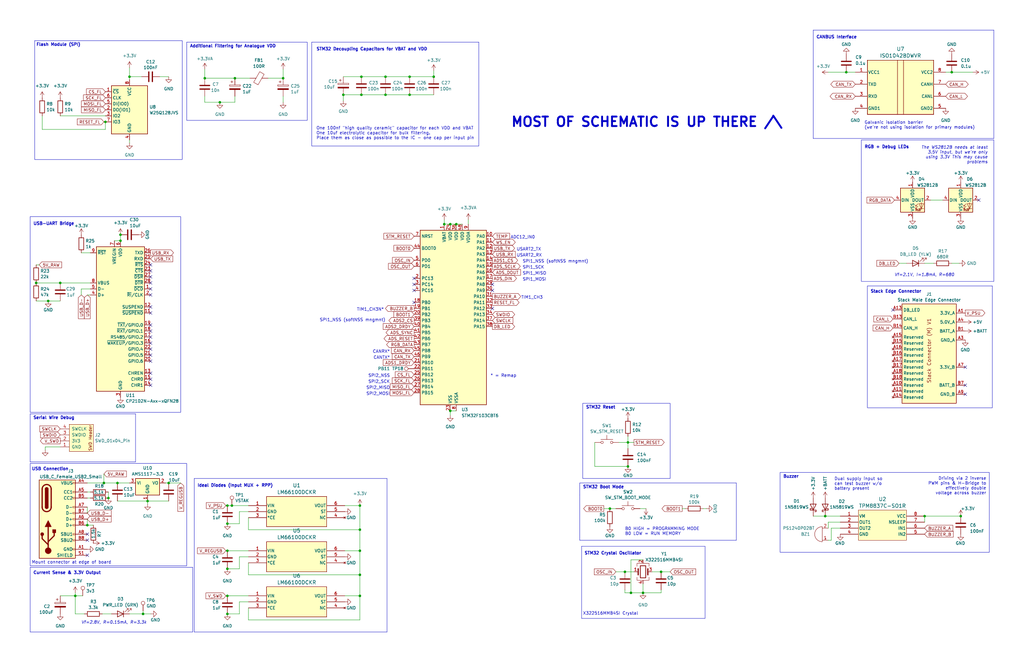
<source format=kicad_sch>
(kicad_sch (version 20230121) (generator eeschema)
  (paper "B")
  (title_block (title "QRET 23-24 SRAD Sensors Module (COTIJA)") (date "2025-03-06") (rev "V2.0") (company "Queen's Rocket Engineering Team") (comment 1 "Contributors: Ethan Toste, Kennan Bays") (comment 4 "GRID = 0.635mm"))
  (junction (at 154.94 -79.375))
  (junction (at 150.495 -91.44))
  (junction (at 100.33 -96.52))
  (junction (at 167.005 -63.5))
  (junction (at 97.79 -99.695))
  (junction (at 172.72 32.385))
  (junction (at 119.38 33.02))
  (junction (at 20.32 -100.965))
  (junction (at 252.73 -66.675))
  (junction (at 405.13 217.805))
  (junction (at 458.47 -120.015))
  (junction (at 241.3 -110.49))
  (junction (at 451.485 -34.925))
  (junction (at 106.045 -88.9))
  (junction (at 264.795 196.85))
  (junction (at 365.76 -49.53))
  (junction (at 415.925 -111.76))
  (junction (at 62.23 211.455))
  (junction (at 189.865 173.355))
  (junction (at 111.76 -81.28))
  (junction (at 291.465 -71.12))
  (junction (at 44.45 51.435))
  (junction (at 302.895 -63.5))
  (junction (at 492.125 -111.76))
  (junction (at 454.025 -111.76))
  (junction (at 534.67 -120.015))
  (junction (at 458.47 -78.105))
  (junction (at 155.575 -71.12))
  (junction (at 111.76 -96.52))
  (junction (at 154.94 -91.44))
  (junction (at 290.83 -96.52))
  (junction (at 162.56 40.005))
  (junction (at 290.83 -120.015))
  (junction (at 290.83 -102.87))
  (junction (at 50.8 99.06))
  (junction (at 415.925 -69.85))
  (junction (at 290.83 -114.935))
  (junction (at 290.83 -79.375))
  (junction (at 25.4 119.38))
  (junction (at 161.29 -71.12))
  (junction (at 95.885 232.41))
  (junction (at 59.69 -93.345))
  (junction (at 95.885 220.98))
  (junction (at 495.3 -78.105))
  (junction (at 161.29 -63.5))
  (junction (at 151.765 242.57))
  (junction (at 392.43 -115.57))
  (junction (at 182.88 32.385))
  (junction (at 152.4 32.385))
  (junction (at 150.495 -79.375))
  (junction (at 154.94 -107.95))
  (junction (at 533.4 -78.105))
  (junction (at 99.06 33.02))
  (junction (at 256.54 -107.95))
  (junction (at 266.065 250.19))
  (junction (at 420.37 -98.425))
  (junction (at 150.495 -84.455))
  (junction (at 100.33 -81.28))
  (junction (at 387.35 -115.57))
  (junction (at 111.76 -88.9))
  (junction (at 106.045 -73.66))
  (junction (at 155.575 -63.5))
  (junction (at 356.87 30.48))
  (junction (at 290.83 -84.455))
  (junction (at 154.94 -102.87))
  (junction (at 264.795 186.69))
  (junction (at 154.94 -114.935))
  (junction (at 458.47 -98.425))
  (junction (at 426.72 -29.845))
  (junction (at 45.72 210.185))
  (junction (at 95.885 213.36))
  (junction (at 154.94 -84.455))
  (junction (at 286.385 -107.95))
  (junction (at 286.385 -79.375))
  (junction (at 151.13 -137.16))
  (junction (at 151.13 -146.05))
  (junction (at 150.495 -102.87))
  (junction (at 286.385 -102.87))
  (junction (at 290.83 -91.44))
  (junction (at 172.72 40.005))
  (junction (at 377.19 -110.49))
  (junction (at 251.46 -115.57))
  (junction (at 154.94 -120.015))
  (junction (at 95.885 251.46))
  (junction (at 31.75 251.46))
  (junction (at 86.36 33.02))
  (junction (at 106.045 -81.28))
  (junction (at 241.3 -118.11))
  (junction (at 454.025 -23.495))
  (junction (at 278.765 241.3))
  (junction (at 150.495 -114.935))
  (junction (at 167.005 -71.12))
  (junction (at 152.4 40.005))
  (junction (at 97.79 213.36))
  (junction (at 162.56 32.385))
  (junction (at 458.47 -56.515))
  (junction (at 454.025 -37.465))
  (junction (at 392.43 -107.95))
  (junction (at 151.765 223.52))
  (junction (at 377.19 -118.11))
  (junction (at 151.765 251.46))
  (junction (at 420.37 -120.015))
  (junction (at 496.57 -98.425))
  (junction (at 496.57 -56.515))
  (junction (at 150.495 -120.015))
  (junction (at 192.405 94.615))
  (junction (at 420.37 -56.515))
  (junction (at 43.18 -135.89))
  (junction (at 496.57 -120.015))
  (junction (at 291.465 -63.5))
  (junction (at 10.16 -100.965))
  (junction (at 71.12 203.835))
  (junction (at 50.8 101.6))
  (junction (at 95.885 240.03))
  (junction (at 229.87 -49.53))
  (junction (at 389.89 217.805))
  (junction (at 372.11 -118.11))
  (junction (at 287.02 -137.16))
  (junction (at 15.24 119.38))
  (junction (at 150.495 -96.52))
  (junction (at 347.98 217.805))
  (junction (at 256.54 -115.57))
  (junction (at 60.325 259.08))
  (junction (at 286.385 -120.015))
  (junction (at 271.145 250.19))
  (junction (at 54.61 32.385))
  (junction (at 150.495 -107.95))
  (junction (at 492.125 -69.85))
  (junction (at 534.67 -56.515))
  (junction (at 263.525 241.3))
  (junction (at 36.83 221.615))
  (junction (at 290.83 -107.95))
  (junction (at 454.025 -69.85))
  (junction (at 287.02 -146.05))
  (junction (at 286.385 -84.455))
  (junction (at 43.815 203.835))
  (junction (at 144.78 40.005))
  (junction (at 33.655 -128.27))
  (junction (at 286.385 -91.44))
  (junction (at 187.325 94.615))
  (junction (at 151.765 213.36))
  (junction (at 236.22 -118.11))
  (junction (at 257.175 214.63))
  (junction (at 95.885 259.08))
  (junction (at 530.225 -69.85))
  (junction (at 297.18 -63.5))
  (junction (at 49.53 203.835))
  (junction (at 297.18 -71.12))
  (junction (at 302.895 -71.12))
  (junction (at 111.76 -73.66))
  (junction (at 286.385 -114.935))
  (junction (at 441.96 -22.225))
  (junction (at 151.765 232.41))
  (junction (at 154.94 -96.52))
  (junction (at 24.13 -135.89))
  (junction (at 419.1 -78.105))
  (junction (at 43.18 -93.345))
  (junction (at 286.385 -96.52))
  (junction (at 401.32 30.48))
  (junction (at 106.045 -96.52))
  (junction (at 20.32 127))
  (junction (at 92.71 43.18))
  (junction (at 530.225 -111.76))
  (junction (at 534.67 -98.425))
  (junction (at 189.865 94.615))
  (junction (at 73.66 -132.715))
  (no_connect (at 63.5 129.54))
  (no_connect (at 184.15 -59.69))
  (no_connect (at 184.15 -62.23))
  (no_connect (at 320.04 -57.15))
  (no_connect (at 36.83 225.425))
  (no_connect (at 63.5 132.08))
  (no_connect (at 412.75 84.455))
  (no_connect (at 407.035 166.37))
  (no_connect (at 184.15 -64.77))
  (no_connect (at 63.5 147.32))
  (no_connect (at 63.5 144.78))
  (no_connect (at 407.035 162.56))
  (no_connect (at 407.035 154.94))
  (no_connect (at 184.15 -57.15))
  (no_connect (at 63.5 157.48))
  (no_connect (at 320.04 -62.23))
  (no_connect (at 63.5 111.76))
  (no_connect (at 376.555 130.81))
  (no_connect (at 174.625 122.555))
  (no_connect (at 174.625 127.635))
  (no_connect (at 63.5 160.02))
  (no_connect (at 174.625 120.015))
  (no_connect (at 63.5 142.24))
  (no_connect (at 207.645 120.015))
  (no_connect (at 207.645 130.175))
  (no_connect (at 36.83 227.965))
  (no_connect (at 63.5 119.38))
  (no_connect (at 63.5 121.92))
  (no_connect (at 320.04 -64.77))
  (no_connect (at 63.5 116.84))
  (no_connect (at 63.5 137.16))
  (no_connect (at 63.5 162.56))
  (no_connect (at 320.04 -59.69))
  (no_connect (at 63.5 149.86))
  (no_connect (at 63.5 124.46))
  (no_connect (at 207.645 122.555))
  (no_connect (at 63.5 114.3))
  (no_connect (at 174.625 117.475))
  (no_connect (at 36.83 234.315))
  (no_connect (at 63.5 152.4))
  (no_connect (at 63.5 139.7))
  (wire (pts (xy 401.32 30.48) (xy 410.21 30.48)))
  (wire (pts (xy 25.4 251.46) (xy 31.75 251.46)))
  (wire (pts (xy 285.115 -84.455) (xy 286.385 -84.455)))
  (wire (pts (xy 374.65 -100.965) (xy 367.665 -100.965)))
  (wire (pts (xy 71.12 203.835) (xy 69.85 203.835)))
  (wire (pts (xy 100.33 -88.9) (xy 106.045 -88.9)))
  (polyline (pts (xy 310.515 227.965) (xy 310.515 203.835)))
  (wire (pts (xy 533.4 -81.28) (xy 532.13 -81.28)))
  (wire (pts (xy 287.02 -137.795) (xy 287.02 -137.16)))
  (wire (pts (xy 473.71 -60.325) (xy 474.345 -60.325)))
  (wire (pts (xy 458.47 -120.015) (xy 462.915 -120.015)))
  (wire (pts (xy 389.89 111.125) (xy 393.7 111.125)))
  (wire (pts (xy 294.005 -91.44) (xy 294.005 -92.71)))
  (wire (pts (xy 454.025 -40.005) (xy 454.025 -37.465)))
  (wire (pts (xy 392.43 -107.95) (xy 387.35 -107.95)))
  (wire (pts (xy 45.72 207.645) (xy 45.72 210.185)))
  (wire (pts (xy 158.115 -91.44) (xy 158.115 -92.71)))
  (wire (pts (xy 533.4 -78.105) (xy 539.115 -78.105)))
  (wire (pts (xy 266.065 236.22) (xy 266.065 250.19)))
  (wire (pts (xy 454.025 -23.495) (xy 454.025 -20.955)))
  (wire (pts (xy 419.1 -78.105) (xy 424.815 -78.105)))
  (wire (pts (xy 151.765 251.46) (xy 151.765 261.62)))
  (wire (pts (xy 154.94 -102.87) (xy 150.495 -102.87)))
  (wire (pts (xy 533.4 -81.28) (xy 533.4 -78.105)))
  (wire (pts (xy 67.31 32.385) (xy 71.12 32.385)))
  (wire (pts (xy 539.115 -102.235) (xy 539.75 -102.235)))
  (wire (pts (xy 95.885 251.46) (xy 104.775 251.46)))
  (wire (pts (xy 419.1 -81.28) (xy 419.1 -78.105)))
  (polyline (pts (xy 244.475 227.965) (xy 310.515 227.965)))
  (wire (pts (xy 458.47 -123.19) (xy 458.47 -120.015)))
  (wire (pts (xy 297.18 -63.5) (xy 302.895 -63.5)))
  (wire (pts (xy 501.015 -102.87) (xy 501.015 -102.235)))
  (wire (pts (xy 111.76 -88.9) (xy 113.665 -88.9)))
  (wire (pts (xy 95.25 213.36) (xy 95.885 213.36)))
  (wire (pts (xy 539.115 -69.85) (xy 539.115 -68.58)))
  (wire (pts (xy 420.37 -56.515) (xy 420.37 -55.88)))
  (wire (pts (xy 290.83 -102.87) (xy 286.385 -102.87)))
  (wire (pts (xy 162.56 32.385) (xy 172.72 32.385)))
  (wire (pts (xy 454.025 -56.515) (xy 458.47 -56.515)))
  (wire (pts (xy 229.87 -49.53) (xy 231.14 -49.53)))
  (wire (pts (xy 95.25 -99.695) (xy 97.79 -99.695)))
  (wire (pts (xy 425.45 -69.85) (xy 424.815 -69.85)))
  (wire (pts (xy 250.825 186.69) (xy 250.825 196.85)))
  (wire (pts (xy 189.865 173.355) (xy 192.405 173.355)))
  (wire (pts (xy 496.57 -98.425) (xy 506.73 -98.425)))
  (wire (pts (xy 534.67 -123.19) (xy 533.4 -123.19)))
  (wire (pts (xy 296.545 -102.87) (xy 296.545 -114.935)))
  (wire (pts (xy 231.775 -100.965) (xy 231.775 -113.03)))
  (wire (pts (xy 365.76 -110.49) (xy 365.76 -98.425)))
  (wire (pts (xy 415.925 -56.515) (xy 415.925 -61.595)))
  (wire (pts (xy 231.775 -113.03) (xy 229.87 -113.03)))
  (wire (pts (xy 50.8 99.06) (xy 50.8 101.6)))
  (wire (pts (xy 172.72 40.005) (xy 182.88 40.005)))
  (wire (pts (xy 501.015 -111.76) (xy 501.015 -110.49)))
  (wire (pts (xy 260.985 186.69) (xy 264.795 186.69)))
  (wire (pts (xy 454.025 -98.425) (xy 454.025 -103.505)))
  (wire (pts (xy 160.655 -102.87) (xy 160.655 -114.935)))
  (wire (pts (xy 474.345 -60.325) (xy 474.345 -60.96)))
  (wire (pts (xy 271.145 250.19) (xy 271.145 246.38)))
  (wire (pts (xy 100.965 220.98) (xy 95.885 220.98)))
  (wire (pts (xy 36.83 221.615) (xy 39.37 221.615)))
  (wire (pts (xy 389.89 217.805) (xy 389.89 220.345)))
  (wire (pts (xy 97.79 213.36) (xy 104.775 213.36)))
  (wire (pts (xy 290.83 -102.87) (xy 294.005 -102.87)))
  (wire (pts (xy 104.775 261.62) (xy 151.765 261.62)))
  (wire (pts (xy 149.225 -96.52) (xy 150.495 -96.52)))
  (wire (pts (xy 347.98 217.805) (xy 354.33 217.805)))
  (wire (pts (xy 119.38 40.64) (xy 119.38 43.18)))
  (wire (pts (xy 271.145 236.22) (xy 266.065 236.22)))
  (wire (pts (xy 161.925 -120.015) (xy 161.925 -105.41)))
  (wire (pts (xy 534.67 -56.515) (xy 544.83 -56.515)))
  (wire (pts (xy 145.415 232.41) (xy 151.765 232.41)))
  (wire (pts (xy 145.415 251.46) (xy 151.765 251.46)))
  (wire (pts (xy 534.67 -98.425) (xy 530.225 -98.425)))
  (wire (pts (xy 365.76 -98.425) (xy 374.65 -98.425)))
  (wire (pts (xy 49.53 211.455) (xy 62.23 211.455)))
  (wire (pts (xy 71.12 -140.335) (xy 73.66 -140.335)))
  (wire (pts (xy 250.825 196.85) (xy 264.795 196.85)))
  (wire (pts (xy 274.955 241.3) (xy 278.765 241.3)))
  (wire (pts (xy 151.765 213.36) (xy 151.765 223.52)))
  (wire (pts (xy 100.33 -96.52) (xy 106.045 -96.52)))
  (wire (pts (xy 104.775 215.9) (xy 100.965 215.9)))
  (wire (pts (xy 454.025 -56.515) (xy 454.025 -61.595)))
  (wire (pts (xy 184.15 -87.63) (xy 161.29 -87.63)))
  (wire (pts (xy 151.765 242.57) (xy 151.765 251.46)))
  (wire (pts (xy 436.245 -102.87) (xy 436.245 -102.235)))
  (wire (pts (xy 149.225 -107.95) (xy 150.495 -107.95)))
  (wire (pts (xy 511.81 -102.235) (xy 512.445 -102.235)))
  (wire (pts (xy 95.25 -94.615) (xy 95.25 -96.52)))
  (wire (pts (xy 104.775 254) (xy 100.965 254)))
  (wire (pts (xy 192.405 94.615) (xy 194.945 94.615)))
  (wire (pts (xy 147.955 -146.05) (xy 151.13 -146.05)))
  (wire (pts (xy 278.765 250.19) (xy 271.145 250.19)))
  (wire (pts (xy 106.045 -81.28) (xy 111.76 -81.28)))
  (wire (pts (xy 154.94 -107.95) (xy 158.75 -107.95)))
  (wire (pts (xy 36.83 213.995) (xy 36.83 216.535)))
  (wire (pts (xy 365.76 -49.53) (xy 367.03 -49.53)))
  (wire (pts (xy 100.965 215.9) (xy 100.965 220.98)))
  (wire (pts (xy 287.655 214.63) (xy 288.925 214.63)))
  (wire (pts (xy 144.78 40.005) (xy 144.78 42.545)))
  (wire (pts (xy 458.47 -56.515) (xy 458.47 -55.88)))
  (wire (pts (xy 492.125 -103.505) (xy 492.125 -98.425)))
  (wire (pts (xy 229.87 -52.07) (xy 229.87 -49.53)))
  (wire (pts (xy 425.45 -29.845) (xy 426.72 -29.845)))
  (wire (pts (xy 435.61 -60.325) (xy 436.245 -60.325)))
  (wire (pts (xy 285.115 -114.935) (xy 286.385 -114.935)))
  (wire (pts (xy 30.48 -93.345) (xy 33.655 -93.345)))
  (wire (pts (xy 251.46 -115.57) (xy 256.54 -115.57)))
  (wire (pts (xy 320.04 -87.63) (xy 297.18 -87.63)))
  (wire (pts (xy 290.83 -107.95) (xy 294.64 -107.95)))
  (wire (pts (xy 530.225 -111.76) (xy 530.225 -111.125)))
  (wire (pts (xy 462.915 -102.235) (xy 463.55 -102.235)))
  (wire (pts (xy 285.115 -107.95) (xy 286.385 -107.95)))
  (wire (pts (xy 174.625 -115.57) (xy 176.53 -115.57)))
  (wire (pts (xy 158.75 -107.95) (xy 158.75 -100.33)))
  (wire (pts (xy 496.57 -56.515) (xy 496.57 -55.88)))
  (wire (pts (xy 365.76 -120.65) (xy 387.35 -120.65)))
  (wire (pts (xy 458.47 -78.105) (xy 462.915 -78.105)))
  (wire (pts (xy 19.05 188.595) (xy 19.05 189.865)))
  (wire (pts (xy 95.25 251.46) (xy 95.885 251.46)))
  (wire (pts (xy 95.25 -96.52) (xy 100.33 -96.52)))
  (wire (pts (xy 496.57 -98.425) (xy 492.125 -98.425)))
  (wire (pts (xy 342.9 217.805) (xy 347.98 217.805)))
  (wire (pts (xy 420.37 -98.425) (xy 430.53 -98.425)))
  (wire (pts (xy 534.67 -123.19) (xy 534.67 -120.015)))
  (wire (pts (xy 10.16 -93.345) (xy 10.16 -100.965)))
  (wire (pts (xy 511.81 -60.325) (xy 512.445 -60.325)))
  (wire (pts (xy 492.125 -78.105) (xy 495.3 -78.105)))
  (wire (pts (xy 15.24 119.38) (xy 25.4 119.38)))
  (wire (pts (xy 286.385 -107.95) (xy 290.83 -107.95)))
  (wire (pts (xy 158.115 -96.52) (xy 154.94 -96.52)))
  (wire (pts (xy 539.75 -69.85) (xy 539.115 -69.85)))
  (wire (pts (xy 530.225 -70.485) (xy 530.225 -69.85)))
  (wire (pts (xy 389.89 217.805) (xy 405.13 217.805)))
  (wire (pts (xy 189.865 94.615) (xy 192.405 94.615)))
  (wire (pts (xy 290.83 -79.375) (xy 286.385 -79.375)))
  (wire (pts (xy 415.925 -112.395) (xy 415.925 -111.76)))
  (wire (pts (xy 264.795 186.69) (xy 264.795 189.23)))
  (wire (pts (xy 297.18 -87.63) (xy 297.18 -79.375)))
  (wire (pts (xy 435.61 -102.235) (xy 436.245 -102.235)))
  (wire (pts (xy 441.96 -22.225) (xy 441.96 -24.765)))
  (wire (pts (xy 474.345 -102.235) (xy 474.345 -102.87)))
  (wire (pts (xy 31.75 259.08) (xy 35.56 259.08)))
  (wire (pts (xy 492.125 -112.395) (xy 492.125 -111.76)))
  (wire (pts (xy 24.13 -135.89) (xy 26.035 -135.89)))
  (wire (pts (xy 550.545 -60.96) (xy 550.545 -60.325)))
  (wire (pts (xy 295.275 -90.17) (xy 295.275 -84.455)))
  (wire (pts (xy 154.94 -91.44) (xy 158.115 -91.44)))
  (wire (pts (xy 256.54 -107.95) (xy 251.46 -107.95)))
  (wire (pts (xy 492.125 -61.595) (xy 492.125 -56.515)))
  (wire (pts (xy 278.765 241.3) (xy 282.575 241.3)))
  (wire (pts (xy 305.435 -63.5) (xy 305.435 -74.93)))
  (wire (pts (xy 99.06 33.02) (xy 105.41 33.02)))
  (wire (pts (xy 534.67 -98.425) (xy 534.67 -97.79)))
  (polyline (pts (xy 244.475 203.835) (xy 244.475 208.915)))
  (wire (pts (xy 462.915 -102.87) (xy 462.915 -102.235)))
  (wire (pts (xy 530.225 -120.015) (xy 534.67 -120.015)))
  (wire (pts (xy 172.72 32.385) (xy 182.88 32.385)))
  (wire (pts (xy 167.005 -77.47) (xy 167.005 -71.12)))
  (wire (pts (xy 291.465 -63.5) (xy 297.18 -63.5)))
  (wire (pts (xy 297.815 -105.41) (xy 320.04 -105.41)))
  (wire (pts (xy 86.36 33.02) (xy 99.06 33.02)))
  (wire (pts (xy 264.795 184.15) (xy 264.795 186.69)))
  (wire (pts (xy 549.91 -102.235) (xy 550.545 -102.235)))
  (wire (pts (xy 458.47 -81.28) (xy 457.2 -81.28)))
  (wire (pts (xy 496.57 -56.515) (xy 492.125 -56.515)))
  (wire (pts (xy 452.755 -69.85) (xy 454.025 -69.85)))
  (wire (pts (xy 154.94 -120.015) (xy 161.925 -120.015)))
  (wire (pts (xy 100.965 259.08) (xy 95.885 259.08)))
  (wire (pts (xy 458.47 -81.28) (xy 458.47 -78.105)))
  (wire (pts (xy 119.38 29.21) (xy 119.38 33.02)))
  (wire (pts (xy 43.18 -93.345) (xy 59.69 -93.345)))
  (wire (pts (xy 492.125 -70.485) (xy 492.125 -69.85)))
  (wire (pts (xy 461.645 -15.875) (xy 462.28 -15.875)))
  (wire (pts (xy 169.545 -63.5) (xy 167.005 -63.5)))
  (wire (pts (xy 44.45 54.61) (xy 44.45 51.435)))
  (wire (pts (xy 454.025 -120.015) (xy 458.47 -120.015)))
  (wire (pts (xy 294.005 -102.87) (xy 294.005 -97.79)))
  (wire (pts (xy 424.815 -69.85) (xy 424.815 -68.58)))
  (wire (pts (xy 111.76 -81.28) (xy 119.38 -81.28)))
  (wire (pts (xy 158.115 -102.87) (xy 158.115 -97.79)))
  (wire (pts (xy 286.385 -102.87) (xy 285.115 -102.87)))
  (wire (pts (xy 150.495 -120.015) (xy 154.94 -120.015)))
  (wire (pts (xy 25.4 48.895) (xy 44.45 48.895)))
  (wire (pts (xy 43.18 -135.89) (xy 45.085 -135.89)))
  (wire (pts (xy 462.915 -60.325) (xy 463.55 -60.325)))
  (wire (pts (xy 31.75 251.46) (xy 31.75 259.08)))
  (wire (pts (xy 530.225 -98.425) (xy 530.225 -103.505)))
  (wire (pts (xy 149.225 -91.44) (xy 150.495 -91.44)))
  (wire (pts (xy 34.29 121.92) (xy 34.29 124.46)))
  (wire (pts (xy 54.61 28.575) (xy 54.61 32.385)))
  (wire (pts (xy 150.495 -79.375) (xy 149.225 -79.375)))
  (wire (pts (xy 320.04 -115.57) (xy 320.04 -113.03)))
  (wire (pts (xy 150.495 -114.935) (xy 154.94 -114.935)))
  (wire (pts (xy 454.025 -98.425) (xy 458.47 -98.425)))
  (wire (pts (xy 145.415 213.36) (xy 151.765 213.36)))
  (wire (pts (xy 461.645 -29.845) (xy 462.28 -29.845)))
  (polyline (pts (xy 81.915 201.93) (xy 163.195 201.93)))
  (wire (pts (xy 229.87 -118.11) (xy 236.22 -118.11)))
  (wire (pts (xy 86.36 29.21) (xy 86.36 33.02)))
  (wire (pts (xy 424.815 -60.325) (xy 425.45 -60.325)))
  (wire (pts (xy 492.125 -120.015) (xy 496.57 -120.015)))
  (wire (pts (xy 97.79 -99.695) (xy 99.695 -99.695)))
  (wire (pts (xy 492.125 -111.76) (xy 492.125 -111.125)))
  (wire (pts (xy 379.095 111.125) (xy 382.27 111.125)))
  (wire (pts (xy 151.13 -137.16) (xy 156.21 -137.16)))
  (wire (pts (xy 294.005 -95.25) (xy 294.005 -96.52)))
  (wire (pts (xy 294.005 -96.52) (xy 290.83 -96.52)))
  (wire (pts (xy 36.83 124.46) (xy 38.1 124.46)))
  (wire (pts (xy 501.015 -60.96) (xy 501.015 -60.325)))
  (wire (pts (xy 528.955 -111.76) (xy 530.225 -111.76)))
  (wire (pts (xy 184.15 -95.25) (xy 158.115 -95.25)))
  (wire (pts (xy 95.25 -81.28) (xy 100.33 -81.28)))
  (wire (pts (xy 187.325 94.615) (xy 189.865 94.615)))
  (wire (pts (xy 104.775 242.57) (xy 104.775 237.49)))
  (wire (pts (xy 528.955 -69.85) (xy 530.225 -69.85)))
  (wire (pts (xy 144.78 40.005) (xy 152.4 40.005)))
  (wire (pts (xy 424.815 -102.87) (xy 424.815 -102.235)))
  (wire (pts (xy 62.23 211.455) (xy 71.12 211.455)))
  (wire (pts (xy 158.115 -95.25) (xy 158.115 -96.52)))
  (wire (pts (xy 534.67 -56.515) (xy 534.67 -55.88)))
  (wire (pts (xy 184.15 -102.87) (xy 160.655 -102.87)))
  (wire (pts (xy 100.965 234.95) (xy 100.965 240.03)))
  (wire (pts (xy 377.19 -110.49) (xy 372.11 -110.49)))
  (wire (pts (xy 25.4 119.38) (xy 38.1 119.38)))
  (wire (pts (xy 263.525 241.3) (xy 267.335 241.3)))
  (wire (pts (xy 36.83 219.075) (xy 36.83 221.615)))
  (polyline (pts (xy 419.1 12.7) (xy 419.1 58.42)))
  (wire (pts (xy 169.545 -63.5) (xy 169.545 -74.93)))
  (wire (pts (xy 367.665 -113.03) (xy 365.76 -113.03)))
  (wire (pts (xy 420.37 -98.425) (xy 415.925 -98.425)))
  (wire (pts (xy 106.045 -73.66) (xy 111.76 -73.66)))
  (wire (pts (xy 10.16 -100.965) (xy 20.32 -100.965)))
  (wire (pts (xy 33.655 -128.27) (xy 43.18 -128.27)))
  (wire (pts (xy 263.525 250.19) (xy 263.525 248.92)))
  (wire (pts (xy 387.35 -120.65) (xy 387.35 -115.57)))
  (wire (pts (xy 501.015 -60.325) (xy 501.65 -60.325)))
  (wire (pts (xy 149.225 -84.455) (xy 150.495 -84.455)))
  (wire (pts (xy 349.25 30.48) (xy 356.87 30.48)))
  (wire (pts (xy 150.495 -84.455) (xy 154.94 -84.455)))
  (wire (pts (xy 294.005 -92.71) (xy 320.04 -92.71)))
  (wire (pts (xy 59.69 -94.615) (xy 59.69 -93.345)))
  (wire (pts (xy 414.655 -69.85) (xy 415.925 -69.85)))
  (wire (pts (xy 415.925 -69.85) (xy 415.925 -69.215)))
  (wire (pts (xy 99.06 43.18) (xy 99.06 40.64)))
  (wire (pts (xy 452.755 -111.76) (xy 454.025 -111.76)))
  (wire (pts (xy 425.45 -111.76) (xy 424.815 -111.76)))
  (wire (pts (xy 424.815 -111.76) (xy 424.815 -110.49)))
  (wire (pts (xy 254.635 214.63) (xy 257.175 214.63)))
  (wire (pts (xy 257.175 214.63) (xy 259.715 214.63)))
  (wire (pts (xy 278.765 248.92) (xy 278.765 250.19)))
  (wire (pts (xy 106.045 -88.9) (xy 111.76 -88.9)))
  (wire (pts (xy 100.33 -73.66) (xy 106.045 -73.66)))
  (wire (pts (xy 100.965 254) (xy 100.965 259.08)))
  (wire (pts (xy 349.25 227.965) (xy 350.52 227.965)))
  (wire (pts (xy 350.52 222.885) (xy 354.33 222.885)))
  (wire (pts (xy 512.445 -102.87) (xy 512.445 -102.235)))
  (wire (pts (xy 266.065 250.19) (xy 263.525 250.19)))
  (wire (pts (xy 95.885 232.41) (xy 104.775 232.41)))
  (wire (pts (xy 454.025 -70.485) (xy 454.025 -69.85)))
  (wire (pts (xy 290.83 -91.44) (xy 294.005 -91.44)))
  (wire (pts (xy 415.925 -111.76) (xy 415.925 -111.125)))
  (wire (pts (xy 158.115 -92.71) (xy 184.15 -92.71)))
  (wire (pts (xy 161.29 -71.12) (xy 167.005 -71.12)))
  (wire (pts (xy 113.03 33.02) (xy 119.38 33.02)))
  (wire (pts (xy 154.94 -102.87) (xy 158.115 -102.87)))
  (wire (pts (xy 426.72 -22.225) (xy 441.96 -22.225)))
  (wire (pts (xy 189.865 173.355) (xy 189.865 175.26)))
  (wire (pts (xy 76.2 203.835) (xy 71.12 203.835)))
  (wire (pts (xy 415.925 -120.015) (xy 420.37 -120.015)))
  (wire (pts (xy 290.83 -120.015) (xy 297.815 -120.015)))
  (wire (pts (xy 294.64 -107.95) (xy 294.64 -100.33)))
  (wire (pts (xy 24.13 -128.27) (xy 33.655 -128.27)))
  (wire (pts (xy 187.325 92.71) (xy 187.325 94.615)))
  (wire (pts (xy 111.76 -73.66) (xy 113.665 -73.66)))
  (wire (pts (xy 490.855 -111.76) (xy 492.125 -111.76)))
  (wire (pts (xy 420.37 -123.19) (xy 419.1 -123.19)))
  (wire (pts (xy 496.57 -56.515) (xy 506.73 -56.515)))
  (wire (pts (xy 43.18 259.08) (xy 46.99 259.08)))
  (wire (pts (xy 294.005 -97.79) (xy 320.04 -97.79)))
  (wire (pts (xy 60.325 259.08) (xy 63.5 259.08)))
  (wire (pts (xy 229.87 -120.65) (xy 251.46 -120.65)))
  (wire (pts (xy 302.895 -77.47) (xy 302.895 -71.12)))
  (wire (pts (xy 86.36 43.18) (xy 92.71 43.18)))
  (polyline (pts (xy 342.9 12.7) (xy 342.9 58.42)))
  (wire (pts (xy 420.37 -120.015) (xy 424.815 -120.015)))
  (wire (pts (xy 286.385 -114.935) (xy 290.83 -114.935)))
  (wire (pts (xy 462.915 -60.96) (xy 462.915 -60.325)))
  (wire (pts (xy 236.22 -118.11) (xy 241.3 -118.11)))
  (wire (pts (xy 539.115 -60.325) (xy 539.75 -60.325)))
  (wire (pts (xy 458.47 -98.425) (xy 468.63 -98.425)))
  (wire (pts (xy 534.67 -120.015) (xy 539.115 -120.015)))
  (wire (pts (xy 454.025 -37.465) (xy 454.025 -34.925)))
  (wire (pts (xy 318.135 -80.01) (xy 320.04 -80.01)))
  (wire (pts (xy 424.815 -102.235) (xy 425.45 -102.235)))
  (wire (pts (xy 161.925 -105.41) (xy 184.15 -105.41)))
  (wire (pts (xy 100.33 -81.28) (xy 106.045 -81.28)))
  (polyline (pts (xy 363.22 81.28) (xy 363.22 81.28)))
  (wire (pts (xy 398.78 30.48) (xy 401.32 30.48)))
  (wire (pts (xy 495.3 -81.28) (xy 495.3 -78.105)))
  (wire (pts (xy 296.545 -114.935) (xy 290.83 -114.935)))
  (wire (pts (xy 60.325 257.81) (xy 60.325 259.08)))
  (wire (pts (xy 451.485 -34.925) (xy 451.485 -23.495)))
  (wire (pts (xy 320.04 -102.87) (xy 296.545 -102.87)))
  (wire (pts (xy 392.43 84.455) (xy 397.51 84.455)))
  (polyline (pts (xy 244.475 208.915) (xy 244.475 227.965)))
  (wire (pts (xy 229.87 -98.425) (xy 238.76 -98.425)))
  (wire (pts (xy 161.29 -87.63) (xy 161.29 -79.375)))
  (wire (pts (xy 155.575 -71.12) (xy 161.29 -71.12)))
  (polyline (pts (xy 163.195 266.7) (xy 163.195 201.93)))
  (wire (pts (xy 539.75 -111.76) (xy 539.115 -111.76)))
  (wire (pts (xy 285.115 -120.015) (xy 286.385 -120.015)))
  (wire (pts (xy 36.83 210.185) (xy 38.1 210.185)))
  (wire (pts (xy 155.575 -63.5) (xy 161.29 -63.5)))
  (wire (pts (xy 238.76 -100.965) (xy 231.775 -100.965)))
  (wire (pts (xy 184.15 -115.57) (xy 184.15 -113.03)))
  (wire (pts (xy 48.26 101.6) (xy 50.8 101.6)))
  (wire (pts (xy 297.18 -71.12) (xy 302.895 -71.12)))
  (wire (pts (xy 15.24 111.76) (xy 16.51 111.76)))
  (wire (pts (xy 184.15 -90.17) (xy 159.385 -90.17)))
  (wire (pts (xy 154.94 -79.375) (xy 150.495 -79.375)))
  (wire (pts (xy 43.815 203.835) (xy 49.53 203.835)))
  (wire (pts (xy 161.29 -63.5) (xy 167.005 -63.5)))
  (wire (pts (xy 149.225 -120.015) (xy 150.495 -120.015)))
  (wire (pts (xy 349.25 222.885) (xy 349.25 220.345)))
  (wire (pts (xy 501.65 -69.85) (xy 501.015 -69.85)))
  (wire (pts (xy 160.655 -114.935) (xy 154.94 -114.935)))
  (wire (pts (xy 159.385 -90.17) (xy 159.385 -84.455)))
  (polyline (pts (xy 81.915 201.93) (xy 81.915 266.7)))
  (wire (pts (xy 151.13 -146.05) (xy 156.21 -146.05)))
  (wire (pts (xy 59.69 -93.345) (xy 59.69 -92.075)))
  (wire (pts (xy 154.94 -79.375) (xy 161.29 -79.375)))
  (wire (pts (xy 530.225 -78.105) (xy 533.4 -78.105)))
  (wire (pts (xy 152.4 40.005) (xy 162.56 40.005)))
  (wire (pts (xy 36.83 207.645) (xy 38.1 207.645)))
  (wire (pts (xy 291.465 -71.12) (xy 297.18 -71.12)))
  (wire (pts (xy 462.915 -110.49) (xy 462.915 -111.76)))
  (wire (pts (xy 349.25 220.345) (xy 354.33 220.345)))
  (wire (pts (xy 286.385 -79.375) (xy 285.115 -79.375)))
  (polyline (pts (xy 419.1 58.42) (xy 342.9 58.42)))
  (wire (pts (xy 264.795 186.69) (xy 267.335 186.69)))
  (wire (pts (xy 17.78 48.895) (xy 17.78 54.61)))
  (wire (pts (xy 441.96 -34.925) (xy 451.485 -34.925)))
  (wire (pts (xy 415.925 -78.105) (xy 419.1 -78.105)))
  (wire (pts (xy 31.75 250.19) (xy 31.75 251.46)))
  (wire (pts (xy 454.025 -69.85) (xy 454.025 -69.215)))
  (wire (pts (xy 54.61 32.385) (xy 59.69 32.385)))
  (wire (pts (xy 92.71 43.18) (xy 99.06 43.18)))
  (wire (pts (xy 296.545 214.63) (xy 297.815 214.63)))
  (wire (pts (xy 104.775 261.62) (xy 104.775 256.54)))
  (wire (pts (xy 86.36 40.64) (xy 86.36 43.18)))
  (wire (pts (xy 151.13 -146.05) (xy 151.13 -145.415)))
  (wire (pts (xy 104.775 218.44) (xy 104.775 223.52)))
  (wire (pts (xy 285.115 -91.44) (xy 286.385 -91.44)))
  (wire (pts (xy 415.925 -70.485) (xy 415.925 -69.85)))
  (wire (pts (xy 54.61 259.08) (xy 60.325 259.08)))
  (wire (pts (xy 263.525 241.3) (xy 259.715 241.3)))
  (wire (pts (xy 36.83 203.835) (xy 43.815 203.835)))
  (wire (pts (xy 420.37 -98.425) (xy 420.37 -97.79)))
  (wire (pts (xy 6.35 -100.965) (xy 10.16 -100.965)))
  (wire (pts (xy 22.225 -135.89) (xy 24.13 -135.89)))
  (wire (pts (xy 454.025 -26.035) (xy 454.025 -23.495)))
  (wire (pts (xy 252.73 -69.215) (xy 252.73 -66.675)))
  (wire (pts (xy 534.67 -56.515) (xy 530.225 -56.515)))
  (wire (pts (xy 150.495 -96.52) (xy 154.94 -96.52)))
  (wire (pts (xy 367.665 -100.965) (xy 367.665 -113.03)))
  (wire (pts (xy 420.37 -56.515) (xy 430.53 -56.515)))
  (wire (pts (xy 286.385 -96.52) (xy 290.83 -96.52)))
  (wire (pts (xy 462.915 -111.76) (xy 463.55 -111.76)))
  (wire (pts (xy 451.485 -23.495) (xy 454.025 -23.495)))
  (wire (pts (xy 539.115 -102.87) (xy 539.115 -102.235)))
  (wire (pts (xy 104.775 242.57) (xy 151.765 242.57)))
  (wire (pts (xy 458.47 -123.19) (xy 457.2 -123.19)))
  (wire (pts (xy 283.845 -137.16) (xy 287.02 -137.16)))
  (wire (pts (xy 530.225 -56.515) (xy 530.225 -61.595)))
  (wire (pts (xy 43.815 200.025) (xy 43.815 203.835)))
  (wire (pts (xy 473.71 -102.235) (xy 474.345 -102.235)))
  (wire (pts (xy 19.05 188.595) (xy 25.4 188.595)))
  (wire (pts (xy 184.15 -77.47) (xy 167.005 -77.47)))
  (wire (pts (xy 297.815 -120.015) (xy 297.815 -105.41)))
  (wire (pts (xy 501.65 -111.76) (xy 501.015 -111.76)))
  (wire (pts (xy 496.57 -120.015) (xy 501.015 -120.015)))
  (wire (pts (xy 151.765 223.52) (xy 151.765 232.41)))
  (polyline (pts (xy 342.9 12.7) (xy 419.1 12.7)))
  (wire (pts (xy 530.225 -112.395) (xy 530.225 -111.76)))
  (wire (pts (xy 420.37 -56.515) (xy 415.925 -56.515)))
  (wire (pts (xy 158.115 -97.79) (xy 184.15 -97.79)))
  (wire (pts (xy 106.045 -96.52) (xy 111.76 -96.52)))
  (wire (pts (xy 436.245 -60.96) (xy 436.245 -60.325)))
  (wire (pts (xy 287.02 -146.05) (xy 287.02 -145.415)))
  (wire (pts (xy 401.32 111.125) (xy 404.495 111.125)))
  (wire (pts (xy 182.245 -80.01) (xy 184.15 -80.01)))
  (wire (pts (xy 182.245 -82.55) (xy 184.15 -82.55)))
  (wire (pts (xy 34.29 106.68) (xy 38.1 106.68)))
  (wire (pts (xy 420.37 -123.19) (xy 420.37 -120.015)))
  (wire (pts (xy 286.385 -91.44) (xy 290.83 -91.44)))
  (wire (pts (xy 144.78 32.385) (xy 152.4 32.385)))
  (wire (pts (xy 151.765 232.41) (xy 151.765 242.57)))
  (wire (pts (xy 496.57 -98.425) (xy 496.57 -97.79)))
  (wire (pts (xy 100.965 240.03) (xy 95.885 240.03)))
  (wire (pts (xy 287.02 -146.05) (xy 292.1 -146.05)))
  (wire (pts (xy 320.04 -90.17) (xy 295.275 -90.17)))
  (wire (pts (xy 150.495 -91.44) (xy 154.94 -91.44)))
  (wire (pts (xy 49.53 203.835) (xy 54.61 203.835)))
  (wire (pts (xy 501.015 -69.85) (xy 501.015 -68.58)))
  (wire (pts (xy 62.23 211.455) (xy 62.23 212.725)))
  (wire (pts (xy 492.125 -69.85) (xy 492.125 -69.215)))
  (wire (pts (xy 365.76 -52.07) (xy 365.76 -49.53)))
  (wire (pts (xy 150.495 -107.95) (xy 154.94 -107.95)))
  (wire (pts (xy 372.11 -118.11) (xy 377.19 -118.11)))
  (wire (pts (xy 41.275 -93.345) (xy 43.18 -93.345)))
  (wire (pts (xy 320.04 -77.47) (xy 302.895 -77.47)))
  (wire (pts (xy 462.915 -69.85) (xy 463.55 -69.85)))
  (wire (pts (xy 534.67 -98.425) (xy 544.83 -98.425)))
  (wire (pts (xy 285.115 -96.52) (xy 286.385 -96.52)))
  (wire (pts (xy 150.495 -102.87) (xy 149.225 -102.87)))
  (wire (pts (xy 95.25 232.41) (xy 95.885 232.41)))
  (wire (pts (xy 149.225 -114.935) (xy 150.495 -114.935)))
  (wire (pts (xy 530.225 -69.85) (xy 530.225 -69.215)))
  (wire (pts (xy 462.915 -68.58) (xy 462.915 -69.85)))
  (wire (pts (xy 71.755 -132.715) (xy 73.66 -132.715)))
  (wire (pts (xy 20.32 127) (xy 25.4 127)))
  (wire (pts (xy 269.875 214.63) (xy 272.415 214.63)))
  (wire (pts (xy 496.57 -123.19) (xy 496.57 -120.015)))
  (wire (pts (xy 104.775 234.95) (xy 100.965 234.95)))
  (wire (pts (xy 458.47 -56.515) (xy 468.63 -56.515)))
  (polyline (pts (xy 12.7 174.625) (xy 57.15 174.625)))
  (wire (pts (xy 73.66 -132.715) (xy 76.2 -132.715)))
  (wire (pts (xy 549.91 -60.325) (xy 550.545 -60.325)))
  (wire (pts (xy 539.115 -111.76) (xy 539.115 -110.49)))
  (wire (pts (xy 283.845 -146.05) (xy 287.02 -146.05)))
  (wire (pts (xy 251.46 -120.65) (xy 251.46 -115.57)))
  (wire (pts (xy 320.04 -100.33) (xy 294.64 -100.33)))
  (wire (pts (xy 54.61 59.055) (xy 54.61 60.325)))
  (wire (pts (xy 95.25 -92.075) (xy 95.25 -81.28)))
  (wire (pts (xy 43.815 51.435) (xy 44.45 51.435)))
  (wire (pts (xy 451.485 -37.465) (xy 451.485 -34.925)))
  (wire (pts (xy 495.3 -78.105) (xy 501.015 -78.105)))
  (wire (pts (xy 512.445 -60.96) (xy 512.445 -60.325)))
  (wire (pts (xy 454.025 -112.395) (xy 454.025 -111.76)))
  (wire (pts (xy 162.56 40.005) (xy 172.72 40.005)))
  (wire (pts (xy 295.275 -84.455) (xy 290.83 -84.455)))
  (wire (pts (xy 184.15 -100.33) (xy 158.75 -100.33)))
  (wire (pts (xy 454.025 -111.76) (xy 454.025 -111.125)))
  (wire (pts (xy 305.435 -63.5) (xy 302.895 -63.5)))
  (wire (pts (xy 454.025 -78.105) (xy 458.47 -78.105)))
  (wire (pts (xy 550.545 -102.87) (xy 550.545 -102.235)))
  (wire (pts (xy 287.02 -137.16) (xy 292.1 -137.16)))
  (wire (pts (xy 34.29 121.92) (xy 38.1 121.92)))
  (wire (pts (xy 182.88 29.845) (xy 182.88 32.385)))
  (polyline (pts (xy 12.7 194.945) (xy 12.7 174.625)))
  (wire (pts (xy 54.61 32.385) (xy 54.61 33.655)))
  (wire (pts (xy 318.135 -82.55) (xy 320.04 -82.55)))
  (wire (pts (xy 111.76 -96.52) (xy 119.38 -96.52)))
  (wire (pts (xy 501.015 -102.235) (xy 501.65 -102.235)))
  (wire (pts (xy 197.485 92.71) (xy 197.485 94.615)))
  (wire (pts (xy 387.35 -115.57) (xy 392.43 -115.57)))
  (wire (pts (xy 350.52 227.965) (xy 350.52 222.885)))
  (wire (pts (xy 17.78 54.61) (xy 44.45 54.61)))
  (wire (pts (xy 152.4 32.385) (xy 162.56 32.385)))
  (wire (pts (xy 169.545 -74.93) (xy 184.15 -74.93)))
  (wire (pts (xy 229.87 -110.49) (xy 229.87 -98.425)))
  (wire (pts (xy 290.83 -79.375) (xy 297.18 -79.375)))
  (wire (pts (xy 496.57 -123.19) (xy 495.3 -123.19)))
  (wire (pts (xy 311.15 -115.57) (xy 312.42 -115.57)))
  (polyline (pts (xy 57.15 194.945) (xy 12.7 194.945)))
  (wire (pts (xy 458.47 -98.425) (xy 458.47 -97.79)))
  (wire (pts (xy 286.385 -120.015) (xy 290.83 -120.015)))
  (wire (pts (xy 414.655 -111.76) (xy 415.925 -111.76)))
  (wire (pts (xy 419.1 -81.28) (xy 417.83 -81.28)))
  (wire (pts (xy 151.13 -137.795) (xy 151.13 -137.16)))
  (wire (pts (xy 320.04 -95.25) (xy 294.005 -95.25)))
  (polyline (pts (xy 310.515 203.835) (xy 244.475 203.835)))
  (wire (pts (xy 424.815 -60.96) (xy 424.815 -60.325)))
  (wire (pts (xy 495.3 -81.28) (xy 494.03 -81.28)))
  (wire (pts (xy 159.385 -84.455) (xy 154.94 -84.455)))
  (wire (pts (xy 31.75 251.46) (xy 34.925 251.46)))
  (wire (pts (xy 454.025 -37.465) (xy 451.485 -37.465)))
  (wire (pts (xy 15.24 127) (xy 20.32 127)))
  (wire (pts (xy 305.435 -74.93) (xy 320.04 -74.93)))
  (wire (pts (xy 266.065 250.19) (xy 271.145 250.19)))
  (wire (pts (xy 490.855 -69.85) (xy 492.125 -69.85)))
  (wire (pts (xy 147.955 -137.16) (xy 151.13 -137.16)))
  (wire (pts (xy 104.775 223.52) (xy 151.765 223.52)))
  (polyline (pts (xy 81.915 266.7) (xy 163.195 266.7)))
  (wire (pts (xy 539.115 -60.96) (xy 539.115 -60.325)))
  (wire (pts (xy 415.925 -98.425) (xy 415.925 -103.505)))
  (wire (pts (xy 365.76 -118.11) (xy 372.11 -118.11)))
  (wire (pts (xy 356.87 30.48) (xy 360.68 30.48)))
  (wire (pts (xy 95.885 213.36) (xy 97.79 213.36)))
  (wire (pts (xy 241.3 -110.49) (xy 236.22 -110.49)))
  (polyline (pts (xy 57.15 174.625) (xy 57.15 194.945)))
  (wire (pts (xy 286.385 -84.455) (xy 290.83 -84.455)))
  (wire (pts (xy 41.275 -135.89) (xy 43.18 -135.89)))
  (rectangle (start 55.88 -146.685) (end 91.44 -121.92))
  (rectangle (start 12.7 239.395) (end 81.28 266.7))
  (rectangle (start 245.745 170.18) (end 282.575 201.93))
  (rectangle (start 130.81 -154.94) (end 173.355 -130.175))
  (rectangle (start 12.7 91.44) (end 76.2 173.99))
  (rectangle (start 0.635 -114.3) (end 130.175 -66.04))
  (rectangle (start 560.705 -132.08) (end 628.015 -83.82))
  (rectangle (start 415.29 -43.18) (end 482.6 -11.43))
  (rectangle (start 78.74 17.78) (end 129.54 50.8))
  (rectangle (start 328.93 199.39) (end 417.195 233.045))
  (rectangle (start 245.237 230.505) (end 297.307 260.985))
  (rectangle (start 403.86 -132.08) (end 557.53 -45.085))
  (rectangle (start 266.7 -154.94) (end 309.245 -130.175))
  (rectangle (start 266.7 -129.54) (end 401.32 -45.085))
  (rectangle (start 365.76 120.65) (end 418.465 172.085))
  (rectangle (start 363.22 59.055) (end 419.1 118.745))
  (rectangle (start 12.7 195.58) (end 78.74 238.76))
  (rectangle (start 130.81 -129.54) (end 265.43 -45.085))
  (rectangle (start 0.635 -146.685) (end 54.61 -114.935))
  (rectangle (start 14.605 17.145) (end 76.835 67.31))
  (rectangle (start 131.445 17.78) (end 201.93 61.595))
  (text "B0 HIGH = PROGRAMMING MODE\nB0 LOW = RUN MEMORY" (at 263.525 226.06 0) (effects (font (size 1.27 1.27)) (justify left bottom)))
  (text "CANTX*" (at 164.465 151.765 0) (effects (font (size 1.27 1.27)) (justify right bottom)))
  (text "CANRX*" (at 164.465 149.225 0) (effects (font (size 1.27 1.27)) (justify right bottom)))
  (text "SPI2_MOSI" (at 164.465 167.005 0) (effects (font (size 1.27 1.27)) (justify right bottom)))
  (text "SPI1_NSS (softNSS mngmnt)" (at 162.56 135.89 0) (effects (font (size 1.27 1.27)) (justify right bottom)))
  (text "SPI2_SCK" (at 164.465 161.925 0) (effects (font (size 1.27 1.27)) (justify right bottom)))
  (text "One 100nf \"high quality ceramic\" capacitor for each VDD and VBAT\nOne 10uf electrolytic capacitor for bulk filtering.\nPlace them as close as possible to the IC - one cap per input pin" (at 133.35 59.055 0) (effects (font (size 1.27 1.27)) (justify left bottom)))
  (text "AO3401A:\n- 0.060 ohm TYP Rds(on)\n- ~0.017% of 350R" (at 416.56 -12.065 0) (effects (font (size 1 1) italic) (justify left bottom)))
  (text "STM32 Reset" (at 247.015 172.72 0) (effects (font (size 1.27 1.27) (thickness 0.254) bold) (justify left bottom)))
  (text "Strain Gauge Inputs" (at 561.975 -128.27 0) (effects (font (size 1.27 1.27) (thickness 0.254) bold) (justify left bottom)))
  (text "Upper1\nCommon1\nLower1" (at 584.2 -95.25 0) (effects (font (size 1 1)) (justify left bottom)))
  (text "Current Sense & 3.3V Output" (at 13.97 242.57 0) (effects (font (size 1.27 1.27) (thickness 0.254) bold) (justify left bottom)))
  (text "Upper6\nCommon6\nLower6" (at 615.95 -112.395 0) (effects (font (size 1 1)) (justify left bottom)))
  (text "MCP1501-25x:\n- 2.5V ±0.1%\n- 20mA output max" (at 1.905 -67.31 0) (effects (font (size 1 1) italic) (justify left bottom)))
  (text "MOST OF SCHEMATIC IS UP THERE /\\" (at 215.265 53.975 0) (effects (font (size 4 4) (thickness 0.8) bold) (justify left bottom)))
  (text "RGB + Debug LEDs" (at 364.49 62.865 0) (effects (font (size 1.27 1.27) (thickness 0.254) bold) (justify left bottom)))
  (text "OPA2727 Dual Buffer:\n- 40mA max out per chn.\n- 150µV max input offset" (at 59.69 -66.675 0) (effects (font (size 1 1) italic) (justify left bottom)))
  (text "USB-UART Bridge" (at 13.97 95.25 0) (effects (font (size 1.27 1.27) (thickness 0.254) bold) (justify left bottom)))
  (text "* = Remap" (at 217.805 159.385 0) (effects (font (size 1.27 1.27)) (justify right bottom)))
  (text "Additional Filtering for Analogue VDD" (at 80.01 20.32 0) (effects (font (size 1.27 1.27) (thickness 0.254) bold) (justify left bottom)))
  (text "(its cheaper to get\n12x 02 pin headers than\n4x 06, 3x 08, etc)" (at 626.11 -85.09 0) (effects (font (size 0.8 0.8) italic) (justify right bottom)))
  (text "Upper6\nCommon6\nLower6" (at 615.95 -120.015 0) (effects (font (size 1 1)) (justify left bottom)))
  (text "ADC2 Crystal Oscillator (8MHz)" (at 267.97 -151.13 0) (effects (font (size 1.27 1.27) (thickness 0.254) bold) (justify left bottom)))
  (text "Analog Power Source Temp Sensor" (at 56.515 -143.51 0) (effects (font (size 1.27 1.27) (thickness 0.254) bold) (justify left bottom)))
  (text "STM32 Crystal Oscillator" (at 246.38 234.315 0) (effects (font (size 1.27 1.27) (thickness 0.254) bold) (justify left bottom)))
  (text "TIM1_CH3N*" (at 161.925 131.445 0) (effects (font (size 1.27 1.27)) (justify right bottom)))
  (text "Technically this circuit couples\n2.5VA_1 and 2.5VA_2 via a 200k\nresistor. This should have minimal\nimpact." (at 481.965 -13.97 90) (effects (font (size 1 1) italic) (justify left bottom)))
  (text "Upper5\nCommon5\nLower5" (at 615.95 -95.25 0) (effects (font (size 1 1)) (justify left bottom)))
  (text "USART2_TX" (at 217.805 106.045 0) (effects (font (size 1.27 1.27)) (justify left bottom)))
  (text "Wheatstone Shutoff" (at 415.925 -39.37 0) (effects (font (size 1.27 1.27) (thickness 0.254) bold) (justify left bottom)))
  (text "SPI1_NSS (softNSS mngmnt)" (at 220.345 111.125 0) (effects (font (size 1.27 1.27)) (justify left bottom)))
  (text "Driving via 2 inverse\nPWM pins & H-Bridge to\neffectively double\nvoltage across buzzer" (at 415.925 208.915 0) (effects (font (size 1.27 1.27)) (justify right bottom)))
  (text "SPI2_NSS" (at 164.465 159.385 0) (effects (font (size 1.27 1.27)) (justify right bottom)))
  (text "USART2_RX" (at 217.805 108.585 0) (effects (font (size 1.27 1.27)) (justify left bottom)))
  (text "Upper5\nCommon5\nLower5" (at 615.95 -102.87 0) (effects (font (size 1 1)) (justify left bottom)))
  (text "SPI1_MISO" (at 220.345 116.205 0) (effects (font (size 1.27 1.27)) (justify left bottom)))
  (text "Buzzer" (at 330.2 201.93 0) (effects (font (size 1.27 1.27) bold) (justify left bottom)))
  (text "Wheatstone Bridges (350±0.1%)" (at 436.245 -128.905 0) (effects (font (size 1.27 1.27) (thickness 0.254) bold) (justify right bottom)))
  (text "STM32 Boot Mode" (at 245.745 206.375 0) (effects (font (size 1.27 1.27) (thickness 0.254) bold) (justify left bottom)))
  (text "Serial Wire Debug" (at 13.97 177.165 0) (effects (font (size 1.27 1.27) (thickness 0.254) bold) (justify left bottom)))
  (text "ADC 2.5V Analog Voltage Reference" (at 1.905 -111.125 0) (effects (font (size 1.27 1.27) (thickness 0.254) bold) (justify left bottom)))
  (text "ADC1 Crystal Oscillator (8MHz)" (at 132.08 -151.13 0) (effects (font (size 1.27 1.27) (thickness 0.254) bold) (justify left bottom)))
  (text "NOTE: JPx *MUST* BE\nSWITCHED IF CHx_L\nINPUT IS TO BE USED" (at 564.515 -85.725 0) (effects (font (size 1 1)) (justify left bottom)))
  (text "Vf=2.8V, R=0.15mA, R=3.3k" (at 34.29 263.525 0) (effects (font (size 1.27 1.27) italic) (justify left bottom)))
  (text "Galvanic isolation barrier\n(we're not using isolation for primary modules)" (at 364.49 54.61 0) (effects (font (size 1.27 1.27)) (justify left bottom)))
  (text "Vf=2.1V, I=1.8mA, R=680" (at 377.19 116.84 0) (effects (font (size 1.27 1.27) italic) (justify left bottom)))
  (text "Flash Module (SPI)" (at 15.24 19.685 0) (effects (font (size 1.27 1.27) bold) (justify left bottom)))
  (text "ACS1256 draws ~50mA\nmax on AVDD.\n8x 350R wheatstone\nbridges @ 2.5V draw\n~60mA. So ~160mA total." (at 1.905 -115.57 0) (effects (font (size 1 1) italic) (justify left bottom)))
  (text "The WS2812B needs at least\n3.5V input, but we're only\nusing 3.3V This may cause\nproblems" (at 416.56 69.215 0) (effects (font (size 1.27 1.27) italic) (justify right bottom)))
  (text "ADC2 ADS1256" (at 267.97 -126.365 0) (effects (font (size 1.27 1.27) (thickness 0.254) bold) (justify left bottom)))
  (text "Upper4\nCommon4\nLower4" (at 584.2 -112.395 0) (effects (font (size 1 1)) (justify left bottom)))
  (text "Dual supply input so\ncan test buzzer w/o\nbattery present" (at 351.79 207.01 0) (effects (font (size 1.27 1.27)) (justify left bottom)))
  (text "Stack Edge Connector" (at 367.03 123.825 0) (effects (font (size 1.27 1.27) (thickness 0.254) bold) (justify left bottom)))
  (text "SPI2_MISO" (at 164.465 164.465 0) (effects (font (size 1.27 1.27)) (justify right bottom)))
  (text "CANBUS Interface" (at 344.17 16.51 0) (effects (font (size 1.27 1.27) (thickness 0.254) bold) (justify left bottom)))
  (text "Mount connector at edge of board\n" (at 13.335 238.125 0) (effects (font (size 1.27 1.27)) (justify left bottom)))
  (text "USB Connection" (at 13.335 198.755 0) (effects (font (size 1.27 1.27) (thickness 0.254) bold) (justify left bottom)))
  (text "AMS1117-5.0:\n- Current: 1000mA (1.2VDO)\n- Accuracy: 2% (4.900V - 5.100V)\n- Regulation: 0.2% line, 0.4% load" (at 26.67 -115.57 0) (effects (font (size 1 1) italic) (justify left bottom)))
  (text "\nX322516MMB4SI Crystal " (at 245.745 259.715 0) (effects (font (size 1.27 1.27)) (justify left bottom)))
  (text "ADC 5V Analog Power Source" (at 1.27 -143.51 0) (effects (font (size 1.27 1.27) (thickness 0.254) bold) (justify left bottom)))
  (text "ADC12_IN0" (at 215.265 100.965 0) (effects (font (size 1.27 1.27)) (justify left bottom)))
  (text "ADC1 ADS1256" (at 131.445 -126.365 0) (effects (font (size 1.27 1.27) (thickness 0.254) bold) (justify left bottom)))
  (text "Ideal Diodes (Input MUX + RPP)" (at 83.185 205.74 0) (effects (font (size 1.27 1.27) (thickness 0.254) bold) (justify left bottom)))
  (text "STM32 Decoupling Capacitors for VBAT and VDD" (at 133.35 21.59 0) (effects (font (size 1.27 1.27) (thickness 0.254) bold) (justify left bottom)))
  (text "SPI1_SCK" (at 220.345 113.665 0) (effects (font (size 1.27 1.27)) (justify left bottom)))
  (text "Upper2\nCommon2\nLower2" (at 584.2 -120.015 0) (effects (font (size 1 1)) (justify left bottom)))
  (text "SPI1_MOSI" (at 220.345 118.745 0) (effects (font (size 1.27 1.27)) (justify left bottom)))
  (text "TIM1_CH3" (at 219.71 126.365 0) (effects (font (size 1.27 1.27)) (justify left bottom)))
  (text "Upper3\nCommon3\nLower3" (at 584.2 -102.87 0) (effects (font (size 1 1)) (justify left bottom)))
  (label "ADC1B" (at 298.45 -102.87 0))
  (label "ADC5A" (at 161.925 -92.71 0))
  (label "ADC0A" (at 161.925 -105.41 0))
  (label "ADC3A" (at 161.925 -97.79 0))
  (label "ADC0B" (at 298.45 -105.41 0))
  (label "ADC4B" (at 298.45 -95.25 0))
  (label "ADC5B" (at 298.45 -92.71 0))
  (label "ADC3B" (at 298.45 -97.79 0))
  (label "ADC7A" (at 161.925 -87.63 0))
  (label "ADC2A" (at 161.925 -100.33 0))
  (label "ADC4A" (at 161.925 -95.25 0))
  (label "ADC7B" (at 298.45 -87.63 0))
  (label "ADC6A" (at 161.925 -90.17 0))
  (label "ADC6B" (at 298.45 -90.17 0))
  (label "ADC2B" (at 298.45 -100.33 0))
  (label "ADC1A" (at 161.925 -102.87 0))
  (global_label "CH4_H" (shape bidirectional) (at 574.675 -117.475 0) (property "Intersheetrefs" "${INTERSHEET_REFS}" (effects hide)))
  (global_label "SWDIO" (shape input) (at 25.4 183.515 180) (property "Intersheetrefs" "${INTERSHEET_REFS}" (effects hide)))
  (global_label "CH4_P" (shape bidirectional) (at 574.675 -114.935 0) (property "Intersheetrefs" "${INTERSHEET_REFS}" (effects hide)))
  (global_label "CH2_H" (shape bidirectional) (at 462.915 -120.015 0) (property "Intersheetrefs" "${INTERSHEET_REFS}" (effects hide)))
  (global_label "BOOT1" (shape output) (at 287.655 214.63 180) (property "Intersheetrefs" "${INTERSHEET_REFS}" (effects hide)))
  (global_label "CH2_P" (shape bidirectional) (at 463.55 -111.76 0) (property "Intersheetrefs" "${INTERSHEET_REFS}" (effects hide)))
  (global_label "ADC1_X_OUT" (shape input) (at 184.15 -69.85 180) (property "Intersheetrefs" "${INTERSHEET_REFS}" (effects hide)))
  (global_label "CH8_P" (shape bidirectional) (at 606.425 -114.935 0) (property "Intersheetrefs" "${INTERSHEET_REFS}" (effects hide)))
  (global_label "ADS1_DRDY" (shape input) (at 174.625 153.035 180) (property "Intersheetrefs" "${INTERSHEET_REFS}" (effects hide)))
  (global_label "BUZZER_B" (shape input) (at 389.89 225.425 0) (property "Intersheetrefs" "${INTERSHEET_REFS}" (effects hide)))
  (global_label "ADC2_X_OUT" (shape input) (at 320.04 -69.85 180) (property "Intersheetrefs" "${INTERSHEET_REFS}" (effects hide)))
  (global_label "2.5VA_WS_2" (shape input) (at 417.83 -81.28 180) (property "Intersheetrefs" "${INTERSHEET_REFS}" (effects hide)))
  (global_label "2.5VA_1" (shape input) (at 147.955 -63.5 180) (property "Intersheetrefs" "${INTERSHEET_REFS}" (effects hide)))
  (global_label "V_REGUSB" (shape input) (at 76.2 203.835 270) (property "Intersheetrefs" "${INTERSHEET_REFS}" (effects hide)))
  (global_label "ADC1_X_IN" (shape input) (at 184.15 -72.39 180) (property "Intersheetrefs" "${INTERSHEET_REFS}" (effects hide)))
  (global_label "CH8_P" (shape bidirectional) (at 539.75 -69.85 0) (property "Intersheetrefs" "${INTERSHEET_REFS}" (effects hide)))
  (global_label "DB_LED" (shape input) (at 379.095 111.125 180) (property "Intersheetrefs" "${INTERSHEET_REFS}" (effects hide)))
  (global_label "BOOT0" (shape input) (at 174.625 104.775 180) (property "Intersheetrefs" "${INTERSHEET_REFS}" (effects hide)))
  (global_label "OSC_OUT" (shape input) (at 282.575 241.3 0) (property "Intersheetrefs" "${INTERSHEET_REFS}" (effects hide)))
  (global_label "V_REGUSB" (shape input) (at 95.25 232.41 180) (property "Intersheetrefs" "${INTERSHEET_REFS}" (effects hide)))
  (global_label "CH5_H" (shape bidirectional) (at 424.815 -78.105 0) (property "Intersheetrefs" "${INTERSHEET_REFS}" (effects hide)))
  (global_label "OSC_IN" (shape input) (at 259.715 241.3 180) (property "Intersheetrefs" "${INTERSHEET_REFS}" (effects hide)))
  (global_label "CH5_H" (shape bidirectional) (at 606.425 -100.33 0) (property "Intersheetrefs" "${INTERSHEET_REFS}" (effects hide)))
  (global_label "CH4_H" (shape bidirectional) (at 539.115 -120.015 0) (property "Intersheetrefs" "${INTERSHEET_REFS}" (effects hide)))
  (global_label "TEMP" (shape output) (at 76.2 -132.715 0) (property "Intersheetrefs" "${INTERSHEET_REFS}" (effects hide)))
  (global_label "MOSI_FL" (shape input) (at 44.45 43.815 180) (property "Intersheetrefs" "${INTERSHEET_REFS}" (effects hide)))
  (global_label "CH3_P" (shape bidirectional) (at 574.675 -105.41 0) (property "Intersheetrefs" "${INTERSHEET_REFS}" (effects hide)))
  (global_label "MISO_FL" (shape input) (at 174.625 163.195 180) (property "Intersheetrefs" "${INTERSHEET_REFS}" (effects hide)))
  (global_label "CH2_N" (shape bidirectional) (at 452.755 -111.76 180) (property "Intersheetrefs" "${INTERSHEET_REFS}" (effects hide)))
  (global_label "SWDIO" (shape bidirectional) (at 207.645 132.715 0) (property "Intersheetrefs" "${INTERSHEET_REFS}" (effects hide)))
  (global_label "CH1_P" (shape bidirectional) (at 425.45 -111.76 0) (property "Intersheetrefs" "${INTERSHEET_REFS}" (effects hide)))
  (global_label "2.5VA_WS_2" (shape input) (at 457.2 -81.28 180) (property "Intersheetrefs" "${INTERSHEET_REFS}" (effects hide)))
  (global_label "CH4_N" (shape bidirectional) (at 528.955 -111.76 180) (property "Intersheetrefs" "${INTERSHEET_REFS}" (effects hide)))
  (global_label "CH5_L" (shape bidirectional) (at 606.425 -95.25 0) (property "Intersheetrefs" "${INTERSHEET_REFS}" (effects hide)))
  (global_label "BUZZER_B" (shape output) (at 174.625 130.175 180) (property "Intersheetrefs" "${INTERSHEET_REFS}" (effects hide)))
  (global_label "CH3_L" (shape bidirectional) (at 512.445 -102.87 90) (property "Intersheetrefs" "${INTERSHEET_REFS}" (effects hide)))
  (global_label "CH8_N" (shape bidirectional) (at 528.955 -69.85 180) (property "Intersheetrefs" "${INTERSHEET_REFS}" (effects hide)))
  (global_label "CH4_L" (shape bidirectional) (at 574.675 -112.395 0) (property "Intersheetrefs" "${INTERSHEET_REFS}" (effects hide)))
  (global_label "2.5VA_WS_1" (shape input) (at 495.3 -123.19 180) (property "Intersheetrefs" "${INTERSHEET_REFS}" (effects hide)))
  (global_label "CH4_L" (shape bidirectional) (at 550.545 -102.87 90) (property "Intersheetrefs" "${INTERSHEET_REFS}" (effects hide)))
  (global_label "CH8_H" (shape bidirectional) (at 539.115 -78.105 0) (property "Intersheetrefs" "${INTERSHEET_REFS}" (effects hide)))
  (global_label "CAN_H" (shape bidirectional) (at 398.78 35.56 0) (property "Intersheetrefs" "${INTERSHEET_REFS}" (effects hide)))
  (global_label "ADS2_CS" (shape input) (at 311.15 -115.57 180) (property "Intersheetrefs" "${INTERSHEET_REFS}" (effects hide)))
  (global_label "CS_FL" (shape input) (at 174.625 158.115 180) (property "Intersheetrefs" "${INTERSHEET_REFS}" (effects hide)))
  (global_label "CH2_P" (shape bidirectional) (at 141.605 -107.95 180) (property "Intersheetrefs" "${INTERSHEET_REFS}" (effects hide)))
  (global_label "CH8_L" (shape bidirectional) (at 606.425 -112.395 0) (property "Intersheetrefs" "${INTERSHEET_REFS}" (effects hide)))
  (global_label "RESET_FL" (shape input) (at 43.815 51.435 180) (property "Intersheetrefs" "${INTERSHEET_REFS}" (effects hide)))
  (global_label "ADS_SYNC" (shape input) (at 320.04 -107.95 180) (property "Intersheetrefs" "${INTERSHEET_REFS}" (effects hide)))
  (global_label "ADS_SCLK" (shape input) (at 174.625 -80.01 180) (property "Intersheetrefs" "${INTERSHEET_REFS}" (effects hide)))
  (global_label "2.5VA_WS_1" (shape input) (at 457.2 -123.19 180) (property "Intersheetrefs" "${INTERSHEET_REFS}" (effects hide)))
  (global_label "CH7_N" (shape bidirectional) (at 277.495 -91.44 180) (property "Intersheetrefs" "${INTERSHEET_REFS}" (effects hide)))
  (global_label "CH3_N" (shape bidirectional) (at 141.605 -91.44 180) (property "Intersheetrefs" "${INTERSHEET_REFS}" (effects hide)))
  (global_label "CH2_L" (shape bidirectional) (at 474.345 -102.87 90) (property "Intersheetrefs" "${INTERSHEET_REFS}" (effects hide)))
  (global_label "CH5_P" (shape bidirectional) (at 606.425 -97.79 0) (property "Intersheetrefs" "${INTERSHEET_REFS}" (effects hide)))
  (global_label "ADS2_DRDY" (shape input) (at 174.625 137.795 180) (property "Intersheetrefs" "${INTERSHEET_REFS}" (effects hide)))
  (global_label "CS_FL" (shape input) (at 44.45 38.735 180) (property "Intersheetrefs" "${INTERSHEET_REFS}" (effects hide)))
  (global_label "RGB_DATA" (shape output) (at 174.625 145.415 180) (property "Intersheetrefs" "${INTERSHEET_REFS}" (effects hide)))
  (global_label "RGB_DATA" (shape input) (at 377.19 84.455 180) (property "Intersheetrefs" "${INTERSHEET_REFS}" (effects hide)))
  (global_label "CH5_N" (shape bidirectional) (at 277.495 -114.935 180) (property "Intersheetrefs" "${INTERSHEET_REFS}" (effects hide)))
  (global_label "2.5VA_1" (shape input) (at 461.645 -40.005 0) (property "Intersheetrefs" "${INTERSHEET_REFS}" (effects hide)))
  (global_label "V_PSU" (shape input) (at 95.25 213.36 180) (property "Intersheetrefs" "${INTERSHEET_REFS}" (effects hide)))
  (global_label "ADS_RESET" (shape input) (at 245.11 -69.215 180) (property "Intersheetrefs" "${INTERSHEET_REFS}" (effects hide)))
  (global_label "CH5_L" (shape bidirectional) (at 436.245 -60.96 90) (property "Intersheetrefs" "${INTERSHEET_REFS}" (effects hide)))
  (global_label "ADS_SCLK" (shape output) (at 207.645 112.395 0) (property "Intersheetrefs" "${INTERSHEET_REFS}" (effects hide)))
  (global_label "CAN_L" (shape bidirectional) (at 398.78 40.64 0) (property "Intersheetrefs" "${INTERSHEET_REFS}" (effects hide)))
  (global_label "ADC1_X_OUT" (shape input) (at 147.955 -137.16 180) (property "Intersheetrefs" "${INTERSHEET_REFS}" (effects hide)))
  (global_label "CH8_H" (shape bidirectional) (at 606.425 -117.475 0) (property "Intersheetrefs" "${INTERSHEET_REFS}" (effects hide)))
  (global_label "2.5VA_WS_1" (shape input) (at 533.4 -123.19 180) (property "Intersheetrefs" "${INTERSHEET_REFS}" (effects hide)))
  (global_label "OSC_IN" (shape input) (at 174.625 109.855 180) (property "Intersheetrefs" "${INTERSHEET_REFS}" (effects hide)))
  (global_label "ADS_SYNC" (shape input) (at 245.11 -66.675 180) (property "Intersheetrefs" "${INTERSHEET_REFS}" (effects hide)))
  (global_label "2.5VA_1" (shape output) (at 119.38 -81.28 0) (property "Intersheetrefs" "${INTERSHEET_REFS}" (effects hide)))
  (global_label "2.5VA_WS_2" (shape output) (at 462.28 -15.875 0) (property "Intersheetrefs" "${INTERSHEET_REFS}" (effects hide)))
  (global_label "CH2_N" (shape bidirectional) (at 141.605 -102.87 180) (property "Intersheetrefs" "${INTERSHEET_REFS}" (effects hide)))
  (global_label "STM_RESET" (shape output) (at 267.335 186.69 0) (property "Intersheetrefs" "${INTERSHEET_REFS}" (effects hide)))
  (global_label "CH7_P" (shape bidirectional) (at 606.425 -105.41 0) (property "Intersheetrefs" "${INTERSHEET_REFS}" (effects hide)))
  (global_label "DB_LED" (shape output) (at 207.645 137.795 0) (property "Intersheetrefs" "${INTERSHEET_REFS}" (effects hide)))
  (global_label "CH6_H" (shape bidirectional) (at 606.425 -125.095 0) (property "Intersheetrefs" "${INTERSHEET_REFS}" (effects hide)))
  (global_label "USB_TX" (shape input) (at 63.5 109.22 0) (property "Intersheetrefs" "${INTERSHEET_REFS}" (effects hide)))
  (global_label "CH5_P" (shape bidirectional) (at 425.45 -69.85 0) (property "Intersheetrefs" "${INTERSHEET_REFS}" (effects hide)))
  (global_label "CH4_P" (shape bidirectional) (at 539.75 -111.76 0) (property "Intersheetrefs" "${INTERSHEET_REFS}" (effects hide)))
  (global_label "CH4_N" (shape bidirectional) (at 141.605 -79.375 180) (property "Intersheetrefs" "${INTERSHEET_REFS}" (effects hide)))
  (global_label "RESET_FL" (shape output) (at 207.645 127.635 0) (property "Intersheetrefs" "${INTERSHEET_REFS}" (effects hide)))
  (global_label "CH2_H" (shape bidirectional) (at 574.675 -125.095 0) (property "Intersheetrefs" "${INTERSHEET_REFS}" (effects hide)))
  (global_label "CH3_N" (shape bidirectional) (at 490.855 -111.76 180) (property "Intersheetrefs" "${INTERSHEET_REFS}" (effects hide)))
  (global_label "CH6_P" (shape bidirectional) (at 277.495 -107.95 180) (property "Intersheetrefs" "${INTERSHEET_REFS}" (effects hide)))
  (global_label "ADC2_X_IN" (shape input) (at 283.845 -146.05 180) (property "Intersheetrefs" "${INTERSHEET_REFS}" (effects hide)))
  (global_label "MISO_FL" (shape input) (at 44.45 46.355 180) (property "Intersheetrefs" "${INTERSHEET_REFS}" (effects hide)))
  (global_label "2.5VA_WS_1" (shape input) (at 419.1 -123.19 180) (property "Intersheetrefs" "${INTERSHEET_REFS}" (effects hide)))
  (global_label "ADS_RESET" (shape input) (at 320.04 -110.49 180) (property "Intersheetrefs" "${INTERSHEET_REFS}" (effects hide)))
  (global_label "BUZZER_A" (shape output) (at 207.645 125.095 0) (property "Intersheetrefs" "${INTERSHEET_REFS}" (effects hide)))
  (global_label "TEMP" (shape input) (at 207.645 99.695 0) (property "Intersheetrefs" "${INTERSHEET_REFS}" (effects hide)))
  (global_label "CH6_N" (shape bidirectional) (at 277.495 -102.87 180) (property "Intersheetrefs" "${INTERSHEET_REFS}" (effects hide)))
  (global_label "2.5VA_2" (shape input) (at 283.845 -63.5 180) (property "Intersheetrefs" "${INTERSHEET_REFS}" (effects hide)))
  (global_label "ADS_DIN" (shape input) (at 174.625 -82.55 180) (property "Intersheetrefs" "${INTERSHEET_REFS}" (effects hide)))
  (global_label "CH7_L" (shape bidirectional) (at 512.445 -60.96 90) (property "Intersheetrefs" "${INTERSHEET_REFS}" (effects hide)))
  (global_label "ADS1_DRDY" (shape output) (at 238.76 -100.965 0) (property "Intersheetrefs" "${INTERSHEET_REFS}" (effects hide)))
  (global_label "STM_RESET" (shape input) (at 174.625 99.695 180) (property "Intersheetrefs" "${INTERSHEET_REFS}" (effects hide)))
  (global_label "ADS_DOUT" (shape output) (at 374.65 -98.425 0) (property "Intersheetrefs" "${INTERSHEET_REFS}" (effects hide)))
  (global_label "2.5VA_WS_2" (shape input) (at 532.13 -81.28 180) (property "Intersheetrefs" "${INTERSHEET_REFS}" (effects hide)))
  (global_label "CAN_TX" (shape bidirectional) (at 360.68 35.56 180) (property "Intersheetrefs" "${INTERSHEET_REFS}" (effects hide)))
  (global_label "2.5VA_1" (shape input) (at 59.69 -86.995 180) (property "Intersheetrefs" "${INTERSHEET_REFS}" (effects hide)))
  (global_label "ADS_DIN" (shape input) (at 310.515 -82.55 180) (property "Intersheetrefs" "${INTERSHEET_REFS}" (effects hide)))
  (global_label "CH7_H" (shape bidirectional) (at 606.425 -107.95 0) (property "Intersheetrefs" "${INTERSHEET_REFS}" (effects hide)))
  (global_label "CH3_P" (shape bidirectional) (at 141.605 -96.52 180) (property "Intersheetrefs" "${INTERSHEET_REFS}" (effects hide)))
  (global_label "SWCLK" (shape input) (at 207.645 135.255 0) (property "Intersheetrefs" "${INTERSHEET_REFS}" (effects hide)))
  (global_label "USB_D+" (shape input) (at 36.83 124.46 270) (property "Intersheetrefs" "${INTERSHEET_REFS}" (effects hide)))
  (global_label "CH3_H" (shape bidirectional) (at 501.015 -120.015 0) (property "Intersheetrefs" "${INTERSHEET_REFS}" (effects hide)))
  (global_label "CH1_P" (shape bidirectional) (at 574.675 -97.79 0) (property "Intersheetrefs" "${INTERSHEET_REFS}" (effects hide)))
  (global_label "CH6_N" (shape bidirectional) (at 452.755 -69.85 180) (property "Intersheetrefs" "${INTERSHEET_REFS}" (effects hide)))
  (global_label "CH8_N" (shape bidirectional) (at 277.495 -79.375 180) (property "Intersheetrefs" "${INTERSHEET_REFS}" (effects hide)))
  (global_label "ADS_SYNC" (shape output) (at 174.625 140.335 180) (property "Intersheetrefs" "${INTERSHEET_REFS}" (effects hide)))
  (global_label "ADS_DOUT" (shape input) (at 207.645 114.935 0) (property "Intersheetrefs" "${INTERSHEET_REFS}" (effects hide)))
  (global_label "ADS_SYNC" (shape input) (at 184.15 -107.95 180) (property "Intersheetrefs" "${INTERSHEET_REFS}" (effects hide)))
  (global_label "5V_RAW" (shape input) (at 43.815 200.025 0) (property "Intersheetrefs" "${INTERSHEET_REFS}" (effects hide)))
  (global_label "SCK_FL" (shape input) (at 174.625 160.655 180) (property "Intersheetrefs" "${INTERSHEET_REFS}" (effects hide)))
  (global_label "2.5VA_2" (shape input) (at 461.645 -26.035 0) (property "Intersheetrefs" "${INTERSHEET_REFS}" (effects hide)))
  (global_label "CH7_H" (shape bidirectional) (at 501.015 -78.105 0) (property "Intersheetrefs" "${INTERSHEET_REFS}" (effects hide)))
  (global_label "2.5VA_2" (shape output) (at 119.38 -96.52 0) (property "Intersheetrefs" "${INTERSHEET_REFS}" (effects hide)))
  (global_label "BOOT0" (shape output) (at 254.635 214.63 180) (property "Intersheetrefs" "${INTERSHEET_REFS}" (effects hide)))
  (global_label "CH1_L" (shape bidirectional) (at 574.675 -95.25 0) (property "Intersheetrefs" "${INTERSHEET_REFS}" (effects hide)))
  (global_label "CH8_P" (shape bidirectional) (at 277.495 -84.455 180) (property "Intersheetrefs" "${INTERSHEET_REFS}" (effects hide)))
  (global_label "CAN_H" (shape input) (at 376.555 138.43 180) (property "Intersheetrefs" "${INTERSHEET_REFS}" (effects hide)))
  (global_label "CH6_P" (shape bidirectional) (at 606.425 -122.555 0) (property "Intersheetrefs" "${INTERSHEET_REFS}" (effects hide)))
  (global_label "BUZZER_A" (shape input) (at 389.89 222.885 0) (property "Intersheetrefs" "${INTERSHEET_REFS}" (effects hide)))
  (global_label "V_SWD" (shape output) (at 25.4 186.055 180) (property "Intersheetrefs" "${INTERSHEET_REFS}" (effects hide)))
  (global_label "CH7_L" (shape bidirectional) (at 606.425 -102.87 0) (property "Intersheetrefs" "${INTERSHEET_REFS}" (effects hide)))
  (global_label "USB_D-" (shape input) (at 34.29 124.46 270) (property "Intersheetrefs" "${INTERSHEET_REFS}" (effects hide)))
  (global_label "USB_RX" (shape input) (at 207.645 107.315 0) (property "Intersheetrefs" "${INTERSHEET_REFS}" (effects hide)))
  (global_label "ADS1_CS" (shape output) (at 207.645 109.855 0) (property "Intersheetrefs" "${INTERSHEET_REFS}" (effects hide)))
  (global_label "CH6_L" (shape bidirectional) (at 606.425 -120.015 0) (property "Intersheetrefs" "${INTERSHEET_REFS}" (effects hide)))
  (global_label "ADS_RESET" (shape output) (at 174.625 142.875 180) (property "Intersheetrefs" "${INTERSHEET_REFS}" (effects hide)))
  (global_label "CH3_L" (shape bidirectional) (at 574.675 -102.87 0) (property "Intersheetrefs" "${INTERSHEET_REFS}" (effects hide)))
  (global_label "CH5_N" (shape bidirectional) (at 414.655 -69.85 180) (property "Intersheetrefs" "${INTERSHEET_REFS}" (effects hide)))
  (global_label "ADC2_X_OUT" (shape input) (at 283.845 -137.16 180) (property "Intersheetrefs" "${INTERSHEET_REFS}" (effects hide)))
  (global_label "USB_D+" (shape input) (at 36.83 219.075 0) (property "Intersheetrefs" "${INTERSHEET_REFS}" (effects hide)))
  (global_label "CH2_L" (shape bidirectional) (at 574.675 -120.015 0) (property "Intersheetrefs" "${INTERSHEET_REFS}" (effects hide)))
  (global_label "SCK_FL" (shape input) (at 44.45 41.275 180) (property "Intersheetrefs" "${INTERSHEET_REFS}" (effects hide)))
  (global_label "ADC1_X_IN" (shape input) (at 147.955 -146.05 180) (property "Intersheetrefs" "${INTERSHEET_REFS}" (effects hide)))
  (global_label "CH7_P" (shape bidirectional) (at 501.65 -69.85 0) (property "Intersheetrefs" "${INTERSHEET_REFS}" (effects hide)))
  (global_label "CH6_P" (shape bidirectional) (at 463.55 -69.85 0) (property "Intersheetrefs" "${INTERSHEET_REFS}" (effects hide)))
  (global_label "USB_D-" (shape input) (at 36.83 216.535 0) (property "Intersheetrefs" "${INTERSHEET_REFS}" (effects hide)))
  (global_label "CH5_P" (shape bidirectional) (at 277.495 -120.015 180) (property "Intersheetrefs" "${INTERSHEET_REFS}" (effects hide)))
  (global_label "ADS2_DRDY" (shape output) (at 374.65 -100.965 0) (property "Intersheetrefs" "${INTERSHEET_REFS}" (effects hide)))
  (global_label "CH6_H" (shape bidirectional) (at 462.915 -78.105 0) (property "Intersheetrefs" "${INTERSHEET_REFS}" (effects hide)))
  (global_label "CH1_N" (shape bidirectional) (at 141.605 -114.935 180) (property "Intersheetrefs" "${INTERSHEET_REFS}" (effects hide)))
  (global_label "V_SWD" (shape input) (at 95.25 251.46 180) (property "Intersheetrefs" "${INTERSHEET_REFS}" (effects hide)))
  (global_label "ADS_DIN" (shape output) (at 207.645 117.475 0) (property "Intersheetrefs" "${INTERSHEET_REFS}" (effects hide)))
  (global_label "CH1_H" (shape bidirectional) (at 574.675 -100.33 0) (property "Intersheetrefs" "${INTERSHEET_REFS}" (effects hide)))
  (global_label "ADS2_CS" (shape output) (at 174.625 135.255 180) (property "Intersheetrefs" "${INTERSHEET_REFS}" (effects hide)))
  (global_label "CH6_L" (shape bidirectional) (at 474.345 -60.96 90) (property "Intersheetrefs" "${INTERSHEET_REFS}" (effects hide)))
  (global_label "CAN_RX" (shape input) (at 174.625 147.955 180) (property "Intersheetrefs" "${INTERSHEET_REFS}" (effects hide)))
  (global_label "5V_RAW" (shape input) (at 16.51 111.76 0) (property "Intersheetrefs" "${INTERSHEET_REFS}" (effects hide)))
  (global_label "CAN_TX" (shape input) (at 174.625 150.495 180) (property "Intersheetrefs" "${INTERSHEET_REFS}" (effects hide)))
  (global_label "CH8_L" (shape bidirectional) (at 550.545 -60.96 90) (property "Intersheetrefs" "${INTERSHEET_REFS}" (effects hide)))
  (global_label "WS_EN" (shape bidirectional) (at 207.645 102.235 0) (property "Intersheetrefs" "${INTERSHEET_REFS}" (effects hide)))
  (global_label "SWCLK" (shape input) (at 25.4 180.975 180) (property "Intersheetrefs" "${INTERSHEET_REFS}" (effects hide)))
  (global_label "CH4_P" (shape bidirectional) (at 141.605 -84.455 180) (property "Intersheetrefs" "${INTERSHEET_REFS}" (effects hide)))
  (global_label "CH2_P" (shape bidirectional) (at 574.675 -122.555 0) (property "Intersheetrefs" "${INTERSHEET_REFS}" (effects hide)))
  (global_label "USB_TX" (shape output) (at 207.645 104.775 0) (property "Intersheetrefs" "${INTERSHEET_REFS}" (effects hide)))
  (global_label "ADS_RESET" (shape input) (at 184.15 -110.49 180) (property "Intersheetrefs" "${INTERSHEET_REFS}" (effects hide)))
  (global_label "ADS_DOUT" (shape output) (at 238.76 -98.425 0) (property "Intersheetrefs" "${INTERSHEET_REFS}" (effects hide)))
  (global_label "OSC_OUT" (shape input) (at 174.625 112.395 180) (property "Intersheetrefs" "${INTERSHEET_REFS}" (effects hide)))
  (global_label "WS_EN" (shape bidirectional) (at 425.45 -29.845 180) (property "Intersheetrefs" "${INTERSHEET_REFS}" (effects hide)))
  (global_label "CH1_N" (shape bidirectional) (at 414.655 -111.76 180) (property "Intersheetrefs" "${INTERSHEET_REFS}" (effects hide)))
  (global_label "USB_RX" (shape output) (at 63.5 106.68 0) (property "Intersheetrefs" "${INTERSHEET_REFS}" (effects hide)))
  (global_label "2.5VA_2" (shape input) (at 59.69 -89.535 180) (property "Intersheetrefs" "${INTERSHEET_REFS}" (effects hide)))
  (global_label "MOSI_FL" (shape input) (at 174.625 165.735 180) (property "Intersheetrefs" "${INTERSHEET_REFS}" (effects hide)))
  (global_label "ADC2_X_IN" (shape input) (at 320.04 -72.39 180) (property "Intersheetrefs" "${INTERSHEET_REFS}" (effects hide)))
  (global_label "CH3_H" (shape bidirectional) (at 574.675 -107.95 0) (property "Intersheetrefs" "${INTERSHEET_REFS}" (effects hide)))
  (global_label "2.5VA_WS_1" (shape output) (at 462.28 -29.845 0) (property "Intersheetrefs" "${INTERSHEET_REFS}" (effects hide)))
  (global_label "CH7_N" (shape bidirectional) (at 490.855 -69.85 180) (property "Intersheetrefs" "${INTERSHEET_REFS}" (effects hide)))
  (global_label "ADS1_CS" (shape input) (at 174.625 -115.57 180) (property "Intersheetrefs" "${INTERSHEET_REFS}" (effects hide)))
  (global_label "CAN_L" (shape input) (at 376.555 134.62 180) (property "Intersheetrefs" "${INTERSHEET_REFS}" (effects hide)))
  (global_label "CH7_P" (shape bidirectional) (at 277.495 -96.52 180) (property "Intersheetrefs" "${INTERSHEET_REFS}" (effects hide)))
  (global_label "V_PSU" (shape output) (at 407.035 132.08 0) (property "Intersheetrefs" "${INTERSHEET_REFS}" (effects hide)))
  (global_label "CH1_L" (shape bidirectional) (at 436.245 -102.87 90) (property "Intersheetrefs" "${INTERSHEET_REFS}" (effects hide)))
  (global_label "2.5VA_WS_2" (shape input) (at 494.03 -81.28 180) (property "Intersheetrefs" "${INTERSHEET_REFS}" (effects hide)))
  (global_label "CH1_P" (shape bidirectional) (at 141.605 -120.015 180) (property "Intersheetrefs" "${INTERSHEET_REFS}" (effects hide)))
  (global_label "ADS_SCLK" (shape input) (at 310.515 -80.01 180) (property "Intersheetrefs" "${INTERSHEET_REFS}" (effects hide)))
  (global_label "BOOT1" (shape input) (at 174.625 132.715 180) (property "Intersheetrefs" "${INTERSHEET_REFS}" (effects hide)))
  (global_label "CAN_RX" (shape bidirectional) (at 360.68 40.64 180) (property "Intersheetrefs" "${INTERSHEET_REFS}" (effects hide)))
  (global_label "CH1_H" (shape bidirectional) (at 424.815 -120.015 0) (property "Intersheetrefs" "${INTERSHEET_REFS}" (effects hide)))
  (global_label "CH3_P" (shape bidirectional) (at 501.65 -111.76 0) (property "Intersheetrefs" "${INTERSHEET_REFS}" (effects hide)))
  (symbol (lib_id "Device:C_Small") (at 286.385 -117.475 0) (unit 1)
    (property "Reference" "C52" (at 284.48 -112.9142 0) (effects (justify left)))
    (property "Value" "100p" (at 284.48 -110.49 0) (effects (justify left)))
    (property "Footprint" "Capacitor_SMD:C_0402_1005Metric" (effects hide))
    (property "JLCPCB" "C1546" (effects hide))
  )
  (symbol (lib_id "LED:WS2812B") (at 405.13 84.455 0) (unit 1)
    (property "Reference" "D6" (at 408.94 75.565 0))
    (property "Value" "WS2812B" (at 411.48 78.105 0))
    (property "Footprint" "LED_SMD:LED_WS2812B_PLCC4_5.0x5.0mm_P3.2mm" (effects hide))
    (property "Datasheet" "https://cdn-shop.adafruit.com/datasheets/WS2812B.pdf" (effects hide))
    (property "Digikey" "1568-COM-16347CT-ND" (effects hide))
  )
  (symbol (lib_id "power:GND") (at 58.42 99.06 90) (unit 1)
    (property "Reference" "#PWR074" (effects hide))
    (property "Value" "GND" (at 62.1844 99.06 0))
  )
  (symbol (lib_id "Device:R") (at 39.37 259.08 270) (unit 1)
    (property "Reference" "R3" (at 39.37 253.9197 90))
    (property "Value" "3.3k" (at 39.37 256.3439 90))
    (property "Footprint" "Resistor_SMD:R_0603_1608Metric" (effects hide))
    (property "JLCPCB" "C22978" (effects hide))
  )
  (symbol (lib_id "power:GND") (at 367.03 -49.53 90) (unit 1)
    (property "Reference" "#PWR090" (effects hide))
    (property "Value" "GND" (at 370.205 -49.53 90) (effects (justify right)))
  )
  (symbol (lib_id "Device:R") (at 25.4 45.085 180) (unit 1)
    (property "Reference" "R9" (at 27.178 43.8729 0) (effects (justify right)))
    (property "Value" "10k" (at 27.178 46.2971 0) (effects (justify right)))
    (property "Footprint" "Resistor_SMD:R_0603_1608Metric" (effects hide))
    (property "JLCPCB" "C25804" (effects hide))
  )
  (symbol (lib_id "Device:C") (at 172.72 36.195 0) (unit 1)
    (property "Reference" "C26" (at 175.895 34.925 0) (effects (justify left)))
    (property "Value" "100n" (at 175.26 37.465 0) (effects (justify left)))
    (property "Footprint" "Capacitor_SMD:C_0402_1005Metric" (effects hide))
    (property "JLCPCB" "C1525" (effects hide))
  )
  (symbol (lib_id "Diode:1N5819WS") (at 347.98 213.995 90) (unit 1)
    (property "Reference" "D2" (at 354.965 211.5708 90))
    (property "Value" "1N5819WS" (at 354.965 213.995 90))
    (property "Footprint" "Diode_SMD:D_SOD-323" (effects hide))
    (property "Datasheet" "https://datasheet.lcsc.com/lcsc/2204281430_Guangdong-Hottech-1N5819WS_C191023.pdf" (effects hide))
    (property "JLCPCB" "C191023" (effects hide))
  )
  (symbol (lib_id "power:+5VA") (at 20.32 -100.965 0) (unit 1)
    (property "Reference" "#PWR067" (effects hide))
    (property "Value" "+5VA" (at 20.32 -105.0981 0))
  )
  (symbol (lib_id "Device:C") (at 387.35 -111.76 0) (unit 1)
    (property "Reference" "C67" (at 385.445 -106.045 0) (effects (justify left)))
    (property "Value" "10uF" (at 385.445 -103.505 0) (effects (justify left)))
    (property "Footprint" "Capacitor_SMD:C_0402_1005Metric" (effects hide))
    (property "JLCPCB" "C15525" (effects hide))
  )
  (symbol (lib_id "power:GND") (at 405.13 225.425 0) (unit 1)
    (property "Reference" "#PWR022" (effects hide))
    (property "Value" "GND" (at 407.035 229.235 0) (effects (justify right)))
  )
  (symbol (lib_id "Device:C") (at 97.79 -103.505 0) (unit 1)
    (property "Reference" "C21" (at 100.33 -106.68 0) (effects (justify left)))
    (property "Value" "0.1u" (at 100.33 -104.14 0) (effects (justify left)))
    (property "Footprint" "Capacitor_SMD:C_0603_1608Metric" (effects hide))
    (property "JLCPCB" "C14663" (effects hide))
  )
  (symbol (lib_id "Device:C_Polarized") (at 99.06 36.83 0) (unit 1)
    (property "Reference" "C22" (at 102.235 36.3108 0) (effects (justify left)))
    (property "Value" "1uF" (at 102.235 38.735 0) (effects (justify left)))
    (property "Footprint" "Capacitor_SMD:C_0805_2012Metric" (effects hide))
    (property "JLCPCB" "C28323" (effects hide))
  )
  (symbol (lib_id "power:GND") (at 145.415 234.95 90) (unit 1)
    (property "Reference" "#PWR017" (effects hide))
    (property "Value" "GND" (at 146.05 237.49 90) (effects (justify right)))
  )
  (symbol (lib_id "power:GND") (at 384.81 92.075 0) (unit 1)
    (property "Reference" "#PWR030" (effects hide))
    (property "Value" "GND" (at 384.81 95.885 0))
  )
  (symbol (lib_id "Device:C") (at 106.045 -77.47 0) (unit 1)
    (property "Reference" "C34" (at 104.775 -71.755 0) (effects (justify left)))
    (property "Value" "47uF" (at 104.775 -69.215 0) (effects (justify left)))
    (property "Footprint" "Capacitor_SMD:C_0805_2012Metric" (effects hide))
    (property "JLCPCB" "C16780" (effects hide))
  )
  (symbol (lib_id "Device:R") (at 287.655 -63.5 270) (unit 1)
    (property "Reference" "R63" (at 283.845 -59.055 90) (effects (justify left)))
    (property "Value" "49.9R" (at 283.21 -60.96 90) (effects (justify left)))
    (property "Footprint" "Resistor_SMD:R_0402_1005Metric" (effects hide))
    (property "JLCPCB" "C25120" (effects hide))
  )
  (symbol (lib_id "power:GND") (at 145.415 215.9 90) (unit 1)
    (property "Reference" "#PWR016" (effects hide))
    (property "Value" "GND" (at 146.05 218.44 90) (effects (justify right)))
  )
  (symbol (lib_id "Device:R") (at 145.415 -91.44 90) (unit 1)
    (property "Reference" "R51" (at 147.32 -93.345 90) (effects (justify left)))
    (property "Value" "330R" (at 147.955 -91.44 90) (effects (justify left)))
    (property "Footprint" "Resistor_SMD:R_0402_1005Metric" (effects hide))
    (property "JLCPCB" "C25104" (effects hide))
  )
  (symbol (lib_id "Device:R") (at 454.025 -107.315 0) (unit 1)
    (property "Reference" "R10" (at 455.803 -108.5271 0) (effects (justify left)))
    (property "Value" "350R" (at 455.803 -106.1029 0) (effects (justify left)))
    (property "Footprint" "Resistor_SMD:R_0805_2012Metric_Pad1.20x1.40mm_HandSolder" (effects hide))
    (property "JLCPCB" "C2828728" (effects hide))
  )
  (symbol (lib_id "power:+5V") (at 410.21 30.48 270) (unit 1)
    (property "Reference" "#PWR034" (effects hide))
    (property "Value" "+5V" (at 413.258 30.48 90) (effects (justify left)))
  )
  (symbol (lib_id "Device:R") (at 264.795 180.34 180) (unit 1)
    (property "Reference" "R12" (at 266.573 179.1279 0) (effects (justify right)))
    (property "Value" "10k" (at 266.573 181.5521 0) (effects (justify right)))
    (property "Footprint" "Resistor_SMD:R_0603_1608Metric" (effects hide))
    (property "JLCPCB" "C25804" (effects hide))
  )
  (symbol (lib_id "EdgeConnector:SWD_01x04_Pin") (at 30.48 186.055 180) (unit 1)
    (property "Reference" "J2" (at 40.005 183.5729 0) (effects (justify right)))
    (property "Value" "SWD_01x04_Pin" (at 40.005 185.9971 0) (effects (justify right)))
    (property "Footprint" "SWD_Header:SWD_PinHeader_1x04_P2.54mm_Horizontal_SMD" (effects hide))
    (property "Digikey" "952-3233-ND" (effects hide))
  )
  (symbol (lib_id "Device:C") (at 401.32 26.67 0) (unit 1)
    (property "Reference" "C10" (at 405.13 25.4 0) (effects (justify left)))
    (property "Value" "0.1u" (at 405.13 27.94 0) (effects (justify left)))
    (property "Footprint" "Capacitor_SMD:C_0603_1608Metric" (effects hide))
    (property "JLCPCB" "C14663" (effects hide))
  )
  (symbol (lib_id "Device:R") (at 281.305 -96.52 90) (unit 1)
    (property "Reference" "R58" (at 283.21 -98.425 90) (effects (justify left)))
    (property "Value" "330R" (at 283.845 -96.52 90) (effects (justify left)))
    (property "Footprint" "Resistor_SMD:R_0402_1005Metric" (effects hide))
    (property "JLCPCB" "C25104" (effects hide))
  )
  (symbol (lib_id "Device:C_Small") (at 286.385 -81.915 0) (unit 1)
    (property "Reference" "C55" (at 284.48 -77.3542 0) (effects (justify left)))
    (property "Value" "100p" (at 284.48 -74.93 0) (effects (justify left)))
    (property "Footprint" "Capacitor_SMD:C_0402_1005Metric" (effects hide))
    (property "JLCPCB" "C1546" (effects hide))
  )
  (symbol (lib_id "Device:C") (at 111.76 -77.47 0) (unit 1)
    (property "Reference" "C35" (at 110.49 -71.755 0) (effects (justify left)))
    (property "Value" "100uF" (at 110.49 -69.215 0) (effects (justify left)))
    (property "Footprint" "Capacitor_SMD:C_1206_3216Metric" (effects hide))
    (property "JLCPCB" "C15008" (effects hide))
  )
  (symbol (lib_id "Reference_Voltage:MCP1501-25xCH") (at 20.32 -93.345 0) (unit 1)
    (property "Reference" "U14" (at 15.875 -86.36 0))
    (property "Value" "MCP1501-25xCH" (at 10.16 -83.82 0))
    (property "Footprint" "Package_TO_SOT_SMD:SOT-23-6_Handsoldering" (effects hide))
    (property "Datasheet" "http://ww1.microchip.com/downloads/en/DeviceDoc/20005474E.pdf" (effects hide))
    (property "Digikey" "MCP1501T-25E/CHYCT-ND" (effects hide))
  )
  (symbol (lib_id "Device:R") (at 287.655 -71.12 90) (unit 1)
    (property "Reference" "R62" (at 287.655 -68.58 90) (effects (justify left)))
    (property "Value" "49.9R" (at 288.29 -66.675 90) (effects (justify left)))
    (property "Footprint" "Resistor_SMD:R_0402_1005Metric" (effects hide))
    (property "JLCPCB" "C25120" (effects hide))
  )
  (symbol (lib_id "power:GND") (at 189.865 175.26 0) (unit 1)
    (property "Reference" "#PWR014" (effects hide))
    (property "Value" "GND" (at 189.865 180.086 0))
  )
  (symbol (lib_id "power:+3.3V") (at 187.325 92.71 0) (mirror y) (unit 1)
    (property "Reference" "#PWR013" (effects hide))
    (property "Value" "+3.3V" (at 187.325 88.138 0))
  )
  (symbol (lib_id "Device:C") (at 297.18 -67.31 0) (unit 1)
    (property "Reference" "C63" (at 295.275 -61.595 0) (effects (justify left)))
    (property "Value" "0.1u" (at 295.275 -59.69 0) (effects (justify left)))
    (property "Footprint" "Capacitor_SMD:C_0603_1608Metric" (effects hide))
    (property "JLCPCB" "C14663" (effects hide))
  )
  (symbol (lib_id "Device:C_Small") (at 290.83 -93.98 0) (unit 1)
    (property "Reference" "C58" (at 290.195 -89.535 0) (effects (justify left)))
    (property "Value" "0.1u" (at 290.195 -87.1108 0) (effects (justify left)))
    (property "Footprint" "Capacitor_SMD:C_0603_1608Metric" (effects hide))
    (property "JLCPCB" "C14663" (effects hide))
  )
  (symbol (lib_id "Switch:SW_Push") (at 264.795 214.63 0) (unit 1)
    (property "Reference" "SW2" (at 264.795 207.5647 0))
    (property "Value" "SW_STM_BOOT_MODE" (at 264.795 209.9889 0))
    (property "Footprint" "Button_Switch_SMD:SW_Push_1P1T_XKB_TS-1187A" (effects hide))
    (property "Datasheet" "https://datasheet.lcsc.com/lcsc/2304140030_XKB-Connection-TS-1187A-B-A-B_C318884.pdf" (effects hide))
    (property "JLCPCB" "C318884" (effects hide))
  )
  (symbol (lib_id "Jumper:SolderJumper_3_Bridged12") (at 506.73 -60.325 0) (unit 1) (in_bom no)
    (property "Reference" "JP7" (at 511.175 -56.515 0))
    (property "Value" "CH7_BR" (at 513.08 -54.0908 0))
    (property "Footprint" "Jumper:SolderJumper-3_P1.3mm_Open_RoundedPad1.0x1.5mm" (effects hide))
  )
  (symbol (lib_id "power:GND") (at 360.68 45.72 0) (unit 1)
    (property "Reference" "#PWR027" (effects hide))
    (property "Value" "GND" (at 360.68 50.8 0))
  )
  (symbol (lib_id "power:+BATT") (at 22.225 -135.89 90) (unit 1)
    (property "Reference" "#PWR057" (effects hide))
    (property "Value" "+BATT" (at 19.05 -135.89 90) (effects (justify left)))
  )
  (symbol (lib_id "Device:R") (at 530.225 -116.205 0) (unit 1)
    (property "Reference" "R16" (at 532.003 -117.4171 0) (effects (justify left)))
    (property "Value" "350R" (at 532.003 -114.9929 0) (effects (justify left)))
    (property "Footprint" "Resistor_SMD:R_0805_2012Metric_Pad1.20x1.40mm_HandSolder" (effects hide))
    (property "JLCPCB" "C2828728" (effects hide))
  )
  (symbol (lib_id "Device:R") (at 530.225 -107.315 0) (unit 1)
    (property "Reference" "R21" (at 532.003 -108.5271 0) (effects (justify left)))
    (property "Value" "350R" (at 532.003 -106.1029 0) (effects (justify left)))
    (property "Footprint" "Resistor_SMD:R_0805_2012Metric_Pad1.20x1.40mm_HandSolder" (effects hide))
    (property "JLCPCB" "C2828728" (effects hide))
  )
  (symbol (lib_id "Device:C_Polarized") (at 25.4 255.27 0) (unit 1)
    (property "Reference" "C2" (at 18.415 255.905 0) (effects (justify left)))
    (property "Value" "100uF" (at 16.51 258.3292 0) (effects (justify left)))
    (property "Footprint" "Capacitor_SMD:CP_Elec_6.3x5.9" (effects hide))
    (property "Datasheet" "https://www.we-online.com/components/products/datasheet/865080343009.pdf" (effects hide))
    (property "Digikey" "732-8419-1-ND" (effects hide))
  )
  (symbol (lib_id "Memory_Flash:W25Q128JVS") (at 54.61 46.355 0) (unit 1)
    (property "Reference" "U8" (at 62.992 45.1429 0) (effects (justify left)))
    (property "Value" "W25Q128JVS" (at 62.992 47.5671 0) (effects (justify left)))
    (property "Footprint" "Package_SO:SOIC-8_5.23x5.23mm_P1.27mm" (effects hide))
    (property "Datasheet" "http://www.winbond.com/resource-files/w25q128jv_dtr%20revc%2003272018%20plus.pdf" (effects hide))
    (property "JLCPCB" "C97521" (effects hide))
  )
  (symbol (lib_id "Connector:Screw_Terminal_01x02") (at 569.595 -125.095 0) (mirror y) (unit 1)
    (property "Reference" "J4" (at 566.42 -122.555 0))
    (property "Value" "In" (at 566.42 -124.9792 0))
    (property "Footprint" "TerminalBlock_TE-Connectivity:TerminalBlock_TE_282834-2_1x02_P2.54mm_Horizontal" (effects hide))
    (property "Digikey" "ED10561-ND" (effects hide))
  )
  (symbol (lib_id "Device:C_Polarized") (at 144.78 36.195 0) (unit 1)
    (property "Reference" "C15" (at 138.43 34.29 0) (effects (justify left)))
    (property "Value" "10uF" (at 136.525 36.7142 0) (effects (justify left)))
    (property "Footprint" "Capacitor_SMD:CP_Elec_4x5.4" (effects hide))
    (property "Datasheet" "https://www.we-online.com/components/products/datasheet/865080340001.pdf" (effects hide))
    (property "Digikey" "732-8411-1-ND" (effects hide))
  )
  (symbol (lib_id "Device:R") (at 39.37 225.425 180) (unit 1)
    (property "Reference" "R7" (at 41.91 226.695 90) (effects (justify right)))
    (property "Value" "1.5k" (at 39.37 227.33 90) (effects (justify right)))
    (property "Footprint" "Resistor_SMD:R_0603_1608Metric" (effects hide))
    (property "JLCPCB" "C22843" (effects hide))
  )
  (symbol (lib_id "Device:C") (at 63.5 32.385 90) (unit 1)
    (property "Reference" "C12" (at 63.5 26.0817 90))
    (property "Value" "100nF" (at 63.5 28.5059 90))
    (property "Footprint" "Capacitor_SMD:C_0603_1608Metric" (effects hide))
    (property "JLCPCB" "C14663" (effects hide))
  )
  (symbol (lib_id "Device:R") (at 145.415 -79.375 90) (unit 1)
    (property "Reference" "R53" (at 147.32 -81.28 90) (effects (justify left)))
    (property "Value" "330R" (at 147.955 -79.375 90) (effects (justify left)))
    (property "Footprint" "Resistor_SMD:R_0402_1005Metric" (effects hide))
    (property "JLCPCB" "C25104" (effects hide))
  )
  (symbol (lib_id "Device:C") (at 182.88 36.195 0) (unit 1)
    (property "Reference" "C27" (at 186.055 34.925 0) (effects (justify left)))
    (property "Value" "100n" (at 185.42 37.465 0) (effects (justify left)))
    (property "Footprint" "Capacitor_SMD:C_0402_1005Metric" (effects hide))
    (property "JLCPCB" "C1525" (effects hide))
  )
  (symbol (lib_id "Connector:Screw_Terminal_01x02") (at 601.345 -97.79 0) (mirror y) (unit 1)
    (property "Reference" "J15" (at 598.17 -95.25 0))
    (property "Value" "In" (at 598.17 -97.6742 0))
    (property "Footprint" "TerminalBlock_TE-Connectivity:TerminalBlock_TE_282834-2_1x02_P2.54mm_Horizontal" (effects hide))
    (property "Digikey" "ED10561-ND" (effects hide))
  )
  (symbol (lib_id "Device:C") (at 392.43 -111.76 0) (unit 1)
    (property "Reference" "C68" (at 390.525 -106.045 0) (effects (justify left)))
    (property "Value" "100n" (at 390.525 -103.505 0) (effects (justify left)))
    (property "Footprint" "Capacitor_SMD:C_0402_1005Metric" (effects hide))
    (property "JLCPCB" "C1525" (effects hide))
  )
  (symbol (lib_id "power:GND") (at 144.78 42.545 0) (unit 1)
    (property "Reference" "#PWR059" (effects hide))
    (property "Value" "GND" (at 144.78 46.99 0))
  )
  (symbol (lib_id "Device:C") (at 100.33 -77.47 0) (unit 1)
    (property "Reference" "C33" (at 98.425 -71.755 0) (effects (justify left)))
    (property "Value" "0.1u" (at 98.425 -69.215 0) (effects (justify left)))
    (property "Footprint" "Capacitor_SMD:C_0603_1608Metric" (effects hide))
    (property "JLCPCB" "C14663" (effects hide))
  )
  (symbol (lib_id "Device:C_Small") (at 286.385 -93.98 0) (unit 1)
    (property "Reference" "C54" (at 284.48 -89.4192 0) (effects (justify left)))
    (property "Value" "100p" (at 284.48 -86.995 0) (effects (justify left)))
    (property "Footprint" "Capacitor_SMD:C_0402_1005Metric" (effects hide))
    (property "JLCPCB" "C1546" (effects hide))
  )
  (symbol (lib_id "Device:R") (at 145.415 -102.87 90) (unit 1)
    (property "Reference" "R49" (at 147.32 -104.775 90) (effects (justify left)))
    (property "Value" "330R" (at 147.955 -102.87 90) (effects (justify left)))
    (property "Footprint" "Resistor_SMD:R_0402_1005Metric" (effects hide))
    (property "JLCPCB" "C25104" (effects hide))
  )
  (symbol (lib_id "Connector:TestPoint") (at 97.79 213.36 0) (unit 1) (in_bom no)
    (property "Reference" "TP1" (at 99.187 208.8459 0) (effects (justify left)))
    (property "Value" "VSTAK" (at 99.187 211.2701 0) (effects (justify left)))
    (property "Footprint" "TestPoint:TestPoint_Pad_1.5x1.5mm" (effects hide))
  )
  (symbol (lib_id "USB_C:USB_C_Female_USB2_Small") (at 21.59 220.345 0) (unit 1)
    (property "Reference" "J3" (at 29.845 198.755 0))
    (property "Value" "USB_C_Female_USB2_Small" (at 29.845 201.1792 0))
    (property "Footprint" "footprints:USB_C_DB-108PWB" (effects hide))
    (property "Datasheet" "https://www.usb.org/sites/default/files/documents/usb_type-c.zip" (effects hide))
    (property "JLCPCB" "C5178541" (effects hide))
  )
  (symbol (lib_id "Device:R") (at 492.125 -107.315 0) (unit 1)
    (property "Reference" "R14" (at 493.903 -108.5271 0) (effects (justify left)))
    (property "Value" "350R" (at 493.903 -106.1029 0) (effects (justify left)))
    (property "Footprint" "Resistor_SMD:R_0805_2012Metric_Pad1.20x1.40mm_HandSolder" (effects hide))
    (property "JLCPCB" "C2828728" (effects hide))
  )
  (symbol (lib_id "power:GND") (at 320.04 -85.09 270) (unit 1)
    (property "Reference" "#PWR089" (effects hide))
    (property "Value" "GND" (at 317.5 -85.09 90) (effects (justify right)))
  )
  (symbol (lib_id "power:GND") (at 534.67 -97.79 0) (unit 1)
    (property "Reference" "#PWR097" (effects hide))
    (property "Value" "GND" (at 534.67 -93.6569 0))
  )
  (symbol (lib_id "power:GND") (at 458.47 -97.79 0) (unit 1)
    (property "Reference" "#PWR095" (effects hide))
    (property "Value" "GND" (at 458.47 -93.6569 0))
  )
  (symbol (lib_id "power:+5VA") (at 256.54 -115.57 270) (unit 1)
    (property "Reference" "#PWR046" (effects hide))
    (property "Value" "+5VA" (at 259.715 -115.57 90) (effects (justify left)))
  )
  (symbol (lib_id "power:GND") (at 92.71 43.18 0) (unit 1)
    (property "Reference" "#PWR060" (effects hide))
    (property "Value" "GND" (at 92.71 48.26 0))
  )
  (symbol (lib_id "Device:R") (at 539.115 -106.68 0) (unit 1)
    (property "Reference" "R22" (at 540.893 -107.8921 0) (effects (justify left)))
    (property "Value" "350" (at 540.893 -105.4679 0) (effects (justify left)))
    (property "Footprint" "Resistor_SMD:R_0805_2012Metric_Pad1.20x1.40mm_HandSolder" (effects hide))
    (property "JLCPCB" "C2828728" (effects hide))
  )
  (symbol (lib_id "Device:R") (at 501.015 -106.68 0) (unit 1)
    (property "Reference" "R15" (at 502.793 -107.8921 0) (effects (justify left)))
    (property "Value" "350" (at 502.793 -105.4679 0) (effects (justify left)))
    (property "Footprint" "Resistor_SMD:R_0805_2012Metric_Pad1.20x1.40mm_HandSolder" (effects hide))
    (property "JLCPCB" "C2828728" (effects hide))
  )
  (symbol (lib_id "power:GND") (at 299.72 -146.05 90) (unit 1)
    (property "Reference" "#PWR085" (effects hide))
    (property "Value" "GND" (at 302.895 -146.05 90) (effects (justify right)))
  )
  (symbol (lib_id "power:+3.3V") (at 405.13 217.805 0) (unit 1)
    (property "Reference" "#PWR020" (effects hide))
    (property "Value" "+3.3V" (at 405.13 214.63 0) (effects (justify left)))
  )
  (symbol (lib_id "LED:WS2812B") (at 384.81 84.455 0) (unit 1)
    (property "Reference" "D4" (at 388.62 75.565 0))
    (property "Value" "WS2812B" (at 391.16 78.105 0))
    (property "Footprint" "LED_SMD:LED_WS2812B_PLCC4_5.0x5.0mm_P3.2mm" (effects hide))
    (property "Datasheet" "https://cdn-shop.adafruit.com/datasheets/WS2812B.pdf" (effects hide))
    (property "Digikey" "1568-COM-16347CT-ND" (effects hide))
  )
  (symbol (lib_id "QRET_Buck_PSU-symbols:LM66100DCKR") (at 125.095 254 0) (unit 1)
    (property "Reference" "U6" (at 125.095 242.9563 0) (effects (font (size 1.524 1.524))))
    (property "Value" "LM66100DCKR" (at 125.095 245.7891 0) (effects (font (size 1.524 1.524))))
    (property "Footprint" "LMR66100:SC-70-6_Handsoldering" (effects hide))
    (property "Datasheet" "https://www.ti.com/general/docs/suppproductinfo.tsp?distId=10&gotoUrl=https%3A%2F%2Fwww.ti.com%2Flit%2Fgpn%2flm66100" (effects hide))
    (property "JLCPCB" "C2869734" (effects hide))
  )
  (symbol (lib_id "Device:C") (at 86.36 36.83 0) (unit 1)
    (property "Reference" "C7" (at 89.535 35.56 0) (effects (justify left)))
    (property "Value" "10n" (at 88.9 38.1 0) (effects (justify left)))
    (property "Footprint" "Capacitor_SMD:C_0603_1608Metric" (effects hide))
    (property "JLCPCB" "C57112" (effects hide))
  )
  (symbol (lib_id "Switch:SW_Push") (at 255.905 186.69 0) (unit 1)
    (property "Reference" "SW1" (at 255.905 179.6247 0))
    (property "Value" "SW_STM_RESET" (at 255.905 182.0489 0))
    (property "Footprint" "Button_Switch_SMD:SW_Push_1P1T_XKB_TS-1187A" (effects hide))
    (property "Datasheet" "https://datasheet.lcsc.com/lcsc/2304140030_XKB-Connection-TS-1187A-B-A-B_C318884.pdf" (effects hide))
    (property "JLCPCB" "C318884" (effects hide))
  )
  (symbol (lib_id "power:GND") (at 441.96 -22.225 90) (unit 1)
    (property "Reference" "#PWR065" (effects hide))
    (property "Value" "GND" (at 445.135 -22.225 90) (effects (justify right)))
  )
  (symbol (lib_id "Jumper:SolderJumper_3_Bridged12") (at 468.63 -60.325 0) (unit 1) (in_bom no)
    (property "Reference" "JP6" (at 473.075 -56.515 0))
    (property "Value" "CH6_BR" (at 474.98 -54.0908 0))
    (property "Footprint" "Jumper:SolderJumper-3_P1.3mm_Open_RoundedPad1.0x1.5mm" (effects hide))
  )
  (symbol (lib_id "power:GND") (at 420.37 -97.79 0) (unit 1)
    (property "Reference" "#PWR088" (effects hide))
    (property "Value" "GND" (at 420.37 -93.6569 0))
  )
  (symbol (lib_id "Device:R") (at 397.51 111.125 270) (unit 1)
    (property "Reference" "R17" (at 397.51 105.9647 90))
    (property "Value" "680R" (at 397.51 108.3889 90))
    (property "Footprint" "Resistor_SMD:R_0603_1608Metric" (effects hide))
    (property "JLCPCB" "C23228" (effects hide))
  )
  (symbol (lib_id "power:GND") (at 113.665 -88.9 90) (unit 1)
    (property "Reference" "#PWR071" (effects hide))
    (property "Value" "GND" (at 116.84 -88.9 90) (effects (justify right)))
  )
  (symbol (lib_id "Device:Crystal") (at 151.13 -141.605 90) (unit 1)
    (property "Reference" "Y2" (at 154.4574 -142.8171 90) (effects (justify right)))
    (property "Value" "X50328MSB2GI" (at 154.4574 -140.3929 90) (effects (justify right)))
    (property "Footprint" "footprints:CRYSTAL-SMD_L5.0-W3.2" (effects hide))
    (property "JLCPCB" "C115962" (effects hide))
    (property "Model" "X50328MSB2GI" (effects hide))
  )
  (symbol (lib_id "power:+3.3V") (at 377.19 -118.11 270) (unit 1)
    (property "Reference" "#PWR091" (effects hide))
    (property "Value" "+3.3V" (at 385.445 -118.11 90) (effects (justify right)))
  )
  (symbol (lib_id "power:GND") (at 36.83 231.775 90) (unit 1)
    (property "Reference" "#PWR050" (effects hide))
    (property "Value" "GND" (at 40.005 231.775 90) (effects (justify right)))
  )
  (symbol (lib_id "power:+3.3V") (at 342.9 210.185 0) (unit 1)
    (property "Reference" "#PWR06" (effects hide))
    (property "Value" "+3.3V" (at 342.9 207.01 90) (effects (justify left)))
  )
  (symbol (lib_id "Device:R") (at 426.72 -26.035 180) (unit 1)
    (property "Reference" "R65" (at 424.18 -27.94 90) (effects (justify left)))
    (property "Value" "100k" (at 426.72 -28.575 90) (effects (justify left)))
    (property "Footprint" "Resistor_SMD:R_0603_1608Metric" (effects hide))
    (property "JLCPCB" "C25803" (effects hide))
  )
  (symbol (lib_id "Device:R") (at 457.835 -26.035 270) (unit 1)
    (property "Reference" "R71" (at 455.93 -27.94 90) (effects (justify left)))
    (property "Value" "100k" (at 455.295 -26.035 90) (effects (justify left)))
    (property "Footprint" "Resistor_SMD:R_0402_1005Metric" (effects hide))
    (property "JLCPCB" "C25741" (effects hide))
  )
  (symbol (lib_id "power:GND") (at 95.885 220.98 0) (unit 1)
    (property "Reference" "#PWR01" (effects hide))
    (property "Value" "GND" (at 95.885 226.06 0))
  )
  (symbol (lib_id "power:GND") (at 404.495 111.125 90) (unit 1)
    (property "Reference" "#PWR032" (effects hide))
    (property "Value" "GND" (at 407.67 111.125 90) (effects (justify right)))
  )
  (symbol (lib_id "power:+3.3VA") (at 86.36 29.21 0) (unit 1)
    (property "Reference" "#PWR058" (effects hide))
    (property "Value" "+3.3VA" (at 86.36 24.765 0))
  )
  (symbol (lib_id "Device:R") (at 145.415 -84.455 90) (unit 1)
    (property "Reference" "R52" (at 147.32 -86.36 90) (effects (justify left)))
    (property "Value" "330R" (at 147.955 -84.455 90) (effects (justify left)))
    (property "Footprint" "Resistor_SMD:R_0402_1005Metric" (effects hide))
    (property "JLCPCB" "C25104" (effects hide))
  )
  (symbol (lib_id "Jumper:SolderJumper_3_Bridged12") (at 544.83 -102.235 0) (unit 1) (in_bom no)
    (property "Reference" "JP4" (at 549.275 -98.425 0))
    (property "Value" "CH4_BR" (at 551.18 -96.0008 0))
    (property "Footprint" "Jumper:SolderJumper-3_P1.3mm_Open_RoundedPad1.0x1.5mm" (effects hide))
  )
  (symbol (lib_id "power:GND") (at 377.19 -110.49 90) (unit 1)
    (property "Reference" "#PWR092" (effects hide))
    (property "Value" "GND" (at 379.73 -110.49 90) (effects (justify right)))
  )
  (symbol (lib_id "Device:C") (at 241.3 -114.3 0) (unit 1)
    (property "Reference" "C39" (at 239.395 -108.585 0) (effects (justify left)))
    (property "Value" "0.1u" (at 239.395 -106.045 0) (effects (justify left)))
    (property "Footprint" "Capacitor_SMD:C_0603_1608Metric" (effects hide))
    (property "JLCPCB" "C14663" (effects hide))
  )
  (symbol (lib_id "Jumper:SolderJumper_3_Bridged12") (at 544.83 -60.325 0) (unit 1) (in_bom no)
    (property "Reference" "JP8" (at 549.275 -56.515 0))
    (property "Value" "CH8_BR" (at 551.18 -54.0908 0))
    (property "Footprint" "Jumper:SolderJumper-3_P1.3mm_Open_RoundedPad1.0x1.5mm" (effects hide))
  )
  (symbol (lib_id "Device:C_Small") (at 290.83 -81.915 0) (unit 1)
    (property "Reference" "C59" (at 290.195 -77.47 0) (effects (justify left)))
    (property "Value" "0.1u" (at 290.195 -75.0458 0) (effects (justify left)))
    (property "Footprint" "Capacitor_SMD:C_0603_1608Metric" (effects hide))
    (property "JLCPCB" "C14663" (effects hide))
  )
  (symbol (lib_id "Device:C") (at 106.045 -92.71 0) (unit 1)
    (property "Reference" "C31" (at 104.775 -86.995 0) (effects (justify left)))
    (property "Value" "47uF" (at 104.775 -84.455 0) (effects (justify left)))
    (property "Footprint" "Capacitor_SMD:C_0805_2012Metric" (effects hide))
    (property "JLCPCB" "C16780" (effects hide))
  )
  (symbol (lib_id "Device:C") (at 236.22 -114.3 0) (unit 1)
    (property "Reference" "C40" (at 234.315 -108.585 0) (effects (justify left)))
    (property "Value" "10uF" (at 234.315 -106.045 0) (effects (justify left)))
    (property "Footprint" "Capacitor_SMD:C_0603_1608Metric" (effects hide))
    (property "JLCPCB" "C96446" (effects hide))
  )
  (symbol (lib_id "Jumper:SolderJumper_3_Bridged12") (at 430.53 -60.325 0) (unit 1) (in_bom no)
    (property "Reference" "JP5" (at 434.975 -56.515 0))
    (property "Value" "CH5_BR" (at 436.88 -54.0908 0))
    (property "Footprint" "Jumper:SolderJumper-3_P1.3mm_Open_RoundedPad1.0x1.5mm" (effects hide))
  )
  (symbol (lib_id "Device:R") (at 257.175 218.44 0) (mirror x) (unit 1)
    (property "Reference" "R5" (at 255.397 217.2279 0) (effects (justify right)))
    (property "Value" "100k" (at 255.397 219.6521 0) (effects (justify right)))
    (property "Footprint" "Resistor_SMD:R_0603_1608Metric" (effects hide))
    (property "JLCPCB" "C25803" (effects hide))
  )
  (symbol (lib_id "power:+3.3V") (at 54.61 28.575 0) (unit 1)
    (property "Reference" "#PWR023" (effects hide))
    (property "Value" "+3.3V" (at 54.61 23.495 0))
  )
  (symbol (lib_id "power:GND") (at 458.47 -55.88 0) (unit 1)
    (property "Reference" "#PWR0100" (effects hide))
    (property "Value" "GND" (at 458.47 -51.7469 0))
  )
  (symbol (lib_id "power:GND") (at 19.05 189.865 0) (unit 1)
    (property "Reference" "#PWR051" (effects hide))
    (property "Value" "GND" (effects hide))
  )
  (symbol (lib_id "power:+BATT") (at 407.035 139.7 270) (unit 1)
    (property "Reference" "#PWR055" (effects hide))
    (property "Value" "+BATT" (at 410.21 139.7 90) (effects (justify left)))
  )
  (symbol (lib_id "Device:C") (at 167.005 -67.31 0) (unit 1)
    (property "Reference" "C38" (at 165.1 -61.595 0) (effects (justify left)))
    (property "Value" "100p" (at 165.1 -59.055 0) (effects (justify left)))
    (property "Footprint" "Capacitor_SMD:C_0402_1005Metric" (effects hide))
    (property "JLCPCB" "C1546" (effects hide))
  )
  (symbol (lib_id "power:+3.3V") (at 241.3 -118.11 270) (unit 1)
    (property "Reference" "#PWR035" (effects hide))
    (property "Value" "+3.3V" (at 249.555 -118.11 90) (effects (justify right)))
  )
  (symbol (lib_id "Device:C") (at 25.4 123.19 180) (unit 1)
    (property "Reference" "C29" (at 31.75 121.92 0) (effects (justify left)))
    (property "Value" "1uF" (at 31.75 124.46 0) (effects (justify left)))
    (property "Footprint" "Capacitor_SMD:C_0603_1608Metric" (effects hide))
    (property "JLCPCB" "C15849" (effects hide))
  )
  (symbol (lib_id "Device:LED") (at 386.08 111.125 180) (unit 1)
    (property "Reference" "D5" (at 386.08 104.775 0))
    (property "Value" "DB_LED (YLW)" (at 386.08 107.315 0))
    (property "Footprint" "LED_SMD:LED_0603_1608Metric" (effects hide))
    (property "JLCPCB" "C72038" (effects hide))
  )
  (symbol (lib_id "ADS1256IDBR:ADS1256IDBR") (at 207.01 -85.09 0) (unit 1)
    (property "Reference" "U4" (at 207.01 -127.4123 0))
    (property "Value" "ADS1256IDBR" (at 207.01 -124.9881 0))
    (property "Footprint" "footprints:SOP65P780X200-28N" (effects hide))
    (property "JLCPCB" "C28186" (effects hide))
  )
  (symbol (lib_id "ISO1042BQDWVQ1:ISO1042BQDWVQ1") (at 379.73 36.83 0) (unit 1)
    (property "Reference" "U7" (at 379.73 20.6682 0) (effects (font (size 1.524 1.524))))
    (property "Value" "ISO1042BDWVR" (at 379.73 23.501 0) (effects (font (size 1.524 1.524))))
    (property "Footprint" "ISO1042:SOIC-8 ISO1042BDWV" (effects hide))
    (property "JLCPCB" "C484409" (effects hide))
  )
  (symbol (lib_id "power:+5V") (at 407.035 135.89 270) (unit 1)
    (property "Reference" "#PWR056" (effects hide))
    (property "Value" "+5V" (at 410.083 135.89 90) (effects (justify left)))
  )
  (symbol (lib_id "Connector:Screw_Terminal_01x02") (at 569.595 -102.87 0) (mirror y) (unit 1)
    (property "Reference" "J8" (at 566.42 -100.33 0))
    (property "Value" "In" (at 566.42 -102.7542 0))
    (property "Footprint" "TerminalBlock_TE-Connectivity:TerminalBlock_TE_282834-2_1x02_P2.54mm_Horizontal" (effects hide))
    (property "Digikey" "ED10561-ND" (effects hide))
  )
  (symbol (lib_id "power:GND") (at 356.87 22.86 180) (unit 1)
    (property "Reference" "#PWR026" (effects hide))
    (property "Value" "GND" (at 356.87 18.7269 0))
  )
  (symbol (lib_id "Device:R") (at 415.925 -65.405 0) (unit 1)
    (property "Reference" "R27" (at 417.703 -66.6171 0) (effects (justify left)))
    (property "Value" "350R" (at 417.703 -64.1929 0) (effects (justify left)))
    (property "Footprint" "Resistor_SMD:R_0805_2012Metric_Pad1.20x1.40mm_HandSolder" (effects hide))
    (property "JLCPCB" "C2828728" (effects hide))
  )
  (symbol (lib_id "Regulator_Linear:AMS1117-3.3") (at 62.23 203.835 0) (unit 1)
    (property "Reference" "U10" (at 62.23 197.485 0))
    (property "Value" "AMS1117-3.3" (at 62.23 200.025 0))
    (property "Footprint" "Package_TO_SOT_SMD:SOT-223-3_TabPin2" (effects hide))
    (property "Datasheet" "http://www.advanced-monolithic.com/pdf/ds1117.pdf" (effects hide))
    (property "JLCPCB" "C6186" (effects hide))
  )
  (symbol (lib_id "EdgeConnector:Stack Male Edge Connector") (at 391.795 149.86 0) (unit 1) (in_bom no)
    (property "Reference" "J1" (at 391.795 124.1257 0))
    (property "Value" "Stack Male Edge Connector" (at 391.795 126.5499 0))
    (property "Footprint" "Connector_PCBEdge:BUS_PCIexpress_x1" (effects hide))
  )
  (symbol (lib_id "Connector:Screw_Terminal_01x02") (at 569.595 -107.95 0) (mirror y) (unit 1)
    (property "Reference" "J7" (at 566.42 -105.41 0))
    (property "Value" "In" (at 566.42 -107.8342 0))
    (property "Footprint" "TerminalBlock_TE-Connectivity:TerminalBlock_TE_282834-2_1x02_P2.54mm_Horizontal" (effects hide))
    (property "Digikey" "ED10561-ND" (effects hide))
  )
  (symbol (lib_id "power:GND") (at 97.79 -107.315 180) (unit 1)
    (property "Reference" "#PWR064" (effects hide))
    (property "Value" "GND" (at 97.79 -111.4481 0))
  )
  (symbol (lib_id "Device:R") (at 180.34 -115.57 90) (unit 1)
    (property "Reference" "R45" (at 181.61 -113.665 90) (effects (justify left)))
    (property "Value" "100R" (at 182.88 -115.57 90) (effects (justify left)))
    (property "Footprint" "Resistor_SMD:R_0402_1005Metric" (effects hide))
    (property "JLCPCB" "C25076" (effects hide))
  )
  (symbol (lib_id "Device:R") (at 145.415 -107.95 90) (unit 1)
    (property "Reference" "R48" (at 147.32 -109.855 90) (effects (justify left)))
    (property "Value" "330R" (at 147.955 -107.95 90) (effects (justify left)))
    (property "Footprint" "Resistor_SMD:R_0402_1005Metric" (effects hide))
    (property "JLCPCB" "C25104" (effects hide))
  )
  (symbol (lib_id "Device:R") (at 492.125 -74.295 0) (unit 1)
    (property "Reference" "R32" (at 493.903 -75.5071 0) (effects (justify left)))
    (property "Value" "350R" (at 493.903 -73.0829 0) (effects (justify left)))
    (property "Footprint" "Resistor_SMD:R_0805_2012Metric_Pad1.20x1.40mm_HandSolder" (effects hide))
    (property "JLCPCB" "C2828728" (effects hide))
  )
  (symbol (lib_id "Connector:TestPoint") (at 34.925 251.46 0) (unit 1) (in_bom no)
    (property "Reference" "TP7" (at 36.322 246.9459 0) (effects (justify left)))
    (property "Value" "3v3" (at 36.322 249.3701 0) (effects (justify left)))
    (property "Footprint" "TestPoint:TestPoint_Pad_1.5x1.5mm" (effects hide))
  )
  (symbol (lib_id "Device:C") (at 24.13 -132.08 0) (unit 1)
    (property "Reference" "C11" (at 16.51 -132.08 0) (effects (justify left)))
    (property "Value" "10uF" (at 16.51 -129.54 0) (effects (justify left)))
    (property "Footprint" "Capacitor_SMD:C_0603_1608Metric" (effects hide))
    (property "JLCPCB" "C96446" (effects hide))
  )
  (symbol (lib_id "Device:R") (at 37.465 -93.345 270) (unit 1)
    (property "Reference" "R38" (at 37.465 -98.5053 90))
    (property "Value" "10k" (at 37.465 -96.0811 90))
    (property "Footprint" "Resistor_SMD:R_0603_1608Metric" (effects hide))
    (property "JLCPCB" "C25804" (effects hide))
  )
  (symbol (lib_id "power:GND") (at 420.37 -55.88 0) (unit 1)
    (property "Reference" "#PWR0101" (effects hide))
    (property "Value" "GND" (at 420.37 -51.7469 0))
  )
  (symbol (lib_id "power:+BATT") (at 347.98 210.185 0) (unit 1)
    (property "Reference" "#PWR07" (effects hide))
    (property "Value" "+BATT" (at 347.98 207.01 90) (effects (justify left)))
  )
  (symbol (lib_id "Device:C_Small") (at 150.495 -93.98 0) (unit 1)
    (property "Reference" "C48" (at 148.59 -89.4192 0) (effects (justify left)))
    (property "Value" "100p" (at 148.59 -86.995 0) (effects (justify left)))
    (property "Footprint" "Capacitor_SMD:C_0402_1005Metric" (effects hide))
    (property "JLCPCB" "C1546" (effects hide))
  )
  (symbol (lib_id "power:GND") (at 401.32 22.86 180) (unit 1)
    (property "Reference" "#PWR033" (effects hide))
    (property "Value" "GND" (at 401.32 18.7269 0))
  )
  (symbol (lib_id "Connector:Screw_Terminal_01x02") (at 601.345 -102.87 0) (mirror y) (unit 1)
    (property "Reference" "J14" (at 598.17 -100.33 0))
    (property "Value" "In" (at 598.17 -102.7542 0))
    (property "Footprint" "TerminalBlock_TE-Connectivity:TerminalBlock_TE_282834-2_1x02_P2.54mm_Horizontal" (effects hide))
    (property "Digikey" "ED10561-ND" (effects hide))
  )
  (symbol (lib_id "Connector:Screw_Terminal_01x02") (at 601.345 -120.015 0) (mirror y) (unit 1)
    (property "Reference" "J11" (at 598.17 -117.475 0))
    (property "Value" "In" (at 598.17 -119.8992 0))
    (property "Footprint" "TerminalBlock_TE-Connectivity:TerminalBlock_TE_282834-2_1x02_P2.54mm_Horizontal" (effects hide))
    (property "Digikey" "ED10561-ND" (effects hide))
  )
  (symbol (lib_id "Device:C") (at 43.18 -89.535 180) (unit 1)
    (property "Reference" "C36" (at 49.53 -90.805 0) (effects (justify left)))
    (property "Value" "1uF" (at 49.53 -88.265 0) (effects (justify left)))
    (property "Footprint" "Capacitor_SMD:C_0603_1608Metric" (effects hide))
    (property "JLCPCB" "C15849" (effects hide))
  )
  (symbol (lib_id "Device:C") (at 160.02 -146.05 270) (unit 1)
    (property "Reference" "C20" (at 161.29 -149.225 90) (effects (justify left)))
    (property "Value" "20pF" (at 154.94 -149.225 90) (effects (justify left)))
    (property "Footprint" "Capacitor_SMD:C_0402_1005Metric" (effects hide))
    (property "JLCPCB" "C1554" (effects hide))
  )
  (symbol (lib_id "Device:R") (at 292.735 214.63 270) (unit 1)
    (property "Reference" "R19" (at 292.735 209.4697 90))
    (property "Value" "100k" (at 292.735 211.8939 90))
    (property "Footprint" "Resistor_SMD:R_0603_1608Metric" (effects hide))
    (property "JLCPCB" "C25803" (effects hide))
  )
  (symbol (lib_id "Device:R") (at 178.435 -80.01 90) (unit 1)
    (property "Reference" "R43" (at 175.895 -78.105 90) (effects (justify left)))
    (property "Value" "100R" (at 180.975 -80.01 90) (effects (justify left)))
    (property "Footprint" "Resistor_SMD:R_0402_1005Metric" (effects hide))
    (property "JLCPCB" "C25076" (effects hide))
  )
  (symbol (lib_id "Device:R") (at 530.225 -65.405 0) (unit 1)
    (property "Reference" "R36" (at 532.003 -66.6171 0) (effects (justify left)))
    (property "Value" "350R" (at 532.003 -64.1929 0) (effects (justify left)))
    (property "Footprint" "Resistor_SMD:R_0805_2012Metric_Pad1.20x1.40mm_HandSolder" (effects hide))
    (property "JLCPCB" "C2828728" (effects hide))
  )
  (symbol (lib_id "Device:R") (at 281.305 -107.95 90) (unit 1)
    (property "Reference" "R56" (at 283.21 -109.855 90) (effects (justify left)))
    (property "Value" "330R" (at 283.845 -107.95 90) (effects (justify left)))
    (property "Footprint" "Resistor_SMD:R_0402_1005Metric" (effects hide))
    (property "JLCPCB" "C25104" (effects hide))
  )
  (symbol (lib_id "Connector:Screw_Terminal_01x02") (at 601.345 -107.95 0) (mirror y) (unit 1)
    (property "Reference" "J13" (at 598.17 -105.41 0))
    (property "Value" "In" (at 598.17 -107.8342 0))
    (property "Footprint" "TerminalBlock_TE-Connectivity:TerminalBlock_TE_282834-2_1x02_P2.54mm_Horizontal" (effects hide))
    (property "Digikey" "ED10561-ND" (effects hide))
  )
  (symbol (lib_id "power:+5VA") (at 392.43 -115.57 270) (unit 1)
    (property "Reference" "#PWR093" (effects hide))
    (property "Value" "+5VA" (at 395.605 -115.57 90) (effects (justify left)))
  )
  (symbol (lib_id "Device:R") (at 539.115 -64.77 0) (unit 1)
    (property "Reference" "R37" (at 540.893 -65.9821 0) (effects (justify left)))
    (property "Value" "350" (at 540.893 -63.5579 0) (effects (justify left)))
    (property "Footprint" "Resistor_SMD:R_0805_2012Metric_Pad1.20x1.40mm_HandSolder" (effects hide))
    (property "JLCPCB" "C2828728" (effects hide))
  )
  (symbol (lib_id "QRET_Buck_PSU-symbols:LM66100DCKR") (at 125.095 215.9 0) (unit 1)
    (property "Reference" "U1" (at 125.095 204.8563 0) (effects (font (size 1.524 1.524))))
    (property "Value" "LM66100DCKR" (at 125.095 207.6891 0) (effects (font (size 1.524 1.524))))
    (property "Footprint" "LMR66100:SC-70-6_Handsoldering" (effects hide))
    (property "Datasheet" "https://www.ti.com/general/docs/suppproductinfo.tsp?distId=10&gotoUrl=https%3A%2F%2Fwww.ti.com%2Flit%2Fgpn%2flm66100" (effects hide))
    (property "JLCPCB" "C2869734" (effects hide))
  )
  (symbol (lib_id "power:GND") (at 257.175 222.25 0) (unit 1)
    (property "Reference" "#PWR037" (effects hide))
    (property "Value" "GND" (at 257.175 226.06 0))
  )
  (symbol (lib_id "QRET_Buck_PSU-symbols:LM66100DCKR") (at 125.095 234.95 0) (unit 1)
    (property "Reference" "U5" (at 125.095 223.9063 0) (effects (font (size 1.524 1.524))))
    (property "Value" "LM66100DCKR" (at 125.095 226.7391 0) (effects (font (size 1.524 1.524))))
    (property "Footprint" "LMR66100:SC-70-6_Handsoldering" (effects hide))
    (property "Datasheet" "https://www.ti.com/general/docs/suppproductinfo.tsp?distId=10&gotoUrl=https%3A%2F%2Fwww.ti.com%2Flit%2Fgpn%2flm66100" (effects hide))
    (property "JLCPCB" "C2869734" (effects hide))
  )
  (symbol (lib_id "power:+3.3V") (at 349.25 30.48 90) (unit 1)
    (property "Reference" "#PWR025" (effects hide))
    (property "Value" "+3.3V" (at 344.17 27.94 90) (effects (justify right)))
  )
  (symbol (lib_id "Device:C") (at 152.4 36.195 0) (unit 1)
    (property "Reference" "C23" (at 155.575 34.925 0) (effects (justify left)))
    (property "Value" "100n" (at 154.94 37.465 0) (effects (justify left)))
    (property "Footprint" "Capacitor_SMD:C_0402_1005Metric" (effects hide))
    (property "JLCPCB" "C1525" (effects hide))
  )
  (symbol (lib_id "Device:C_Small") (at 290.83 -117.475 0) (unit 1)
    (property "Reference" "C56" (at 290.195 -113.03 0) (effects (justify left)))
    (property "Value" "0.1u" (at 290.195 -110.6058 0) (effects (justify left)))
    (property "Footprint" "Capacitor_SMD:C_0603_1608Metric" (effects hide))
    (property "JLCPCB" "C14663" (effects hide))
  )
  (symbol (lib_id "power:GND") (at 119.38 43.18 0) (unit 1)
    (property "Reference" "#PWR062" (effects hide))
    (property "Value" "GND" (at 119.38 48.26 0))
  )
  (symbol (lib_id "Device:C") (at 377.19 -114.3 0) (unit 1)
    (property "Reference" "C66" (at 375.285 -108.585 0) (effects (justify left)))
    (property "Value" "0.1u" (at 375.285 -106.045 0) (effects (justify left)))
    (property "Footprint" "Capacitor_SMD:C_0603_1608Metric" (effects hide))
    (property "JLCPCB" "C14663" (effects hide))
  )
  (symbol (lib_id "power:GND") (at 20.32 127 0) (unit 1)
    (property "Reference" "#PWR070" (effects hide))
    (property "Value" "GND" (at 20.32 130.7644 0))
  )
  (symbol (lib_id "Device:R") (at 281.305 -84.455 90) (unit 1)
    (property "Reference" "R60" (at 283.21 -86.36 90) (effects (justify left)))
    (property "Value" "330R" (at 283.845 -84.455 90) (effects (justify left)))
    (property "Footprint" "Resistor_SMD:R_0402_1005Metric" (effects hide))
    (property "JLCPCB" "C25104" (effects hide))
  )
  (symbol (lib_id "power:+3.3V") (at 151.765 213.36 0) (unit 1)
    (property "Reference" "#PWR08" (effects hide))
    (property "Value" "+3.3V" (at 151.765 208.28 0))
  )
  (symbol (lib_id "power:+3.3V") (at 17.78 41.275 0) (unit 1)
    (property "Reference" "#PWR019" (effects hide))
    (property "Value" "+3.3V" (at 17.78 36.195 0))
  )
  (symbol (lib_id "Device:R") (at 314.325 -82.55 90) (unit 1)
    (property "Reference" "R66" (at 312.42 -84.455 90) (effects (justify left)))
    (property "Value" "100R" (at 316.865 -82.55 90) (effects (justify left)))
    (property "Footprint" "Resistor_SMD:R_0402_1005Metric" (effects hide))
    (property "JLCPCB" "C25076" (effects hide))
  )
  (symbol (lib_id "power:GND") (at 297.815 214.63 90) (unit 1)
    (property "Reference" "#PWR054" (effects hide))
    (property "Value" "GND" (at 301.625 214.63 0))
  )
  (symbol (lib_id "Device:C_Small") (at 154.94 -105.41 0) (unit 1)
    (property "Reference" "C47" (at 154.305 -100.965 0) (effects (justify left)))
    (property "Value" "0.1u" (at 154.305 -98.5408 0) (effects (justify left)))
    (property "Footprint" "Capacitor_SMD:C_0603_1608Metric" (effects hide))
    (property "JLCPCB" "C14663" (effects hide))
  )
  (symbol (lib_id "Connector:Screw_Terminal_01x02") (at 569.595 -97.79 0) (mirror y) (unit 1)
    (property "Reference" "J9" (at 566.42 -95.25 0))
    (property "Value" "In" (at 566.42 -97.6742 0))
    (property "Footprint" "TerminalBlock_TE-Connectivity:TerminalBlock_TE_282834-2_1x02_P2.54mm_Horizontal" (effects hide))
    (property "Digikey" "ED10561-ND" (effects hide))
  )
  (symbol (lib_id "Device:C_Small") (at 154.94 -93.98 0) (unit 1)
    (property "Reference" "C50" (at 154.305 -89.535 0) (effects (justify left)))
    (property "Value" "0.1u" (at 154.305 -87.1108 0) (effects (justify left)))
    (property "Footprint" "Capacitor_SMD:C_0603_1608Metric" (effects hide))
    (property "JLCPCB" "C14663" (effects hide))
  )
  (symbol (lib_id "Device:R") (at 145.415 -120.015 90) (unit 1)
    (property "Reference" "R46" (at 147.32 -121.92 90) (effects (justify left)))
    (property "Value" "330R" (at 147.955 -120.015 90) (effects (justify left)))
    (property "Footprint" "Resistor_SMD:R_0402_1005Metric" (effects hide))
    (property "JLCPCB" "C25104" (effects hide))
  )
  (symbol (lib_id "Transistor_FET:AO3401A") (at 459.105 -34.925 0) (mirror x) (unit 1)
    (property "Reference" "Q2" (at 464.185 -36.0792 0) (effects (justify left)))
    (property "Value" "AO3401A" (at 464.185 -33.655 0) (effects (justify left)))
    (property "Footprint" "Package_TO_SOT_SMD:SOT-23" (effects hide))
    (property "Datasheet" "http://www.aosmd.com/pdfs/datasheet/AO3401A.pdf" (effects hide))
    (property "JLCPCB" "C15127" (effects hide))
  )
  (symbol (lib_id "Device:C") (at 302.895 -67.31 0) (unit 1)
    (property "Reference" "C64" (at 300.99 -61.595 0) (effects (justify left)))
    (property "Value" "100p" (at 300.99 -59.055 0) (effects (justify left)))
    (property "Footprint" "Capacitor_SMD:C_0402_1005Metric" (effects hide))
    (property "JLCPCB" "C1546" (effects hide))
  )
  (symbol (lib_id "Device:C") (at 162.56 36.195 0) (unit 1)
    (property "Reference" "C24" (at 165.735 34.925 0) (effects (justify left)))
    (property "Value" "100n" (at 165.1 37.465 0) (effects (justify left)))
    (property "Footprint" "Capacitor_SMD:C_0402_1005Metric" (effects hide))
    (property "JLCPCB" "C1525" (effects hide))
  )
  (symbol (lib_id "power:GND") (at 45.72 210.185 0) (unit 1)
    (property "Reference" "#PWR053" (effects hide))
    (property "Value" "GND" (at 45.72 214.3181 0))
  )
  (symbol (lib_id "Device:Buzzer") (at 346.71 225.425 180) (unit 1)
    (property "Reference" "BZ1" (at 341.63 225.425 0) (effects (justify left)))
    (property "Value" "PS1240P02BT" (at 343.535 222.885 0) (effects (justify left)))
    (property "Footprint" "footprints:Buzzer_12.6x9.5RM5.0" (effects hide))
    (property "Digikey" "445-2525-1-ND" (effects hide))
  )
  (symbol (lib_id "power:GND") (at 163.83 -137.16 90) (unit 1)
    (property "Reference" "#PWR080" (effects hide))
    (property "Value" "GND" (at 167.005 -137.16 90) (effects (justify right)))
  )
  (symbol (lib_id "Connector:Screw_Terminal_01x02") (at 569.595 -114.935 0) (mirror y) (unit 1)
    (property "Reference" "J6" (at 566.42 -112.395 0))
    (property "Value" "In" (at 566.42 -114.8192 0))
    (property "Footprint" "TerminalBlock_TE-Connectivity:TerminalBlock_TE_282834-2_1x02_P2.54mm_Horizontal" (effects hide))
    (property "Digikey" "ED10561-ND" (effects hide))
  )
  (symbol (lib_id "Device:C") (at 263.525 245.11 0) (unit 1)
    (property "Reference" "C3" (at 257.175 243.84 0) (effects (justify left)))
    (property "Value" "10p" (at 257.175 246.38 0) (effects (justify left)))
    (property "Footprint" "Capacitor_SMD:C_0603_1608Metric" (effects hide))
    (property "JLCPCB" "C1634" (effects hide))
  )
  (symbol (lib_id "power:+3.3V") (at 405.13 76.835 0) (unit 1)
    (property "Reference" "#PWR048" (effects hide))
    (property "Value" "+3.3V" (at 405.13 73.025 0))
  )
  (symbol (lib_id "Device:R") (at 178.435 -82.55 90) (unit 1)
    (property "Reference" "R44" (at 176.53 -84.455 90) (effects (justify left)))
    (property "Value" "100R" (at 180.975 -82.55 90) (effects (justify left)))
    (property "Footprint" "Resistor_SMD:R_0402_1005Metric" (effects hide))
    (property "JLCPCB" "C25076" (effects hide))
  )
  (symbol (lib_id "power:+3.3V") (at 119.38 29.21 0) (unit 1)
    (property "Reference" "#PWR061" (effects hide))
    (property "Value" "+3.3V" (at 119.38 24.765 0))
  )
  (symbol (lib_id "power:GND") (at 241.3 -110.49 90) (unit 1)
    (property "Reference" "#PWR083" (effects hide))
    (property "Value" "GND" (at 243.84 -110.49 90) (effects (justify right)))
  )
  (symbol (lib_id "power:+3.3V") (at 31.75 250.19 0) (unit 1)
    (property "Reference" "#PWR010" (effects hide))
    (property "Value" "+3.3V" (at 31.75 245.11 0))
  )
  (symbol (lib_id "Interface_USB:CP2102N-Axx-xQFN28") (at 50.8 134.62 0) (unit 1)
    (property "Reference" "U11" (at 52.9941 166.8201 0) (effects (justify left)))
    (property "Value" "CP2102N-Axx-xQFN28" (at 52.9941 169.2443 0) (effects (justify left)))
    (property "Footprint" "Package_DFN_QFN:QFN-28-1EP_5x5mm_P0.5mm_EP3.35x3.35mm" (effects hide))
    (property "Datasheet" "https://www.silabs.com/documents/public/data-sheets/cp2102n-datasheet.pdf" (effects hide))
    (property "JLCPCB" "C6568" (effects hide))
  )
  (symbol (lib_id "Device:R") (at 492.125 -116.205 0) (unit 1)
    (property "Reference" "R13" (at 493.903 -117.4171 0) (effects (justify left)))
    (property "Value" "350R" (at 493.903 -114.9929 0) (effects (justify left)))
    (property "Footprint" "Resistor_SMD:R_0805_2012Metric_Pad1.20x1.40mm_HandSolder" (effects hide))
    (property "JLCPCB" "C2828728" (effects hide))
  )
  (symbol (lib_id "power:GND") (at 95.885 259.08 0) (unit 1)
    (property "Reference" "#PWR04" (effects hide))
    (property "Value" "GND" (at 95.885 264.16 0))
  )
  (symbol (lib_id "Device:R") (at 462.915 -106.68 0) (unit 1)
    (property "Reference" "R11" (at 464.693 -107.8921 0) (effects (justify left)))
    (property "Value" "350" (at 464.693 -105.4679 0) (effects (justify left)))
    (property "Footprint" "Resistor_SMD:R_0805_2012Metric_Pad1.20x1.40mm_HandSolder" (effects hide))
    (property "JLCPCB" "C2828728" (effects hide))
  )
  (symbol (lib_id "Device:C") (at 295.91 -146.05 270) (unit 1)
    (property "Reference" "C60" (at 297.18 -149.225 90) (effects (justify left)))
    (property "Value" "20pF" (at 290.83 -149.225 90) (effects (justify left)))
    (property "Footprint" "Capacitor_SMD:C_0402_1005Metric" (effects hide))
    (property "JLCPCB" "C1554" (effects hide))
  )
  (symbol (lib_id "power:GND") (at 264.795 196.85 0) (unit 1)
    (property "Reference" "#PWR039" (effects hide))
    (property "Value" "GND" (at 264.795 200.66 0))
  )
  (symbol (lib_id "Device:C") (at 100.33 -92.71 0) (unit 1)
    (property "Reference" "C28" (at 98.425 -86.995 0) (effects (justify left)))
    (property "Value" "0.1u" (at 98.425 -84.455 0) (effects (justify left)))
    (property "Footprint" "Capacitor_SMD:C_0603_1608Metric" (effects hide))
    (property "JLCPCB" "C14663" (effects hide))
  )
  (symbol (lib_id "power:GND") (at 534.67 -55.88 0) (unit 1)
    (property "Reference" "#PWR098" (effects hide))
    (property "Value" "GND" (at 534.67 -51.7469 0))
  )
  (symbol (lib_id "Device:C") (at 356.87 26.67 0) (unit 1)
    (property "Reference" "C9" (at 360.68 24.13 0) (effects (justify left)))
    (property "Value" "0.1u" (at 360.68 26.67 0) (effects (justify left)))
    (property "Footprint" "Capacitor_SMD:C_0603_1608Metric" (effects hide))
    (property "JLCPCB" "C14663" (effects hide))
  )
  (symbol (lib_id "Device:C") (at 111.76 -92.71 0) (unit 1)
    (property "Reference" "C32" (at 110.49 -86.995 0) (effects (justify left)))
    (property "Value" "100uF" (at 110.49 -84.455 0) (effects (justify left)))
    (property "Footprint" "Capacitor_SMD:C_1206_3216Metric" (effects hide))
    (property "JLCPCB" "C15008" (effects hide))
  )
  (symbol (lib_id "power:+3.3V") (at 25.4 41.275 0) (unit 1)
    (property "Reference" "#PWR021" (effects hide))
    (property "Value" "+3.3V" (at 25.4 36.195 0))
  )
  (symbol (lib_id "Device:R") (at 454.025 -65.405 0) (unit 1)
    (property "Reference" "R30" (at 455.803 -66.6171 0) (effects (justify left)))
    (property "Value" "350R" (at 455.803 -64.1929 0) (effects (justify left)))
    (property "Footprint" "Resistor_SMD:R_0805_2012Metric_Pad1.20x1.40mm_HandSolder" (effects hide))
    (property "JLCPCB" "C2828728" (effects hide))
  )
  (symbol (lib_id "Device:R") (at 41.91 210.185 90) (unit 1)
    (property "Reference" "R20" (at 43.815 212.725 90) (effects (justify left)))
    (property "Value" "5.1k" (at 43.815 210.185 90) (effects (justify left)))
    (property "Footprint" "Resistor_SMD:R_0603_1608Metric" (effects hide))
    (property "JLCPCB" "C23186" (effects hide))
  )
  (symbol (lib_id "Device:Crystal") (at 287.02 -141.605 90) (unit 1)
    (property "Reference" "Y3" (at 290.3474 -142.8171 90) (effects (justify right)))
    (property "Value" "X50328MSB2GI" (at 290.3474 -140.3929 90) (effects (justify right)))
    (property "Footprint" "footprints:CRYSTAL-SMD_L5.0-W3.2" (effects hide))
    (property "JLCPCB" "C115962" (effects hide))
    (property "Model" "X50328MSB2GI" (effects hide))
  )
  (symbol (lib_id "power:+3.3V") (at 34.29 99.06 0) (unit 1)
    (property "Reference" "#PWR012" (effects hide))
    (property "Value" "+3.3V" (at 34.29 95.25 0))
  )
  (symbol (lib_id "Device:R") (at 457.835 -40.005 270) (unit 1)
    (property "Reference" "R70" (at 455.93 -41.91 90) (effects (justify left)))
    (property "Value" "100k" (at 455.295 -40.005 90) (effects (justify left)))
    (property "Footprint" "Resistor_SMD:R_0402_1005Metric" (effects hide))
    (property "JLCPCB" "C25741" (effects hide))
  )
  (symbol (lib_id "power:GND") (at 54.61 60.325 0) (unit 1)
    (property "Reference" "#PWR024" (effects hide))
    (property "Value" "GND" (at 54.61 65.405 0))
  )
  (symbol (lib_id "Device:R") (at 492.125 -65.405 0) (unit 1)
    (property "Reference" "R33" (at 493.903 -66.6171 0) (effects (justify left)))
    (property "Value" "350R" (at 493.903 -64.1929 0) (effects (justify left)))
    (property "Footprint" "Resistor_SMD:R_0805_2012Metric_Pad1.20x1.40mm_HandSolder" (effects hide))
    (property "JLCPCB" "C2828728" (effects hide))
  )
  (symbol (lib_id "power:GND") (at 25.4 259.08 0) (unit 1)
    (property "Reference" "#PWR02" (effects hide))
    (property "Value" "GND" (at 25.4 264.16 0))
  )
  (symbol (lib_id "Device:R") (at 454.025 -116.205 0) (unit 1)
    (property "Reference" "R6" (at 455.803 -117.4171 0) (effects (justify left)))
    (property "Value" "350R" (at 455.803 -114.9929 0) (effects (justify left)))
    (property "Footprint" "Resistor_SMD:R_0805_2012Metric_Pad1.20x1.40mm_HandSolder" (effects hide))
    (property "JLCPCB" "C2828728" (effects hide))
  )
  (symbol (lib_id "power:GND") (at 405.13 92.075 0) (unit 1)
    (property "Reference" "#PWR049" (effects hide))
    (property "Value" "GND" (at 405.13 95.885 0))
  )
  (symbol (lib_id "Device:R") (at 501.015 -64.77 0) (unit 1)
    (property "Reference" "R34" (at 502.793 -65.9821 0) (effects (justify left)))
    (property "Value" "350" (at 502.793 -63.5579 0) (effects (justify left)))
    (property "Footprint" "Resistor_SMD:R_0805_2012Metric_Pad1.20x1.40mm_HandSolder" (effects hide))
    (property "JLCPCB" "C2828728" (effects hide))
  )
  (symbol (lib_id "Device:C_Small") (at 286.385 -105.41 0) (unit 1)
    (property "Reference" "C53" (at 284.48 -100.8492 0) (effects (justify left)))
    (property "Value" "100p" (at 284.48 -98.425 0) (effects (justify left)))
    (property "Footprint" "Capacitor_SMD:C_0402_1005Metric" (effects hide))
    (property "JLCPCB" "C1546" (effects hide))
  )
  (symbol (lib_id "Device:R") (at 281.305 -114.935 90) (unit 1)
    (property "Reference" "R55" (at 283.21 -116.84 90) (effects (justify left)))
    (property "Value" "330R" (at 283.845 -114.935 90) (effects (justify left)))
    (property "Footprint" "Resistor_SMD:R_0402_1005Metric" (effects hide))
    (property "JLCPCB" "C25104" (effects hide))
  )
  (symbol (lib_id "power:GND") (at 407.035 143.51 0) (unit 1)
    (property "Reference" "#PWR036" (effects hide))
    (property "Value" "GND" (at 407.035 147.6431 0))
  )
  (symbol (lib_id "Device:Thermistor_NTC") (at 67.945 -132.715 270) (unit 1)
    (property "Reference" "TH1" (at 66.675 -128.27 90) (effects (justify left)))
    (property "Value" "10k" (at 66.4154 -130.302 90) (effects (justify left)))
    (property "Footprint" "Resistor_SMD:R_0603_1608Metric_Pad0.98x0.95mm_HandSolder" (effects hide))
    (property "Datasheet" "https://www.ohmite.com/assets/images/res-tx.pdf" (effects hide))
    (property "Digikey" "273-TX06F103F3435ERCT-ND" (effects hide))
    (property "Model" "TX06F103F3435ER" (effects hide))
  )
  (symbol (lib_id "power:GND") (at 299.72 -137.16 90) (unit 1)
    (property "Reference" "#PWR086" (effects hide))
    (property "Value" "GND" (at 302.895 -137.16 90) (effects (justify right)))
  )
  (symbol (lib_id "Device:C") (at 256.54 -111.76 0) (unit 1)
    (property "Reference" "C42" (at 254.635 -106.045 0) (effects (justify left)))
    (property "Value" "0.1u" (at 254.635 -103.505 0) (effects (justify left)))
    (property "Footprint" "Capacitor_SMD:C_0603_1608Metric" (effects hide))
    (property "JLCPCB" "C14663" (effects hide))
  )
  (symbol (lib_id "power:GND") (at 95.885 240.03 0) (unit 1)
    (property "Reference" "#PWR03" (effects hide))
    (property "Value" "GND" (at 95.885 245.11 0))
  )
  (symbol (lib_id "Device:LED") (at 50.8 259.08 180) (unit 1)
    (property "Reference" "D3" (at 50.8 252.73 0))
    (property "Value" "PWR_LED (GRN)" (at 50.8 255.27 0))
    (property "Footprint" "LED_SMD:LED_0805_2012Metric" (effects hide))
    (property "JLCPCB" "C2297" (effects hide))
  )
  (symbol (lib_id "Connector:Screw_Terminal_01x02") (at 569.595 -120.015 0) (mirror y) (unit 1)
    (property "Reference" "J5" (at 566.42 -117.475 0))
    (property "Value" "In" (at 566.42 -119.8992 0))
    (property "Footprint" "TerminalBlock_TE-Connectivity:TerminalBlock_TE_282834-2_1x02_P2.54mm_Horizontal" (effects hide))
    (property "Digikey" "ED10561-ND" (effects hide))
  )
  (symbol (lib_id "Device:R") (at 34.29 102.87 180) (unit 1)
    (property "Reference" "R25" (at 36.068 101.6579 0) (effects (justify right)))
    (property "Value" "1k" (at 36.068 104.0821 0) (effects (justify right)))
    (property "Footprint" "Resistor_SMD:R_0603_1608Metric" (effects hide))
    (property "JLCPCB" "C21190" (effects hide))
  )
  (symbol (lib_id "Device:R") (at 424.815 -106.68 0) (unit 1)
    (property "Reference" "R2" (at 426.593 -107.8921 0) (effects (justify left)))
    (property "Value" "350" (at 426.593 -105.4679 0) (effects (justify left)))
    (property "Footprint" "Resistor_SMD:R_0805_2012Metric_Pad1.20x1.40mm_HandSolder" (effects hide))
    (property "JLCPCB" "C2828728" (effects hide))
  )
  (symbol (lib_id "power:+3.3V") (at 50.8 99.06 0) (unit 1)
    (property "Reference" "#PWR072" (effects hide))
    (property "Value" "+3.3V" (at 50.8 93.98 0))
  )
  (symbol (lib_id "power:+3.3V") (at 182.88 29.845 0) (mirror y) (unit 1)
    (property "Reference" "#PWR063" (effects hide))
    (property "Value" "+3.3V" (at 182.88 25.4 0))
  )
  (symbol (lib_id "power:GND") (at 271.145 250.19 0) (unit 1)
    (property "Reference" "#PWR05" (effects hide))
    (property "Value" "GND" (at 271.145 255.27 0))
  )
  (symbol (lib_id "Device:C") (at 95.885 217.17 0) (unit 1)
    (property "Reference" "C1" (at 89.535 215.9 0) (effects (justify left)))
    (property "Value" "1uF" (at 89.535 218.44 0) (effects (justify left)))
    (property "Footprint" "Capacitor_SMD:C_0603_1608Metric" (effects hide))
    (property "JLCPCB" "C15849" (effects hide))
  )
  (symbol (lib_id "Device:C") (at 372.11 -114.3 0) (unit 1)
    (property "Reference" "C65" (at 370.205 -108.585 0) (effects (justify left)))
    (property "Value" "10uF" (at 370.205 -106.045 0) (effects (justify left)))
    (property "Footprint" "Capacitor_SMD:C_0603_1608Metric" (effects hide))
    (property "JLCPCB" "C96446" (effects hide))
  )
  (symbol (lib_id "Device:R") (at 454.025 -74.295 0) (unit 1)
    (property "Reference" "R29" (at 455.803 -75.5071 0) (effects (justify left)))
    (property "Value" "350R" (at 455.803 -73.0829 0) (effects (justify left)))
    (property "Footprint" "Resistor_SMD:R_0805_2012Metric_Pad1.20x1.40mm_HandSolder" (effects hide))
    (property "JLCPCB" "C2828728" (effects hide))
  )
  (symbol (lib_id "power:GND") (at 256.54 -107.95 90) (unit 1)
    (property "Reference" "#PWR078" (effects hide))
    (property "Value" "GND" (at 259.08 -107.95 90) (effects (justify right)))
  )
  (symbol (lib_id "power:GND") (at 50.8 167.64 0) (unit 1)
    (property "Reference" "#PWR073" (effects hide))
    (property "Value" "GND" (at 50.8 171.45 0))
  )
  (symbol (lib_id "Device:C") (at 295.91 -137.16 90) (unit 1)
    (property "Reference" "C61" (at 300.99 -133.35 90) (effects (justify left)))
    (property "Value" "20pF" (at 295.275 -133.35 90) (effects (justify left)))
    (property "Footprint" "Capacitor_SMD:C_0402_1005Metric" (effects hide))
    (property "JLCPCB" "C1554" (effects hide))
  )
  (symbol (lib_id "Device:C_Small") (at 150.495 -81.915 0) (unit 1)
    (property "Reference" "C49" (at 148.59 -77.3542 0) (effects (justify left)))
    (property "Value" "100p" (at 148.59 -74.93 0) (effects (justify left)))
    (property "Footprint" "Capacitor_SMD:C_0402_1005Metric" (effects hide))
    (property "JLCPCB" "C1546" (effects hide))
  )
  (symbol (lib_id "power:GND") (at 63.5 259.08 90) (unit 1)
    (property "Reference" "#PWR011" (effects hide))
    (property "Value" "GND" (at 63.5 261.62 90) (effects (justify right)))
  )
  (symbol (lib_id "power:GND") (at 496.57 -55.88 0) (unit 1)
    (property "Reference" "#PWR099" (effects hide))
    (property "Value" "GND" (at 496.57 -51.7469 0))
  )
  (symbol (lib_id "OPA2727AIDR:OPA2727AIDR") (at 77.47 -89.535 0) (unit 1)
    (property "Reference" "U13" (at 77.47 -106.4573 0))
    (property "Value" "OPA2727AIDR" (at 77.47 -104.0331 0))
    (property "Footprint" "footprints:SOIC127P599X175-8N-OPA2727" (effects hide))
    (property "Digikey" "296-21651-1-ND" (effects hide))
  )
  (symbol (lib_id "Device:R") (at 415.925 -107.315 0) (unit 1)
    (property "Reference" "R4" (at 417.703 -108.5271 0) (effects (justify left)))
    (property "Value" "350R" (at 417.703 -106.1029 0) (effects (justify left)))
    (property "Footprint" "Resistor_SMD:R_0805_2012Metric_Pad1.20x1.40mm_HandSolder" (effects hide))
    (property "JLCPCB" "C2828728" (effects hide))
  )
  (symbol (lib_id "Device:C") (at 95.885 236.22 0) (unit 1)
    (property "Reference" "C4" (at 89.535 234.95 0) (effects (justify left)))
    (property "Value" "1uF" (at 89.535 237.49 0) (effects (justify left)))
    (property "Footprint" "Capacitor_SMD:C_0603_1608Metric" (effects hide))
    (property "JLCPCB" "C15849" (effects hide))
  )
  (symbol (lib_id "power:GND") (at 33.655 -128.27 0) (unit 1)
    (property "Reference" "#PWR045" (effects hide))
    (property "Value" "GND" (at 33.655 -124.1369 0))
  )
  (symbol (lib_id "power:GND") (at 71.12 32.385 0) (unit 1)
    (property "Reference" "#PWR028" (effects hide))
    (property "Value" "GND" (at 71.12 37.465 0))
  )
  (symbol (lib_id "Device:C") (at 291.465 -67.31 0) (unit 1)
    (property "Reference" "C62" (at 290.195 -61.595 0) (effects (justify left)))
    (property "Value" "47uF" (at 290.195 -59.055 0) (effects (justify left)))
    (property "Footprint" "Capacitor_SMD:C_0805_2012Metric" (effects hide))
    (property "JLCPCB" "C16780" (effects hide))
  )
  (symbol (lib_id "power:GND") (at 147.955 -71.12 270) (unit 1)
    (property "Reference" "#PWR047" (effects hide))
    (property "Value" "GND" (at 144.7801 -71.12 90) (effects (justify right)))
  )
  (symbol (lib_id "Device:R") (at 15.24 123.19 180) (unit 1)
    (property "Reference" "R24" (at 17.018 121.9779 0) (effects (justify right)))
    (property "Value" "47k" (at 17.018 124.4021 0) (effects (justify right)))
    (property "Footprint" "Resistor_SMD:R_0603_1608Metric" (effects hide))
    (property "JLCPCB" "C25819" (effects hide))
  )
  (symbol (lib_id "Transistor_FET:AO3400A") (at 439.42 -29.845 0) (unit 1)
    (property "Reference" "Q1" (at 443.865 -24.765 90) (effects (justify left)))
    (property "Value" "AO3400A" (at 446.405 -24.765 90) (effects (justify left)))
    (property "Footprint" "Package_TO_SOT_SMD:SOT-23" (effects hide))
    (property "Datasheet" "http://www.aosmd.com/pdfs/datasheet/AO3400A.pdf" (effects hide))
    (property "JLCPCB" "C20917" (effects hide))
  )
  (symbol (lib_id "power:GND") (at 163.83 -146.05 90) (unit 1)
    (property "Reference" "#PWR079" (effects hide))
    (property "Value" "GND" (at 167.005 -146.05 90) (effects (justify right)))
  )
  (symbol (lib_id "Device:C_Small") (at 290.83 -105.41 0) (unit 1)
    (property "Reference" "C57" (at 290.195 -100.965 0) (effects (justify left)))
    (property "Value" "0.1u" (at 290.195 -98.5408 0) (effects (justify left)))
    (property "Footprint" "Capacitor_SMD:C_0603_1608Metric" (effects hide))
    (property "JLCPCB" "C14663" (effects hide))
  )
  (symbol (lib_id "Device:C") (at 405.13 221.615 0) (unit 1)
    (property "Reference" "C6" (at 408.94 221.615 0) (effects (justify left)))
    (property "Value" "100nF" (at 408.94 224.155 0) (effects (justify left)))
    (property "Footprint" "Capacitor_SMD:C_0603_1608Metric" (effects hide))
    (property "JLCPCB" "C14663" (effects hide))
  )
  (symbol (lib_id "Device:C") (at 6.35 -97.155 0) (unit 1)
    (property "Reference" "C37" (at 4.445 -104.775 0) (effects (justify left)))
    (property "Value" "2.2uF" (at 4.445 -102.235 0) (effects (justify left)))
    (property "Footprint" "Capacitor_SMD:C_0603_1608Metric" (effects hide))
    (property "JLCPCB" "C23630" (effects hide))
  )
  (symbol (lib_id "Device:R") (at 281.305 -120.015 90) (unit 1)
    (property "Reference" "R54" (at 283.21 -121.92 90) (effects (justify left)))
    (property "Value" "330R" (at 283.845 -120.015 90) (effects (justify left)))
    (property "Footprint" "Resistor_SMD:R_0402_1005Metric" (effects hide))
    (property "JLCPCB" "C25104" (effects hide))
  )
  (symbol (lib_id "Device:R") (at 281.305 -91.44 90) (unit 1)
    (property "Reference" "R59" (at 283.21 -93.345 90) (effects (justify left)))
    (property "Value" "330R" (at 283.845 -91.44 90) (effects (justify left)))
    (property "Footprint" "Resistor_SMD:R_0402_1005Metric" (effects hide))
    (property "JLCPCB" "C25104" (effects hide))
  )
  (symbol (lib_id "Connector:Screw_Terminal_01x02") (at 601.345 -114.935 0) (mirror y) (unit 1)
    (property "Reference" "J12" (at 598.17 -112.395 0))
    (property "Value" "In" (at 598.17 -114.8192 0))
    (property "Footprint" "TerminalBlock_TE-Connectivity:TerminalBlock_TE_282834-2_1x02_P2.54mm_Horizontal" (effects hide))
    (property "Digikey" "ED10561-ND" (effects hide))
  )
  (symbol (lib_id "Device:R") (at 17.78 45.085 180) (unit 1)
    (property "Reference" "R8" (at 19.558 43.8729 0) (effects (justify right)))
    (property "Value" "10k" (at 19.558 46.2971 0) (effects (justify right)))
    (property "Footprint" "Resistor_SMD:R_0603_1608Metric" (effects hide))
    (property "JLCPCB" "C25804" (effects hide))
  )
  (symbol (lib_id "Device:FerriteBead") (at 109.22 33.02 90) (unit 1)
    (property "Reference" "FB1" (at 109.1692 25.4 90))
    (property "Value" "100R" (at 109.1692 27.94 90))
    (property "Footprint" "Resistor_SMD:R_0805_2012Metric" (effects hide))
    (property "JLCPCB" "C1015" (effects hide))
  )
  (symbol (lib_id "Device:C") (at 251.46 -111.76 0) (unit 1)
    (property "Reference" "C41" (at 249.555 -106.045 0) (effects (justify left)))
    (property "Value" "10uF" (at 249.555 -103.505 0) (effects (justify left)))
    (property "Footprint" "Capacitor_SMD:C_0603_1608Metric" (effects hide))
    (property "JLCPCB" "C96446" (effects hide))
  )
  (symbol (lib_id "Device:R") (at 15.24 115.57 180) (unit 1)
    (property "Reference" "R23" (at 17.018 114.3579 0) (effects (justify right)))
    (property "Value" "22k" (at 17.018 116.7821 0) (effects (justify right)))
    (property "Footprint" "Resistor_SMD:R_0603_1608Metric" (effects hide))
    (property "JLCPCB" "C31850" (effects hide))
  )
  (symbol (lib_id "ADS1256IDBR:ADS1256IDBR") (at 342.9 -85.09 0) (unit 1)
    (property "Reference" "U12" (at 342.9 -127.4123 0))
    (property "Value" "ADS1256IDBR" (at 342.9 -124.9881 0))
    (property "Footprint" "footprints:SOP65P780X200-28N" (effects hide))
    (property "JLCPCB" "C28186" (effects hide))
  )
  (symbol (lib_id "Device:R") (at 424.815 -64.77 0) (unit 1)
    (property "Reference" "R28" (at 426.593 -65.9821 0) (effects (justify left)))
    (property "Value" "350" (at 426.593 -63.5579 0) (effects (justify left)))
    (property "Footprint" "Resistor_SMD:R_0805_2012Metric_Pad1.20x1.40mm_HandSolder" (effects hide))
    (property "JLCPCB" "C2828728" (effects hide))
  )
  (symbol (lib_id "Device:C") (at 95.885 255.27 0) (unit 1)
    (property "Reference" "C8" (at 89.535 254 0) (effects (justify left)))
    (property "Value" "1uF" (at 89.535 256.54 0) (effects (justify left)))
    (property "Footprint" "Capacitor_SMD:C_0603_1608Metric" (effects hide))
    (property "JLCPCB" "C15849" (effects hide))
  )
  (symbol (lib_id "power:GND") (at 392.43 -107.95 90) (unit 1)
    (property "Reference" "#PWR094" (effects hide))
    (property "Value" "GND" (at 394.97 -107.95 90) (effects (justify right)))
  )
  (symbol (lib_id "Device:Crystal_GND24") (at 271.145 241.3 0) (unit 1)
    (property "Reference" "Y1" (at 280.035 233.68 0))
    (property "Value" "X322516MMB4SI" (at 280.035 236.22 0))
    (property "Footprint" "Crystal:Crystal_SMD_3225-4Pin_3.2x2.5mm" (effects hide))
    (property "JLCPCB" "C13738" (effects hide))
  )
  (symbol (lib_id "MCU_ST_STM32F1:STM32F103CBTx") (at 189.865 135.255 0) (unit 1)
    (property "Reference" "U3" (at 194.5991 172.847 0) (effects (justify left)))
    (property "Value" "STM32F103CBT6" (at 194.5991 175.387 0) (effects (justify left)))
    (property "Footprint" "Package_QFP:LQFP-48_7x7mm_P0.5mm" (effects hide))
    (property "Datasheet" "https://www.st.com/resource/en/datasheet/stm32f103cb.pdf" (effects hide))
    (property "JLCPCB" "C8304" (effects hide))
  )
  (symbol (lib_id "Device:R") (at 145.415 -114.935 90) (unit 1)
    (property "Reference" "R47" (at 147.32 -116.84 90) (effects (justify left)))
    (property "Value" "330R" (at 147.955 -114.935 90) (effects (justify left)))
    (property "Footprint" "Resistor_SMD:R_0402_1005Metric" (effects hide))
    (property "JLCPCB" "C25104" (effects hide))
  )
  (symbol (lib_id "Device:R") (at 151.765 -71.12 90) (unit 1)
    (property "Reference" "R42" (at 151.765 -68.58 90) (effects (justify left)))
    (property "Value" "49.9R" (at 152.4 -66.675 90) (effects (justify left)))
    (property "Footprint" "Resistor_SMD:R_0402_1005Metric" (effects hide))
    (property "JLCPCB" "C25120" (effects hide))
  )
  (symbol (lib_id "Device:C_Small") (at 150.495 -105.41 0) (unit 1)
    (property "Reference" "C46" (at 148.59 -100.8492 0) (effects (justify left)))
    (property "Value" "100p" (at 148.59 -98.425 0) (effects (justify left)))
    (property "Footprint" "Capacitor_SMD:C_0402_1005Metric" (effects hide))
    (property "JLCPCB" "C1546" (effects hide))
  )
  (symbol (lib_id "power:GND") (at 64.135 -132.715 270) (unit 1)
    (property "Reference" "#PWR082" (effects hide))
    (property "Value" "GND" (at 60.0019 -132.715 0))
  )
  (symbol (lib_id "power:+3.3V") (at 252.73 -66.675 270) (unit 1)
    (property "Reference" "#PWR081" (effects hide))
    (property "Value" "+3.3V" (at 261.62 -66.675 90) (effects (justify right)))
  )
  (symbol (lib_id "Connector:TestPoint") (at 174.625 155.575 90) (unit 1) (in_bom no)
    (property "Reference" "TP18" (at 170.18 155.575 90) (effects (justify left)))
    (property "Value" "PB11" (at 164.465 155.575 90) (effects (justify left)))
    (property "Footprint" "TestPoint:TestPoint_Pad_1.5x1.5mm" (effects hide))
  )
  (symbol (lib_id "Device:C") (at 264.795 193.04 0) (unit 1)
    (property "Reference" "C14" (at 268.605 191.77 0) (effects (justify left)))
    (property "Value" "100nF" (at 268.605 194.31 0) (effects (justify left)))
    (property "Footprint" "Capacitor_SMD:C_0603_1608Metric" (effects hide))
    (property "JLCPCB" "C14663" (effects hide))
  )
  (symbol (lib_id "power:GND") (at 184.15 -85.09 270) (unit 1)
    (property "Reference" "#PWR042" (effects hide))
    (property "Value" "GND" (at 181.61 -85.09 90) (effects (justify right)))
  )
  (symbol (lib_id "Device:C") (at 49.53 207.645 0) (unit 1)
    (property "Reference" "C13" (at 52.07 206.375 0) (effects (justify left)))
    (property "Value" "10uF" (at 52.07 208.915 0) (effects (justify left)))
    (property "Footprint" "Capacitor_SMD:C_0603_1608Metric" (effects hide))
    (property "JLCPCB" "C96446" (effects hide))
  )
  (symbol (lib_id "Device:R") (at 462.915 -64.77 0) (unit 1)
    (property "Reference" "R31" (at 464.693 -65.9821 0) (effects (justify left)))
    (property "Value" "350" (at 464.693 -63.5579 0) (effects (justify left)))
    (property "Footprint" "Resistor_SMD:R_0805_2012Metric_Pad1.20x1.40mm_HandSolder" (effects hide))
    (property "JLCPCB" "C2828728" (effects hide))
  )
  (symbol (lib_id "Device:R") (at 73.66 -136.525 0) (unit 1)
    (property "Reference" "R69" (at 75.438 -137.7371 0) (effects (justify left)))
    (property "Value" "10k" (at 75.438 -135.3129 0) (effects (justify left)))
    (property "Footprint" "Resistor_SMD:R_0603_1608Metric" (effects hide))
    (property "JLCPCB" "C25804" (effects hide))
  )
  (symbol (lib_id "Device:R") (at 415.925 -116.205 0) (unit 1)
    (property "Reference" "R1" (at 417.703 -117.4171 0) (effects (justify left)))
    (property "Value" "350R" (at 417.703 -114.9929 0) (effects (justify left)))
    (property "Footprint" "Resistor_SMD:R_0805_2012Metric_Pad1.20x1.40mm_HandSolder" (effects hide))
    (property "JLCPCB" "C2828728" (effects hide))
  )
  (symbol (lib_id "Device:C_Small") (at 150.495 -117.475 0) (unit 1)
    (property "Reference" "C44" (at 148.59 -112.9142 0) (effects (justify left)))
    (property "Value" "100p" (at 148.59 -110.49 0) (effects (justify left)))
    (property "Footprint" "Capacitor_SMD:C_0402_1005Metric" (effects hide))
    (property "JLCPCB" "C1546" (effects hide))
  )
  (symbol (lib_id "Device:R") (at 281.305 -102.87 90) (unit 1)
    (property "Reference" "R57" (at 283.21 -104.775 90) (effects (justify left)))
    (property "Value" "330R" (at 283.845 -102.87 90) (effects (justify left)))
    (property "Footprint" "Resistor_SMD:R_0402_1005Metric" (effects hide))
    (property "JLCPCB" "C25104" (effects hide))
  )
  (symbol (lib_id "Device:C_Polarized") (at 119.38 36.83 0) (unit 1)
    (property "Reference" "C25" (at 122.555 36.3108 0) (effects (justify left)))
    (property "Value" "1uF" (at 122.555 38.735 0) (effects (justify left)))
    (property "Footprint" "Capacitor_SMD:C_0805_2012Metric" (effects hide))
    (property "JLCPCB" "C28323" (effects hide))
  )
  (symbol (lib_id "Device:C") (at 155.575 -67.31 0) (unit 1)
    (property "Reference" "C43" (at 154.305 -61.595 0) (effects (justify left)))
    (property "Value" "47uF" (at 154.305 -59.055 0) (effects (justify left)))
    (property "Footprint" "Capacitor_SMD:C_0805_2012Metric" (effects hide))
    (property "JLCPCB" "C16780" (effects hide))
  )
  (symbol (lib_id "Jumper:SolderJumper_3_Bridged12") (at 430.53 -102.235 0) (unit 1) (in_bom no)
    (property "Reference" "JP1" (at 434.975 -98.425 0))
    (property "Value" "CH1_BR" (at 436.88 -96.0008 0))
    (property "Footprint" "Jumper:SolderJumper-3_P1.3mm_Open_RoundedPad1.0x1.5mm" (effects hide))
  )
  (symbol (lib_id "Device:R") (at 316.23 -115.57 90) (unit 1)
    (property "Reference" "R68" (at 317.5 -113.665 90) (effects (justify left)))
    (property "Value" "100R" (at 318.77 -115.57 90) (effects (justify left)))
    (property "Footprint" "Resistor_SMD:R_0402_1005Metric" (effects hide))
    (property "JLCPCB" "C25076" (effects hide))
  )
  (symbol (lib_id "power:GND") (at 6.35 -93.345 0) (unit 1)
    (property "Reference" "#PWR077" (effects hide))
    (property "Value" "GND" (at 6.35 -89.535 0))
  )
  (symbol (lib_id "Device:C") (at 54.61 99.06 270) (unit 1)
    (property "Reference" "C30" (at 54.61 92.71 90) (effects (justify left)))
    (property "Value" "10uF" (at 54.61 95.25 90) (effects (justify left)))
    (property "Footprint" "Capacitor_SMD:C_0603_1608Metric" (effects hide))
    (property "JLCPCB" "C96446" (effects hide))
  )
  (symbol (lib_id "power:GND") (at 95.25 -79.375 0) (unit 1)
    (property "Reference" "#PWR066" (effects hide))
    (property "Value" "GND" (at 95.25 -75.2419 0))
  )
  (symbol (lib_id "Device:R") (at 530.225 -74.295 0) (unit 1)
    (property "Reference" "R35" (at 532.003 -75.5071 0) (effects (justify left)))
    (property "Value" "350R" (at 532.003 -73.0829 0) (effects (justify left)))
    (property "Footprint" "Resistor_SMD:R_0805_2012Metric_Pad1.20x1.40mm_HandSolder" (effects hide))
    (property "JLCPCB" "C2828728" (effects hide))
  )
  (symbol (lib_id "power:GND") (at 145.415 254 90) (unit 1)
    (property "Reference" "#PWR018" (effects hide))
    (property "Value" "GND" (at 146.05 256.54 90) (effects (justify right)))
  )
  (symbol (lib_id "power:GND") (at 43.18 -85.725 0) (unit 1)
    (property "Reference" "#PWR075" (effects hide))
    (property "Value" "GND" (at 43.18 -81.5919 0))
  )
  (symbol (lib_id "Device:C") (at 278.765 245.11 0) (unit 1)
    (property "Reference" "C5" (at 281.305 243.84 0) (effects (justify left)))
    (property "Value" "10p" (at 281.305 246.38 0) (effects (justify left)))
    (property "Footprint" "Capacitor_SMD:C_0603_1608Metric" (effects hide))
    (property "JLCPCB" "C1634" (effects hide))
  )
  (symbol (lib_id "power:GND") (at 62.23 212.725 0) (unit 1)
    (property "Reference" "#PWR069" (effects hide))
    (property "Value" "GND" (at 62.23 217.805 0))
  )
  (symbol (lib_id "Device:R") (at 41.91 207.645 90) (unit 1)
    (property "Reference" "R18" (at 43.815 205.105 90) (effects (justify left)))
    (property "Value" "5.1k" (at 43.815 207.645 90) (effects (justify left)))
    (property "Footprint" "Resistor_SMD:R_0603_1608Metric" (effects hide))
    (property "JLCPCB" "C23186" (effects hide))
  )
  (symbol (lib_id "Connector:TestPoint") (at 60.325 257.81 0) (unit 1) (in_bom no)
    (property "Reference" "TP6" (at 61.722 253.2959 0) (effects (justify left)))
    (property "Value" "GND" (at 61.722 255.7201 0) (effects (justify left)))
    (property "Footprint" "TestPoint:TestPoint_Pad_1.5x1.5mm" (effects hide))
  )
  (symbol (lib_id "power:GND") (at 398.78 45.72 0) (unit 1)
    (property "Reference" "#PWR031" (effects hide))
    (property "Value" "GND" (at 398.78 50.8 0))
  )
  (symbol (lib_id "Jumper:SolderJumper_3_Bridged12") (at 506.73 -102.235 0) (unit 1) (in_bom no)
    (property "Reference" "JP3" (at 511.175 -98.425 0))
    (property "Value" "CH3_BR" (at 513.08 -96.0008 0))
    (property "Footprint" "Jumper:SolderJumper-3_P1.3mm_Open_RoundedPad1.0x1.5mm" (effects hide))
  )
  (symbol (lib_id "power:GND") (at 231.14 -49.53 90) (unit 1)
    (property "Reference" "#PWR041" (effects hide))
    (property "Value" "GND" (at 234.315 -49.53 90) (effects (justify right)))
  )
  (symbol (lib_id "Device:C") (at 160.02 -137.16 90) (unit 1)
    (property "Reference" "C18" (at 165.1 -133.35 90) (effects (justify left)))
    (property "Value" "20pF" (at 159.385 -133.35 90) (effects (justify left)))
    (property "Footprint" "Capacitor_SMD:C_0402_1005Metric" (effects hide))
    (property "JLCPCB" "C1554" (effects hide))
  )
  (symbol (lib_id "Device:C_Small") (at 154.94 -81.915 0) (unit 1)
    (property "Reference" "C51" (at 154.305 -77.47 0) (effects (justify left)))
    (property "Value" "0.1u" (at 154.305 -75.0458 0) (effects (justify left)))
    (property "Footprint" "Capacitor_SMD:C_0603_1608Metric" (effects hide))
    (property "JLCPCB" "C14663" (effects hide))
  )
  (symbol (lib_id "Connector:Screw_Terminal_01x02") (at 601.345 -125.095 0) (mirror y) (unit 1)
    (property "Reference" "J10" (at 598.17 -122.555 0))
    (property "Value" "In" (at 598.17 -124.9792 0))
    (property "Footprint" "TerminalBlock_TE-Connectivity:TerminalBlock_TE_282834-2_1x02_P2.54mm_Horizontal" (effects hide))
    (property "Digikey" "ED10561-ND" (effects hide))
  )
  (symbol (lib_id "power:+3.3V") (at 272.415 214.63 180) (unit 1)
    (property "Reference" "#PWR040" (effects hide))
    (property "Value" "+3.3V" (at 272.415 218.44 0))
  )
  (symbol (lib_id "power:GND") (at 20.32 -85.725 90) (unit 1)
    (property "Reference" "#PWR076" (effects hide))
    (property "Value" "GND" (at 23.495 -85.725 90) (effects (justify right)))
  )
  (symbol (lib_id "Transistor_FET:AO3401A") (at 459.105 -20.955 0) (mirror x) (unit 1)
    (property "Reference" "Q3" (at 464.185 -22.1092 0) (effects (justify left)))
    (property "Value" "AO3401A" (at 464.185 -19.685 0) (effects (justify left)))
    (property "Footprint" "Package_TO_SOT_SMD:SOT-23" (effects hide))
    (property "Datasheet" "http://www.aosmd.com/pdfs/datasheet/AO3401A.pdf" (effects hide))
    (property "JLCPCB" "C15127" (effects hide))
  )
  (symbol (lib_id "power:+3.3V") (at 264.795 176.53 0) (unit 1)
    (property "Reference" "#PWR038" (effects hide))
    (property "Value" "+3.3V" (at 264.795 172.72 0))
  )
  (symbol (lib_id "power:+3.3VA") (at 197.485 92.71 0) (unit 1)
    (property "Reference" "#PWR015" (effects hide))
    (property "Value" "+3.3VA" (at 197.485 87.63 0))
  )
  (symbol (lib_id "Jumper:SolderJumper_3_Bridged12") (at 468.63 -102.235 0) (unit 1) (in_bom no)
    (property "Reference" "JP2" (at 473.075 -98.425 0))
    (property "Value" "CH2_BR" (at 474.98 -96.0008 0))
    (property "Footprint" "Jumper:SolderJumper-3_P1.3mm_Open_RoundedPad1.0x1.5mm" (effects hide))
  )
  (symbol (lib_id "power:GND") (at 354.33 225.425 0) (unit 1)
    (property "Reference" "#PWR09" (effects hide))
    (property "Value" "GND" (at 356.235 229.235 0) (effects (justify right)))
  )
  (symbol (lib_id "power:GND") (at 283.845 -71.12 270) (unit 1)
    (property "Reference" "#PWR084" (effects hide))
    (property "Value" "GND" (at 280.6701 -71.12 90) (effects (justify right)))
  )
  (symbol (lib_id "Device:R") (at 314.325 -80.01 90) (unit 1)
    (property "Reference" "R67" (at 311.785 -78.105 90) (effects (justify left)))
    (property "Value" "100R" (at 316.865 -80.01 90) (effects (justify left)))
    (property "Footprint" "Resistor_SMD:R_0402_1005Metric" (effects hide))
    (property "JLCPCB" "C25076" (effects hide))
  )
  (symbol (lib_id "Device:C") (at 71.12 207.645 0) (unit 1)
    (property "Reference" "C19" (at 71.12 200.025 0) (effects (justify left)))
    (property "Value" "10uF" (at 71.12 202.565 0) (effects (justify left)))
    (property "Footprint" "Capacitor_SMD:C_0603_1608Metric" (effects hide))
    (property "JLCPCB" "C96446" (effects hide))
  )
  (symbol (lib_id "Device:C") (at 161.29 -67.31 0) (unit 1)
    (property "Reference" "C17" (at 159.385 -61.595 0) (effects (justify left)))
    (property "Value" "0.1u" (at 159.385 -59.69 0) (effects (justify left)))
    (property "Footprint" "Capacitor_SMD:C_0603_1608Metric" (effects hide))
    (property "JLCPCB" "C14663" (effects hide))
  )
  (symbol (lib_id "Device:R") (at 151.765 -63.5 270) (unit 1)
    (property "Reference" "R41" (at 147.955 -59.055 90) (effects (justify left)))
    (property "Value" "49.9R" (at 147.32 -60.96 90) (effects (justify left)))
    (property "Footprint" "Resistor_SMD:R_0402_1005Metric" (effects hide))
    (property "JLCPCB" "C25120" (effects hide))
  )
  (symbol (lib_id "Regulator_Linear:AMS1117-5.0") (at 33.655 -135.89 0) (unit 1)
    (property "Reference" "U9" (at 33.655 -141.9393 0))
    (property "Value" "AMS1117-5.0" (at 33.655 -139.5151 0))
    (property "Footprint" "Package_TO_SOT_SMD:SOT-223-3_TabPin2" (effects hide))
    (property "Datasheet" "http://www.advanced-monolithic.com/pdf/ds1117.pdf" (effects hide))
    (property "LCSC" "C6187" (effects hide))
  )
  (symbol (lib_id "Device:R") (at 145.415 -96.52 90) (unit 1)
    (property "Reference" "R50" (at 147.32 -98.425 90) (effects (justify left)))
    (property "Value" "330R" (at 147.955 -96.52 90) (effects (justify left)))
    (property "Footprint" "Resistor_SMD:R_0402_1005Metric" (effects hide))
    (property "JLCPCB" "C25104" (effects hide))
  )
  (symbol (lib_id "power:+3.3V") (at 39.37 229.235 270) (unit 1)
    (property "Reference" "#PWR052" (effects hide))
    (property "Value" "+3.3V" (at 42.545 229.235 90) (effects (justify left)))
  )
  (symbol (lib_id "Diode:1N5819WS") (at 342.9 213.995 270) (mirror x) (unit 1)
    (property "Reference" "D1" (at 335.915 211.455 90))
    (property "Value" "1N5819WS" (at 335.915 213.995 90))
    (property "Footprint" "Diode_SMD:D_SOD-323" (effects hide))
    (property "Datasheet" "https://datasheet.lcsc.com/lcsc/2204281430_Guangdong-Hottech-1N5819WS_C191023.pdf" (effects hide))
    (property "JLCPCB" "C191023" (effects hide))
  )
  (symbol (lib_id "Device:R") (at 430.53 -29.845 270) (unit 1)
    (property "Reference" "R64" (at 432.435 -32.385 90) (effects (justify right)))
    (property "Value" "510R" (at 433.07 -29.845 90) (effects (justify right)))
    (property "Footprint" "Resistor_SMD:R_0603_1608Metric" (effects hide))
    (property "JLCPCB" "C23193" (effects hide))
  )
  (symbol (lib_id "Device:R") (at 248.92 -69.215 270) (unit 1)
    (property "Reference" "R40" (at 250.19 -74.295 0) (effects (justify left)))
    (property "Value" "10k" (at 247.7658 -74.295 0) (effects (justify left)))
    (property "Footprint" "Resistor_SMD:R_0603_1608Metric" (effects hide))
    (property "JLCPCB" "C25804" (effects hide))
  )
  (symbol (lib_id "Device:C_Small") (at 154.94 -117.475 0) (unit 1)
    (property "Reference" "C45" (at 154.305 -113.03 0) (effects (justify left)))
    (property "Value" "0.1u" (at 154.305 -110.6058 0) (effects (justify left)))
    (property "Footprint" "Capacitor_SMD:C_0603_1608Metric" (effects hide))
    (property "JLCPCB" "C14663" (effects hide))
  )
  (symbol (lib_id "power:+5VA") (at 99.695 -99.695 270) (unit 1)
    (property "Reference" "#PWR044" (effects hide))
    (property "Value" "+5VA" (at 102.87 -99.695 90) (effects (justify left)))
  )
  (symbol (lib_id "Device:R") (at 415.925 -74.295 0) (unit 1)
    (property "Reference" "R26" (at 417.703 -75.5071 0) (effects (justify left)))
    (property "Value" "350R" (at 417.703 -73.0829 0) (effects (justify left)))
    (property "Footprint" "Resistor_SMD:R_0805_2012Metric_Pad1.20x1.40mm_HandSolder" (effects hide))
    (property "JLCPCB" "C2828728" (effects hide))
  )
  (symbol (lib_id "Device:R") (at 281.305 -79.375 90) (unit 1)
    (property "Reference" "R61" (at 283.21 -81.28 90) (effects (justify left)))
    (property "Value" "330R" (at 283.845 -79.375 90) (effects (justify left)))
    (property "Footprint" "Resistor_SMD:R_0402_1005Metric" (effects hide))
    (property "JLCPCB" "C25104" (effects hide))
  )
  (symbol (lib_id "power:+3.3V") (at 71.12 -140.335 90) (mirror x) (unit 1)
    (property "Reference" "#PWR087" (effects hide))
    (property "Value" "+3.3V" (at 65.405 -140.335 90))
  )
  (symbol (lib_id "Device:R") (at 248.92 -66.675 90) (unit 1)
    (property "Reference" "R39" (at 247.015 -61.595 0) (effects (justify left)))
    (property "Value" "10k" (at 249.4392 -61.595 0) (effects (justify left)))
    (property "Footprint" "Resistor_SMD:R_0603_1608Metric" (effects hide))
    (property "JLCPCB" "C25804" (effects hide))
  )
  (symbol (lib_id "Device:C") (at 43.18 -132.08 0) (unit 1)
    (property "Reference" "C16" (at 46.355 -132.08 0) (effects (justify left)))
    (property "Value" "10uF" (at 46.355 -129.54 0) (effects (justify left)))
    (property "Footprint" "Capacitor_SMD:C_0603_1608Metric" (effects hide))
    (property "JLCPCB" "C96446" (effects hide))
  )
  (symbol (lib_id "TPM8837C-SO1R:TPM8837C-SO1R") (at 354.33 217.805 0) (unit 1)
    (property "Reference" "U2" (at 372.11 210.6348 0) (effects (font (size 1.524 1.524))))
    (property "Value" "TPM8837C-SO1R" (at 372.11 213.4676 0) (effects (font (size 1.524 1.524))))
    (property "Footprint" "footprints:SOP-8_TPK" (effects hide))
    (property "Datasheet" "TPM8837C-SO1R" (effects hide))
    (property "Digikey" "5503-TPM8837C-SO1RCT-ND" (effects hide))
  )
  (symbol (lib_id "power:+5VA") (at 45.085 -135.89 270) (unit 1)
    (property "Reference" "#PWR043" (effects hide))
    (property "Value" "+5VA" (at 48.26 -135.89 90) (effects (justify left)))
  )
  (symbol (lib_id "power:GND") (at 113.665 -73.66 90) (unit 1)
    (property "Reference" "#PWR068" (effects hide))
    (property "Value" "GND" (at 116.84 -73.66 90) (effects (justify right)))
  )
  (symbol (lib_id "power:GND") (at 496.57 -97.79 0) (unit 1)
    (property "Reference" "#PWR096" (effects hide))
    (property "Value" "GND" (at 496.57 -93.6569 0))
  )
  (symbol (lib_id "power:+3.3V") (at 384.81 76.835 0) (unit 1)
    (property "Reference" "#PWR029" (effects hide))
    (property "Value" "+3.3V" (at 384.81 73.025 0))
  )
)
</source>
